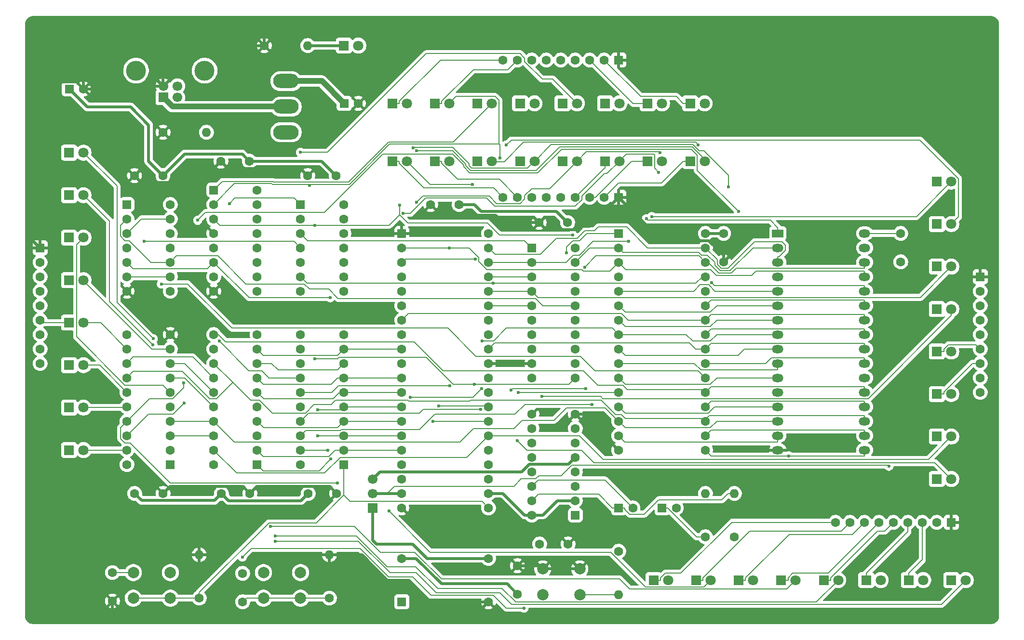
<source format=gbr>
%TF.GenerationSoftware,KiCad,Pcbnew,9.0.1*%
%TF.CreationDate,2025-05-07T19:21:37+02:00*%
%TF.ProjectId,morseboard-8088,6d6f7273-6562-46f6-9172-642d38303838,rev?*%
%TF.SameCoordinates,Original*%
%TF.FileFunction,Copper,L1,Top*%
%TF.FilePolarity,Positive*%
%FSLAX46Y46*%
G04 Gerber Fmt 4.6, Leading zero omitted, Abs format (unit mm)*
G04 Created by KiCad (PCBNEW 9.0.1) date 2025-05-07 19:21:37*
%MOMM*%
%LPD*%
G01*
G04 APERTURE LIST*
G04 Aperture macros list*
%AMRoundRect*
0 Rectangle with rounded corners*
0 $1 Rounding radius*
0 $2 $3 $4 $5 $6 $7 $8 $9 X,Y pos of 4 corners*
0 Add a 4 corners polygon primitive as box body*
4,1,4,$2,$3,$4,$5,$6,$7,$8,$9,$2,$3,0*
0 Add four circle primitives for the rounded corners*
1,1,$1+$1,$2,$3*
1,1,$1+$1,$4,$5*
1,1,$1+$1,$6,$7*
1,1,$1+$1,$8,$9*
0 Add four rect primitives between the rounded corners*
20,1,$1+$1,$2,$3,$4,$5,0*
20,1,$1+$1,$4,$5,$6,$7,0*
20,1,$1+$1,$6,$7,$8,$9,0*
20,1,$1+$1,$8,$9,$2,$3,0*%
G04 Aperture macros list end*
%TA.AperFunction,ComponentPad*%
%ADD10RoundRect,0.250000X0.550000X0.550000X-0.550000X0.550000X-0.550000X-0.550000X0.550000X-0.550000X0*%
%TD*%
%TA.AperFunction,ComponentPad*%
%ADD11C,1.600000*%
%TD*%
%TA.AperFunction,ComponentPad*%
%ADD12RoundRect,0.250000X-0.550000X-0.550000X0.550000X-0.550000X0.550000X0.550000X-0.550000X0.550000X0*%
%TD*%
%TA.AperFunction,ComponentPad*%
%ADD13C,2.000000*%
%TD*%
%TA.AperFunction,ComponentPad*%
%ADD14O,4.500000X2.500000*%
%TD*%
%TA.AperFunction,ComponentPad*%
%ADD15R,1.600000X1.600000*%
%TD*%
%TA.AperFunction,ComponentPad*%
%ADD16O,1.600000X1.600000*%
%TD*%
%TA.AperFunction,ComponentPad*%
%ADD17R,1.700000X1.700000*%
%TD*%
%TA.AperFunction,ComponentPad*%
%ADD18C,1.700000*%
%TD*%
%TA.AperFunction,ComponentPad*%
%ADD19R,1.800000X1.800000*%
%TD*%
%TA.AperFunction,ComponentPad*%
%ADD20C,1.800000*%
%TD*%
%TA.AperFunction,ComponentPad*%
%ADD21C,3.500000*%
%TD*%
%TA.AperFunction,ComponentPad*%
%ADD22O,2.000000X1.440000*%
%TD*%
%TA.AperFunction,ComponentPad*%
%ADD23R,2.000000X1.440000*%
%TD*%
%TA.AperFunction,ViaPad*%
%ADD24C,0.600000*%
%TD*%
%TA.AperFunction,Conductor*%
%ADD25C,0.500000*%
%TD*%
%TA.AperFunction,Conductor*%
%ADD26C,1.000000*%
%TD*%
%TA.AperFunction,Conductor*%
%ADD27C,0.200000*%
%TD*%
G04 APERTURE END LIST*
D10*
%TO.P,U11,1,A*%
%TO.N,Net-(U11A-A)*%
X177800000Y-113030000D03*
D11*
%TO.P,U11,2,B*%
%TO.N,VCC*%
X177800000Y-110490000D03*
%TO.P,U11,3,Clr*%
X177800000Y-107950000D03*
%TO.P,U11,4,~{Q}*%
%TO.N,unconnected-(U11A-~{Q}-Pad4)*%
X177800000Y-105410000D03*
%TO.P,U11,5,Q*%
%TO.N,CLKBTN*%
X177800000Y-102870000D03*
%TO.P,U11,6,Cext*%
%TO.N,Net-(U11B-Cext)*%
X177800000Y-100330000D03*
%TO.P,U11,7,RCext*%
%TO.N,Net-(U11B-RCext)*%
X177800000Y-97790000D03*
%TO.P,U11,8,GND*%
%TO.N,GND*%
X177800000Y-95250000D03*
%TO.P,U11,9,A*%
X170180000Y-95250000D03*
%TO.P,U11,10,B*%
%TO.N,Net-(U11A-Q)*%
X170180000Y-97790000D03*
%TO.P,U11,11,Clr*%
%TO.N,VCC*%
X170180000Y-100330000D03*
%TO.P,U11,12,~{Q}*%
%TO.N,unconnected-(U11B-~{Q}-Pad12)*%
X170180000Y-102870000D03*
%TO.P,U11,13,Q*%
%TO.N,Net-(U11A-Q)*%
X170180000Y-105410000D03*
%TO.P,U11,14,Cext*%
%TO.N,Net-(U11A-Cext)*%
X170180000Y-107950000D03*
%TO.P,U11,15,RCext*%
%TO.N,Net-(U11A-RCext)*%
X170180000Y-110490000D03*
%TO.P,U11,16,VCC*%
%TO.N,VCC*%
X170180000Y-113030000D03*
%TD*%
%TO.P,U10,20,VCC*%
%TO.N,VCC*%
X99060000Y-104140000D03*
%TO.P,U10,19,Q7*%
%TO.N,L7*%
X99060000Y-101600000D03*
%TO.P,U10,18,D7*%
%TO.N,D7*%
X99060000Y-99060000D03*
%TO.P,U10,17,D6*%
%TO.N,D6*%
X99060000Y-96520000D03*
%TO.P,U10,16,Q6*%
%TO.N,L6*%
X99060000Y-93980000D03*
%TO.P,U10,15,Q5*%
%TO.N,L5*%
X99060000Y-91440000D03*
%TO.P,U10,14,D5*%
%TO.N,D5*%
X99060000Y-88900000D03*
%TO.P,U10,13,D4*%
%TO.N,D4*%
X99060000Y-86360000D03*
%TO.P,U10,12,Q4*%
%TO.N,L4*%
X99060000Y-83820000D03*
%TO.P,U10,11,Cp*%
%TO.N,LATCH*%
X99060000Y-81280000D03*
%TO.P,U10,10,GND*%
%TO.N,GND*%
X106680000Y-81280000D03*
%TO.P,U10,9,Q3*%
%TO.N,L3*%
X106680000Y-83820000D03*
%TO.P,U10,8,D3*%
%TO.N,D3*%
X106680000Y-86360000D03*
%TO.P,U10,7,D2*%
%TO.N,D2*%
X106680000Y-88900000D03*
%TO.P,U10,6,Q2*%
%TO.N,L2*%
X106680000Y-91440000D03*
%TO.P,U10,5,Q1*%
%TO.N,L1*%
X106680000Y-93980000D03*
%TO.P,U10,4,D1*%
%TO.N,D1*%
X106680000Y-96520000D03*
%TO.P,U10,3,D0*%
%TO.N,D0*%
X106680000Y-99060000D03*
%TO.P,U10,2,Q0*%
%TO.N,L0*%
X106680000Y-101600000D03*
D10*
%TO.P,U10,1,~{Mr}*%
%TO.N,~{RES}*%
X106680000Y-104140000D03*
%TD*%
D12*
%TO.P,U9,1,A18*%
%TO.N,A18*%
X185420000Y-63500000D03*
D11*
%TO.P,U9,2,A16*%
%TO.N,A16*%
X185420000Y-66040000D03*
%TO.P,U9,3,A14*%
%TO.N,A14*%
X185420000Y-68580000D03*
%TO.P,U9,4,A12*%
%TO.N,A12*%
X185420000Y-71120000D03*
%TO.P,U9,5,A7*%
%TO.N,A7*%
X185420000Y-73660000D03*
%TO.P,U9,6,A6*%
%TO.N,A6*%
X185420000Y-76200000D03*
%TO.P,U9,7,A5*%
%TO.N,A5*%
X185420000Y-78740000D03*
%TO.P,U9,8,A4*%
%TO.N,A4*%
X185420000Y-81280000D03*
%TO.P,U9,9,A3*%
%TO.N,A3*%
X185420000Y-83820000D03*
%TO.P,U9,10,A2*%
%TO.N,A2*%
X185420000Y-86360000D03*
%TO.P,U9,11,A1*%
%TO.N,A1*%
X185420000Y-88900000D03*
%TO.P,U9,12,A0*%
%TO.N,A0*%
X185420000Y-91440000D03*
%TO.P,U9,13,DQ0*%
%TO.N,D0*%
X185420000Y-93980000D03*
%TO.P,U9,14,DQ1*%
%TO.N,D1*%
X185420000Y-96520000D03*
%TO.P,U9,15,DQ2*%
%TO.N,D2*%
X185420000Y-99060000D03*
%TO.P,U9,16,VSS*%
%TO.N,GND*%
X185420000Y-101600000D03*
%TO.P,U9,17,DQ3*%
%TO.N,D3*%
X200660000Y-101600000D03*
%TO.P,U9,18,DQ4*%
%TO.N,D4*%
X200660000Y-99060000D03*
%TO.P,U9,19,DQ5*%
%TO.N,D5*%
X200660000Y-96520000D03*
%TO.P,U9,20,DQ6*%
%TO.N,D6*%
X200660000Y-93980000D03*
%TO.P,U9,21,DQ7*%
%TO.N,D7*%
X200660000Y-91440000D03*
%TO.P,U9,22,CE#*%
%TO.N,~{RAMCS}*%
X200660000Y-88900000D03*
%TO.P,U9,23,A10*%
%TO.N,A10*%
X200660000Y-86360000D03*
%TO.P,U9,24,OE#*%
%TO.N,~{RD}*%
X200660000Y-83820000D03*
%TO.P,U9,25,A11*%
%TO.N,A11*%
X200660000Y-81280000D03*
%TO.P,U9,26,A9*%
%TO.N,A9*%
X200660000Y-78740000D03*
%TO.P,U9,27,A8*%
%TO.N,A8*%
X200660000Y-76200000D03*
%TO.P,U9,28,A13*%
%TO.N,A13*%
X200660000Y-73660000D03*
%TO.P,U9,29,WE#*%
%TO.N,~{WR}*%
X200660000Y-71120000D03*
%TO.P,U9,30,A17*%
%TO.N,A17*%
X200660000Y-68580000D03*
%TO.P,U9,31,A15*%
%TO.N,A15*%
X200660000Y-66040000D03*
%TO.P,U9,32,VCC*%
%TO.N,VCC*%
X200660000Y-63500000D03*
%TD*%
D12*
%TO.P,U6,1,A0*%
%TO.N,A5*%
X114300000Y-55880000D03*
D11*
%TO.P,U6,2,A1*%
%TO.N,A6*%
X114300000Y-58420000D03*
%TO.P,U6,3,A2*%
%TO.N,A7*%
X114300000Y-60960000D03*
%TO.P,U6,4,~{E0}*%
%TO.N,GND*%
X114300000Y-63500000D03*
%TO.P,U6,5,~{E1}*%
X114300000Y-66040000D03*
%TO.P,U6,6,E2*%
%TO.N,~{M}*%
X114300000Y-68580000D03*
%TO.P,U6,7,~{Y7}*%
%TO.N,unconnected-(U6-~{Y7}-Pad7)*%
X114300000Y-71120000D03*
%TO.P,U6,8,GND*%
%TO.N,GND*%
X114300000Y-73660000D03*
%TO.P,U6,9,~{Y6}*%
%TO.N,unconnected-(U6-~{Y6}-Pad9)*%
X121920000Y-73660000D03*
%TO.P,U6,10,~{Y5}*%
%TO.N,unconnected-(U6-~{Y5}-Pad10)*%
X121920000Y-71120000D03*
%TO.P,U6,11,~{Y4}*%
%TO.N,unconnected-(U6-~{Y4}-Pad11)*%
X121920000Y-68580000D03*
%TO.P,U6,12,~{Y3}*%
%TO.N,unconnected-(U6-~{Y3}-Pad12)*%
X121920000Y-66040000D03*
%TO.P,U6,13,~{Y2}*%
%TO.N,unconnected-(U6-~{Y2}-Pad13)*%
X121920000Y-63500000D03*
%TO.P,U6,14,~{Y1}*%
%TO.N,unconnected-(U6-~{Y1}-Pad14)*%
X121920000Y-60960000D03*
%TO.P,U6,15,~{Y0}*%
%TO.N,~{IO00}*%
X121920000Y-58420000D03*
%TO.P,U6,16,VCC*%
%TO.N,VCC*%
X121920000Y-55880000D03*
%TD*%
D13*
%TO.P,SW2,2,2*%
%TO.N,Net-(U11A-A)*%
X178585000Y-127000000D03*
X172085000Y-127000000D03*
%TO.P,SW2,1,1*%
%TO.N,GND*%
X178585000Y-122500000D03*
X172085000Y-122500000D03*
%TD*%
D14*
%TO.P,SW1,1,A*%
%TO.N,VCC*%
X127000000Y-36720000D03*
%TO.P,SW1,2,B*%
%TO.N,VIN*%
X127000000Y-41220000D03*
%TO.P,SW1,3,C*%
%TO.N,unconnected-(SW1-C-Pad3)*%
X127000000Y-45720000D03*
%TD*%
D15*
%TO.P,RN5,1,R1*%
%TO.N,GND*%
X248920000Y-71120000D03*
D11*
%TO.P,RN5,2,R1.2*%
%TO.N,Net-(D34-K)*%
X248920000Y-73660000D03*
%TO.P,RN5,3,R2.2*%
%TO.N,Net-(D35-K)*%
X248920000Y-76200000D03*
%TO.P,RN5,4,R3.2*%
%TO.N,Net-(D36-K)*%
X248920000Y-78740000D03*
%TO.P,RN5,5,R4.2*%
%TO.N,Net-(D37-K)*%
X248920000Y-81280000D03*
%TO.P,RN5,6,R5.2*%
%TO.N,Net-(D38-K)*%
X248920000Y-83820000D03*
%TO.P,RN5,7,R6.2*%
%TO.N,Net-(D39-K)*%
X248920000Y-86360000D03*
%TO.P,RN5,8,R7.2*%
%TO.N,Net-(D40-K)*%
X248920000Y-88900000D03*
%TO.P,RN5,9,R8.2*%
%TO.N,Net-(D41-K)*%
X248920000Y-91440000D03*
%TD*%
D15*
%TO.P,RN4,1,R1*%
%TO.N,GND*%
X243840000Y-114300000D03*
D11*
%TO.P,RN4,2,R1.2*%
%TO.N,Net-(D26-K)*%
X241300000Y-114300000D03*
%TO.P,RN4,3,R2.2*%
%TO.N,Net-(D27-K)*%
X238760000Y-114300000D03*
%TO.P,RN4,4,R3.2*%
%TO.N,Net-(D28-K)*%
X236220000Y-114300000D03*
%TO.P,RN4,5,R4.2*%
%TO.N,Net-(D29-K)*%
X233680000Y-114300000D03*
%TO.P,RN4,6,R5.2*%
%TO.N,Net-(D30-K)*%
X231140000Y-114300000D03*
%TO.P,RN4,7,R6.2*%
%TO.N,Net-(D31-K)*%
X228600000Y-114300000D03*
%TO.P,RN4,8,R7.2*%
%TO.N,Net-(D32-K)*%
X226060000Y-114300000D03*
%TO.P,RN4,9,R8.2*%
%TO.N,Net-(D33-K)*%
X223520000Y-114300000D03*
%TD*%
D15*
%TO.P,RN3,1,R1*%
%TO.N,GND*%
X185420000Y-57150000D03*
D11*
%TO.P,RN3,2,R1.2*%
%TO.N,Net-(D18-K)*%
X182880000Y-57150000D03*
%TO.P,RN3,3,R2.2*%
%TO.N,Net-(D19-K)*%
X180340000Y-57150000D03*
%TO.P,RN3,4,R3.2*%
%TO.N,Net-(D20-K)*%
X177800000Y-57150000D03*
%TO.P,RN3,5,R4.2*%
%TO.N,Net-(D21-K)*%
X175260000Y-57150000D03*
%TO.P,RN3,6,R5.2*%
%TO.N,Net-(D22-K)*%
X172720000Y-57150000D03*
%TO.P,RN3,7,R6.2*%
%TO.N,Net-(D23-K)*%
X170180000Y-57150000D03*
%TO.P,RN3,8,R7.2*%
%TO.N,Net-(D24-K)*%
X167640000Y-57150000D03*
%TO.P,RN3,9,R8.2*%
%TO.N,Net-(D25-K)*%
X165100000Y-57150000D03*
%TD*%
D15*
%TO.P,RN2,1,R1*%
%TO.N,GND*%
X185420000Y-33020000D03*
D11*
%TO.P,RN2,2,R1.2*%
%TO.N,Net-(D10-K)*%
X182880000Y-33020000D03*
%TO.P,RN2,3,R2.2*%
%TO.N,Net-(D11-K)*%
X180340000Y-33020000D03*
%TO.P,RN2,4,R3.2*%
%TO.N,Net-(D12-K)*%
X177800000Y-33020000D03*
%TO.P,RN2,5,R4.2*%
%TO.N,Net-(D13-K)*%
X175260000Y-33020000D03*
%TO.P,RN2,6,R5.2*%
%TO.N,Net-(D14-K)*%
X172720000Y-33020000D03*
%TO.P,RN2,7,R6.2*%
%TO.N,Net-(D15-K)*%
X170180000Y-33020000D03*
%TO.P,RN2,8,R7.2*%
%TO.N,Net-(D16-K)*%
X167640000Y-33020000D03*
%TO.P,RN2,9,R8.2*%
%TO.N,Net-(D17-K)*%
X165100000Y-33020000D03*
%TD*%
%TO.P,RN1,9,R8.2*%
%TO.N,Net-(D8-K)*%
X83820000Y-86360000D03*
%TO.P,RN1,8,R7.2*%
%TO.N,Net-(D7-K)*%
X83820000Y-83820000D03*
%TO.P,RN1,7,R6.2*%
%TO.N,Net-(D6-K)*%
X83820000Y-81280000D03*
%TO.P,RN1,6,R5.2*%
%TO.N,Net-(D5-K)*%
X83820000Y-78740000D03*
%TO.P,RN1,5,R4.2*%
%TO.N,Net-(D4-K)*%
X83820000Y-76200000D03*
%TO.P,RN1,4,R3.2*%
%TO.N,Net-(D3-K)*%
X83820000Y-73660000D03*
%TO.P,RN1,3,R2.2*%
%TO.N,Net-(D2-K)*%
X83820000Y-71120000D03*
%TO.P,RN1,2,R1.2*%
%TO.N,Net-(D1-K)*%
X83820000Y-68580000D03*
D15*
%TO.P,RN1,1,R1*%
%TO.N,GND*%
X83820000Y-66040000D03*
%TD*%
D11*
%TO.P,R5,1*%
%TO.N,Net-(U11B-Cext)*%
X200660000Y-116840000D03*
D16*
%TO.P,R5,2*%
%TO.N,VCC*%
X200660000Y-109220000D03*
%TD*%
D11*
%TO.P,R4,1*%
%TO.N,VCC*%
X205740000Y-116840000D03*
D16*
%TO.P,R4,2*%
%TO.N,Net-(U11A-RCext)*%
X205740000Y-109220000D03*
%TD*%
D11*
%TO.P,R3,1*%
%TO.N,VCC*%
X185420000Y-119380000D03*
D16*
%TO.P,R3,2*%
%TO.N,Net-(U11A-A)*%
X185420000Y-127000000D03*
%TD*%
D17*
%TO.P,J2,1,Pin_1*%
%TO.N,CLKCAN*%
X142240000Y-111760000D03*
D18*
%TO.P,J2,2,Pin_2*%
%TO.N,CLK*%
X142240000Y-109220000D03*
%TO.P,J2,3,Pin_3*%
%TO.N,CLKBTN*%
X142240000Y-106680000D03*
%TD*%
D19*
%TO.P,D41,1,K*%
%TO.N,Net-(D41-K)*%
X241300000Y-106680000D03*
D20*
%TO.P,D41,2,A*%
%TO.N,~{M}*%
X243840000Y-106680000D03*
%TD*%
D19*
%TO.P,D40,1,K*%
%TO.N,Net-(D40-K)*%
X241300000Y-99210000D03*
D20*
%TO.P,D40,2,A*%
%TO.N,DEN*%
X243840000Y-99210000D03*
%TD*%
D19*
%TO.P,D39,1,K*%
%TO.N,Net-(D39-K)*%
X241300000Y-91740000D03*
D20*
%TO.P,D39,2,A*%
%TO.N,RES*%
X243840000Y-91740000D03*
%TD*%
D19*
%TO.P,D38,1,K*%
%TO.N,Net-(D38-K)*%
X241300000Y-84270000D03*
D20*
%TO.P,D38,2,A*%
%TO.N,CLK*%
X243840000Y-84270000D03*
%TD*%
D19*
%TO.P,D37,1,K*%
%TO.N,Net-(D37-K)*%
X241300000Y-76800000D03*
D20*
%TO.P,D37,2,A*%
%TO.N,AD19*%
X243840000Y-76800000D03*
%TD*%
D19*
%TO.P,D36,1,K*%
%TO.N,Net-(D36-K)*%
X241300000Y-69330000D03*
D20*
%TO.P,D36,2,A*%
%TO.N,AD18*%
X243840000Y-69330000D03*
%TD*%
D19*
%TO.P,D35,1,K*%
%TO.N,Net-(D35-K)*%
X241300000Y-61860000D03*
D20*
%TO.P,D35,2,A*%
%TO.N,AD17*%
X243840000Y-61860000D03*
%TD*%
D19*
%TO.P,D34,1,K*%
%TO.N,Net-(D34-K)*%
X241300000Y-54390000D03*
D20*
%TO.P,D34,2,A*%
%TO.N,AD16*%
X243840000Y-54390000D03*
%TD*%
D19*
%TO.P,D33,1,K*%
%TO.N,Net-(D33-K)*%
X191550000Y-124460000D03*
D20*
%TO.P,D33,2,A*%
%TO.N,D7*%
X194090000Y-124460000D03*
%TD*%
D19*
%TO.P,D32,1,K*%
%TO.N,Net-(D32-K)*%
X199020000Y-124460000D03*
D20*
%TO.P,D32,2,A*%
%TO.N,D6*%
X201560000Y-124460000D03*
%TD*%
D19*
%TO.P,D31,1,K*%
%TO.N,Net-(D31-K)*%
X206490000Y-124460000D03*
D20*
%TO.P,D31,2,A*%
%TO.N,D5*%
X209030000Y-124460000D03*
%TD*%
D19*
%TO.P,D30,1,K*%
%TO.N,Net-(D30-K)*%
X213960000Y-124460000D03*
D20*
%TO.P,D30,2,A*%
%TO.N,D4*%
X216500000Y-124460000D03*
%TD*%
D19*
%TO.P,D29,1,K*%
%TO.N,Net-(D29-K)*%
X221430000Y-124460000D03*
D20*
%TO.P,D29,2,A*%
%TO.N,D3*%
X223970000Y-124460000D03*
%TD*%
D19*
%TO.P,D28,1,K*%
%TO.N,Net-(D28-K)*%
X228900000Y-124460000D03*
D20*
%TO.P,D28,2,A*%
%TO.N,D2*%
X231440000Y-124460000D03*
%TD*%
D19*
%TO.P,D27,1,K*%
%TO.N,Net-(D27-K)*%
X236370000Y-124460000D03*
D20*
%TO.P,D27,2,A*%
%TO.N,D1*%
X238910000Y-124460000D03*
%TD*%
D19*
%TO.P,D26,1,K*%
%TO.N,Net-(D26-K)*%
X243840000Y-124460000D03*
D20*
%TO.P,D26,2,A*%
%TO.N,D0*%
X246380000Y-124460000D03*
%TD*%
D19*
%TO.P,D25,1,K*%
%TO.N,Net-(D25-K)*%
X145680000Y-50800000D03*
D20*
%TO.P,D25,2,A*%
%TO.N,A15*%
X148220000Y-50800000D03*
%TD*%
D19*
%TO.P,D24,1,K*%
%TO.N,Net-(D24-K)*%
X153150000Y-50800000D03*
D20*
%TO.P,D24,2,A*%
%TO.N,A14*%
X155690000Y-50800000D03*
%TD*%
D19*
%TO.P,D23,1,K*%
%TO.N,Net-(D23-K)*%
X160620000Y-50800000D03*
D20*
%TO.P,D23,2,A*%
%TO.N,A13*%
X163160000Y-50800000D03*
%TD*%
D19*
%TO.P,D22,1,K*%
%TO.N,Net-(D22-K)*%
X168090000Y-50800000D03*
D20*
%TO.P,D22,2,A*%
%TO.N,A12*%
X170630000Y-50800000D03*
%TD*%
D19*
%TO.P,D21,1,K*%
%TO.N,Net-(D21-K)*%
X175560000Y-50800000D03*
D20*
%TO.P,D21,2,A*%
%TO.N,A11*%
X178100000Y-50800000D03*
%TD*%
D19*
%TO.P,D20,1,K*%
%TO.N,Net-(D20-K)*%
X183030000Y-50800000D03*
D20*
%TO.P,D20,2,A*%
%TO.N,A10*%
X185570000Y-50800000D03*
%TD*%
D19*
%TO.P,D19,1,K*%
%TO.N,Net-(D19-K)*%
X190500000Y-50800000D03*
D20*
%TO.P,D19,2,A*%
%TO.N,A9*%
X193040000Y-50800000D03*
%TD*%
D19*
%TO.P,D18,1,K*%
%TO.N,Net-(D18-K)*%
X197970000Y-50800000D03*
D20*
%TO.P,D18,2,A*%
%TO.N,A8*%
X200510000Y-50800000D03*
%TD*%
D19*
%TO.P,D17,1,K*%
%TO.N,Net-(D17-K)*%
X145680000Y-40640000D03*
D20*
%TO.P,D17,2,A*%
%TO.N,A7*%
X148220000Y-40640000D03*
%TD*%
D19*
%TO.P,D16,1,K*%
%TO.N,Net-(D16-K)*%
X153150000Y-40640000D03*
D20*
%TO.P,D16,2,A*%
%TO.N,A6*%
X155690000Y-40640000D03*
%TD*%
D19*
%TO.P,D15,1,K*%
%TO.N,Net-(D15-K)*%
X160620000Y-40640000D03*
D20*
%TO.P,D15,2,A*%
%TO.N,A5*%
X163160000Y-40640000D03*
%TD*%
D19*
%TO.P,D14,1,K*%
%TO.N,Net-(D14-K)*%
X168090000Y-40640000D03*
D20*
%TO.P,D14,2,A*%
%TO.N,A4*%
X170630000Y-40640000D03*
%TD*%
D19*
%TO.P,D13,1,K*%
%TO.N,Net-(D13-K)*%
X175560000Y-40640000D03*
D20*
%TO.P,D13,2,A*%
%TO.N,A3*%
X178100000Y-40640000D03*
%TD*%
D19*
%TO.P,D12,1,K*%
%TO.N,Net-(D12-K)*%
X183030000Y-40640000D03*
D20*
%TO.P,D12,2,A*%
%TO.N,A2*%
X185570000Y-40640000D03*
%TD*%
D19*
%TO.P,D11,1,K*%
%TO.N,Net-(D11-K)*%
X190500000Y-40640000D03*
D20*
%TO.P,D11,2,A*%
%TO.N,A1*%
X193040000Y-40640000D03*
%TD*%
D19*
%TO.P,D10,1,K*%
%TO.N,Net-(D10-K)*%
X197970000Y-40640000D03*
D20*
%TO.P,D10,2,A*%
%TO.N,A0*%
X200510000Y-40640000D03*
%TD*%
D19*
%TO.P,D8,1,K*%
%TO.N,Net-(D8-K)*%
X88900000Y-101600000D03*
D20*
%TO.P,D8,2,A*%
%TO.N,L7*%
X91440000Y-101600000D03*
%TD*%
D19*
%TO.P,D7,1,K*%
%TO.N,Net-(D7-K)*%
X88900000Y-94130000D03*
D20*
%TO.P,D7,2,A*%
%TO.N,L6*%
X91440000Y-94130000D03*
%TD*%
D19*
%TO.P,D6,1,K*%
%TO.N,Net-(D6-K)*%
X88900000Y-86660000D03*
D20*
%TO.P,D6,2,A*%
%TO.N,L5*%
X91440000Y-86660000D03*
%TD*%
D19*
%TO.P,D5,1,K*%
%TO.N,Net-(D5-K)*%
X88900000Y-79190000D03*
D20*
%TO.P,D5,2,A*%
%TO.N,L4*%
X91440000Y-79190000D03*
%TD*%
D19*
%TO.P,D4,1,K*%
%TO.N,Net-(D4-K)*%
X88900000Y-71720000D03*
D20*
%TO.P,D4,2,A*%
%TO.N,L3*%
X91440000Y-71720000D03*
%TD*%
D19*
%TO.P,D3,1,K*%
%TO.N,Net-(D3-K)*%
X88900000Y-64250000D03*
D20*
%TO.P,D3,2,A*%
%TO.N,L2*%
X91440000Y-64250000D03*
%TD*%
D19*
%TO.P,D2,1,K*%
%TO.N,Net-(D2-K)*%
X88900000Y-56780000D03*
D20*
%TO.P,D2,2,A*%
%TO.N,L1*%
X91440000Y-56780000D03*
%TD*%
D19*
%TO.P,D1,1,K*%
%TO.N,Net-(D1-K)*%
X88900000Y-49310000D03*
D20*
%TO.P,D1,2,A*%
%TO.N,L0*%
X91440000Y-49310000D03*
%TD*%
D15*
%TO.P,C19,1*%
%TO.N,Net-(U11B-Cext)*%
X193040000Y-111760000D03*
D11*
%TO.P,C19,2*%
%TO.N,Net-(U11B-RCext)*%
X195540000Y-111760000D03*
%TD*%
%TO.P,C18,1*%
%TO.N,GND*%
X167640000Y-121920000D03*
%TO.P,C18,2*%
%TO.N,VCC*%
X167640000Y-126920000D03*
%TD*%
D15*
%TO.P,C17,1*%
%TO.N,Net-(U11A-RCext)*%
X185420000Y-111760000D03*
D11*
%TO.P,C17,2*%
%TO.N,Net-(U11A-Cext)*%
X187920000Y-111760000D03*
%TD*%
%TO.P,C1,2*%
%TO.N,GND*%
X91440000Y-38100000D03*
D15*
%TO.P,C1,1*%
%TO.N,VCC*%
X88940000Y-38100000D03*
%TD*%
D11*
%TO.P,C2,2*%
%TO.N,GND*%
X139700000Y-40640000D03*
D15*
%TO.P,C2,1*%
%TO.N,VCC*%
X137200000Y-40640000D03*
%TD*%
D11*
%TO.P,C3,2*%
%TO.N,GND*%
X176530000Y-118110000D03*
%TO.P,C3,1*%
%TO.N,VCC*%
X171530000Y-118110000D03*
%TD*%
%TO.P,C9,2*%
%TO.N,GND*%
X100370000Y-53340000D03*
%TO.P,C9,1*%
%TO.N,VCC*%
X105370000Y-53340000D03*
%TD*%
%TO.P,C6,2*%
%TO.N,GND*%
X105410000Y-109220000D03*
%TO.P,C6,1*%
%TO.N,VCC*%
X100410000Y-109220000D03*
%TD*%
%TO.P,C5,2*%
%TO.N,GND*%
X120650000Y-109220000D03*
%TO.P,C5,1*%
%TO.N,VCC*%
X115650000Y-109220000D03*
%TD*%
%TO.P,C4,2*%
%TO.N,GND*%
X135890000Y-109220000D03*
%TO.P,C4,1*%
%TO.N,VCC*%
X130890000Y-109220000D03*
%TD*%
%TO.P,C7,2*%
%TO.N,GND*%
X130810000Y-53340000D03*
%TO.P,C7,1*%
%TO.N,VCC*%
X135810000Y-53340000D03*
%TD*%
%TO.P,C8,2*%
%TO.N,GND*%
X115570000Y-50800000D03*
%TO.P,C8,1*%
%TO.N,VCC*%
X120570000Y-50800000D03*
%TD*%
%TO.P,C15,1*%
%TO.N,VCC*%
X96520000Y-123135000D03*
%TO.P,C15,2*%
%TO.N,GND*%
X96520000Y-128135000D03*
%TD*%
D20*
%TO.P,D9,2,A*%
%TO.N,VCC*%
X139700000Y-30480000D03*
D19*
%TO.P,D9,1,K*%
%TO.N,Net-(D9-K)*%
X137160000Y-30480000D03*
%TD*%
D11*
%TO.P,R7,1*%
%TO.N,RES*%
X111760000Y-127635000D03*
D16*
%TO.P,R7,2*%
%TO.N,GND*%
X111760000Y-120015000D03*
%TD*%
%TO.P,R2,2*%
%TO.N,Net-(D9-K)*%
X130810000Y-30480000D03*
D11*
%TO.P,R2,1*%
%TO.N,GND*%
X123190000Y-30480000D03*
%TD*%
D13*
%TO.P,SW3,1,1*%
%TO.N,VCC*%
X100180000Y-123135000D03*
X106680000Y-123135000D03*
%TO.P,SW3,2,2*%
%TO.N,RES*%
X100180000Y-127635000D03*
X106680000Y-127635000D03*
%TD*%
D11*
%TO.P,U1,40,VCC*%
%TO.N,VCC*%
X162560000Y-63500000D03*
%TO.P,U1,39,A15*%
%TO.N,A15*%
X162560000Y-66040000D03*
%TO.P,U1,38,A16/S3*%
%TO.N,AD16*%
X162560000Y-68580000D03*
%TO.P,U1,37,A17/S4*%
%TO.N,AD17*%
X162560000Y-71120000D03*
%TO.P,U1,36,A18/S5*%
%TO.N,AD18*%
X162560000Y-73660000D03*
%TO.P,U1,35,A19/S6*%
%TO.N,AD19*%
X162560000Y-76200000D03*
%TO.P,U1,34,~{SSO}*%
%TO.N,unconnected-(U1-~{SSO}-Pad34)*%
X162560000Y-78740000D03*
%TO.P,U1,33,MN/~{MX}*%
%TO.N,VCC*%
X162560000Y-81280000D03*
%TO.P,U1,32,~{RD}*%
%TO.N,~{RD}*%
X162560000Y-83820000D03*
%TO.P,U1,31,HOLD*%
%TO.N,GND*%
X162560000Y-86360000D03*
%TO.P,U1,30,HLDA*%
%TO.N,unconnected-(U1-HLDA-Pad30)*%
X162560000Y-88900000D03*
%TO.P,U1,29,~{WR}*%
%TO.N,~{WR}*%
X162560000Y-91440000D03*
%TO.P,U1,28,IO/~{M}*%
%TO.N,~{M}*%
X162560000Y-93980000D03*
%TO.P,U1,27,DT/~{R}*%
%TO.N,DT*%
X162560000Y-96520000D03*
%TO.P,U1,26,DEN*%
%TO.N,DEN*%
X162560000Y-99060000D03*
%TO.P,U1,25,ALE*%
%TO.N,ALE*%
X162560000Y-101600000D03*
%TO.P,U1,24,~{INTA}*%
%TO.N,unconnected-(U1-~{INTA}-Pad24)*%
X162560000Y-104140000D03*
%TO.P,U1,23,~{TEST}*%
%TO.N,GND*%
X162560000Y-106680000D03*
%TO.P,U1,22,READY*%
%TO.N,VCC*%
X162560000Y-109220000D03*
%TO.P,U1,21,RESET*%
%TO.N,RES*%
X162560000Y-111760000D03*
%TO.P,U1,20,GND*%
%TO.N,GND*%
X147320000Y-111760000D03*
%TO.P,U1,19,CLK*%
%TO.N,CLK*%
X147320000Y-109220000D03*
%TO.P,U1,18,INTR*%
%TO.N,GND*%
X147320000Y-106680000D03*
%TO.P,U1,17,NMI*%
%TO.N,NMI*%
X147320000Y-104140000D03*
%TO.P,U1,16,AD0*%
%TO.N,AD0*%
X147320000Y-101600000D03*
%TO.P,U1,15,AD1*%
%TO.N,AD1*%
X147320000Y-99060000D03*
%TO.P,U1,14,AD2*%
%TO.N,AD2*%
X147320000Y-96520000D03*
%TO.P,U1,13,AD3*%
%TO.N,AD3*%
X147320000Y-93980000D03*
%TO.P,U1,12,AD4*%
%TO.N,AD4*%
X147320000Y-91440000D03*
%TO.P,U1,11,AD5*%
%TO.N,AD5*%
X147320000Y-88900000D03*
%TO.P,U1,10,AD6*%
%TO.N,AD6*%
X147320000Y-86360000D03*
%TO.P,U1,9,AD7*%
%TO.N,AD7*%
X147320000Y-83820000D03*
%TO.P,U1,8,A8*%
%TO.N,A8*%
X147320000Y-81280000D03*
%TO.P,U1,7,A9*%
%TO.N,A9*%
X147320000Y-78740000D03*
%TO.P,U1,6,A10*%
%TO.N,A10*%
X147320000Y-76200000D03*
%TO.P,U1,5,A11*%
%TO.N,A11*%
X147320000Y-73660000D03*
%TO.P,U1,4,A12*%
%TO.N,A12*%
X147320000Y-71120000D03*
%TO.P,U1,3,A13*%
%TO.N,A13*%
X147320000Y-68580000D03*
%TO.P,U1,2,A14*%
%TO.N,A14*%
X147320000Y-66040000D03*
D12*
%TO.P,U1,1,GND*%
%TO.N,GND*%
X147320000Y-63500000D03*
%TD*%
D11*
%TO.P,U3,20,VCC*%
%TO.N,VCC*%
X177800000Y-66040000D03*
%TO.P,U3,19,Q0*%
%TO.N,A16*%
X177800000Y-68580000D03*
%TO.P,U3,18,Q1*%
%TO.N,A17*%
X177800000Y-71120000D03*
%TO.P,U3,17,Q2*%
%TO.N,A18*%
X177800000Y-73660000D03*
%TO.P,U3,16,Q3*%
%TO.N,A19*%
X177800000Y-76200000D03*
%TO.P,U3,15,Q4*%
%TO.N,unconnected-(U3-Q4-Pad15)*%
X177800000Y-78740000D03*
%TO.P,U3,14,Q5*%
%TO.N,unconnected-(U3-Q5-Pad14)*%
X177800000Y-81280000D03*
%TO.P,U3,13,Q6*%
%TO.N,unconnected-(U3-Q6-Pad13)*%
X177800000Y-83820000D03*
%TO.P,U3,12,Q7*%
%TO.N,unconnected-(U3-Q7-Pad12)*%
X177800000Y-86360000D03*
%TO.P,U3,11,Load*%
%TO.N,ALE*%
X177800000Y-88900000D03*
%TO.P,U3,10,GND*%
%TO.N,GND*%
X170180000Y-88900000D03*
%TO.P,U3,9,D7*%
X170180000Y-86360000D03*
%TO.P,U3,8,D6*%
X170180000Y-83820000D03*
%TO.P,U3,7,D5*%
X170180000Y-81280000D03*
%TO.P,U3,6,D4*%
X170180000Y-78740000D03*
%TO.P,U3,5,D3*%
%TO.N,AD19*%
X170180000Y-76200000D03*
%TO.P,U3,4,D2*%
%TO.N,AD18*%
X170180000Y-73660000D03*
%TO.P,U3,3,D1*%
%TO.N,AD17*%
X170180000Y-71120000D03*
%TO.P,U3,2,D0*%
%TO.N,AD16*%
X170180000Y-68580000D03*
D12*
%TO.P,U3,1,OE*%
%TO.N,RES*%
X170180000Y-66040000D03*
%TD*%
D21*
%TO.P,J1,5,Shield*%
%TO.N,Net-(J1-Shield)*%
X112700000Y-34887500D03*
X100660000Y-34887500D03*
D18*
%TO.P,J1,4,GND*%
%TO.N,GND*%
X105430000Y-37597500D03*
%TO.P,J1,3,D+*%
%TO.N,unconnected-(J1-D+-Pad3)*%
X107930000Y-37597500D03*
%TO.P,J1,2,D-*%
%TO.N,unconnected-(J1-D--Pad2)*%
X107930000Y-39597500D03*
D17*
%TO.P,J1,1,VBUS*%
%TO.N,VIN*%
X105430000Y-39597500D03*
%TD*%
D11*
%TO.P,C14,1*%
%TO.N,NMI*%
X119380000Y-128270000D03*
%TO.P,C14,2*%
%TO.N,VCC*%
X119380000Y-123270000D03*
%TD*%
%TO.P,C12,2*%
%TO.N,GND*%
X203835000Y-68500000D03*
%TO.P,C12,1*%
%TO.N,VCC*%
X203835000Y-63500000D03*
%TD*%
%TO.P,C11,2*%
%TO.N,GND*%
X171450000Y-61595000D03*
%TO.P,C11,1*%
%TO.N,VCC*%
X176450000Y-61595000D03*
%TD*%
%TO.P,C10,2*%
%TO.N,GND*%
X152400000Y-58420000D03*
%TO.P,C10,1*%
%TO.N,VCC*%
X157400000Y-58420000D03*
%TD*%
%TO.P,C13,2*%
%TO.N,VCC*%
X234950000Y-63500000D03*
%TO.P,C13,1*%
%TO.N,RES*%
X234950000Y-68500000D03*
%TD*%
D16*
%TO.P,R1,2*%
%TO.N,Net-(J1-Shield)*%
X113030000Y-45720000D03*
D11*
%TO.P,R1,1*%
%TO.N,GND*%
X105410000Y-45720000D03*
%TD*%
%TO.P,R8,1*%
%TO.N,NMI*%
X134620000Y-127635000D03*
D16*
%TO.P,R8,2*%
%TO.N,GND*%
X134620000Y-120015000D03*
%TD*%
D13*
%TO.P,SW4,1,1*%
%TO.N,VCC*%
X123040000Y-123135000D03*
X129540000Y-123135000D03*
%TO.P,SW4,2,2*%
%TO.N,NMI*%
X123040000Y-127635000D03*
X129540000Y-127635000D03*
%TD*%
D10*
%TO.P,U2,1,OE*%
%TO.N,RES*%
X137160000Y-104140000D03*
D11*
%TO.P,U2,2,D0*%
%TO.N,AD0*%
X137160000Y-101600000D03*
%TO.P,U2,3,D1*%
%TO.N,AD1*%
X137160000Y-99060000D03*
%TO.P,U2,4,D2*%
%TO.N,AD2*%
X137160000Y-96520000D03*
%TO.P,U2,5,D3*%
%TO.N,AD3*%
X137160000Y-93980000D03*
%TO.P,U2,6,D4*%
%TO.N,AD4*%
X137160000Y-91440000D03*
%TO.P,U2,7,D5*%
%TO.N,AD5*%
X137160000Y-88900000D03*
%TO.P,U2,8,D6*%
%TO.N,AD6*%
X137160000Y-86360000D03*
%TO.P,U2,9,D7*%
%TO.N,AD7*%
X137160000Y-83820000D03*
%TO.P,U2,10,GND*%
%TO.N,GND*%
X137160000Y-81280000D03*
%TO.P,U2,11,Load*%
%TO.N,ALE*%
X129540000Y-81280000D03*
%TO.P,U2,12,Q7*%
%TO.N,A7*%
X129540000Y-83820000D03*
%TO.P,U2,13,Q6*%
%TO.N,A6*%
X129540000Y-86360000D03*
%TO.P,U2,14,Q5*%
%TO.N,A5*%
X129540000Y-88900000D03*
%TO.P,U2,15,Q4*%
%TO.N,A4*%
X129540000Y-91440000D03*
%TO.P,U2,16,Q3*%
%TO.N,A3*%
X129540000Y-93980000D03*
%TO.P,U2,17,Q2*%
%TO.N,A2*%
X129540000Y-96520000D03*
%TO.P,U2,18,Q1*%
%TO.N,A1*%
X129540000Y-99060000D03*
%TO.P,U2,19,Q0*%
%TO.N,A0*%
X129540000Y-101600000D03*
%TO.P,U2,20,VCC*%
%TO.N,VCC*%
X129540000Y-104140000D03*
%TD*%
D22*
%TO.P,U5,32,VCC*%
%TO.N,VCC*%
X228600000Y-63500000D03*
%TO.P,U5,31,PGM*%
X228600000Y-66040000D03*
%TO.P,U5,30,A17*%
%TO.N,A17*%
X228600000Y-68580000D03*
%TO.P,U5,29,A14*%
%TO.N,A14*%
X228600000Y-71120000D03*
%TO.P,U5,28,A13*%
%TO.N,A13*%
X228600000Y-73660000D03*
%TO.P,U5,27,A8*%
%TO.N,A8*%
X228600000Y-76200000D03*
%TO.P,U5,26,A9*%
%TO.N,A9*%
X228600000Y-78740000D03*
%TO.P,U5,25,A11*%
%TO.N,A11*%
X228600000Y-81280000D03*
%TO.P,U5,24,OE*%
%TO.N,~{RD}*%
X228600000Y-83820000D03*
%TO.P,U5,23,A10*%
%TO.N,A10*%
X228600000Y-86360000D03*
%TO.P,U5,22,CE*%
%TO.N,~{ROMCS}*%
X228600000Y-88900000D03*
%TO.P,U5,21,D7*%
%TO.N,D7*%
X228600000Y-91440000D03*
%TO.P,U5,20,D6*%
%TO.N,D6*%
X228600000Y-93980000D03*
%TO.P,U5,19,D5*%
%TO.N,D5*%
X228600000Y-96520000D03*
%TO.P,U5,18,D4*%
%TO.N,D4*%
X228600000Y-99060000D03*
%TO.P,U5,17,D3*%
%TO.N,D3*%
X228600000Y-101600000D03*
%TO.P,U5,16,GND*%
%TO.N,GND*%
X213360000Y-101600000D03*
%TO.P,U5,15,D2*%
%TO.N,D2*%
X213360000Y-99060000D03*
%TO.P,U5,14,D1*%
%TO.N,D1*%
X213360000Y-96520000D03*
%TO.P,U5,13,D0*%
%TO.N,D0*%
X213360000Y-93980000D03*
%TO.P,U5,12,A0*%
%TO.N,A0*%
X213360000Y-91440000D03*
%TO.P,U5,11,A1*%
%TO.N,A1*%
X213360000Y-88900000D03*
%TO.P,U5,10,A2*%
%TO.N,A2*%
X213360000Y-86360000D03*
%TO.P,U5,9,A3*%
%TO.N,A3*%
X213360000Y-83820000D03*
%TO.P,U5,8,A4*%
%TO.N,A4*%
X213360000Y-81280000D03*
%TO.P,U5,7,A5*%
%TO.N,A5*%
X213360000Y-78740000D03*
%TO.P,U5,6,A6*%
%TO.N,A6*%
X213360000Y-76200000D03*
%TO.P,U5,5,A7*%
%TO.N,A7*%
X213360000Y-73660000D03*
%TO.P,U5,4,A12*%
%TO.N,A12*%
X213360000Y-71120000D03*
%TO.P,U5,3,A15*%
%TO.N,A15*%
X213360000Y-68580000D03*
%TO.P,U5,2,A16*%
%TO.N,A16*%
X213360000Y-66040000D03*
D23*
%TO.P,U5,1,A18*%
%TO.N,A18*%
X213360000Y-63500000D03*
%TD*%
D11*
%TO.P,U4,20,VCC*%
%TO.N,VCC*%
X114300000Y-104140000D03*
%TO.P,U4,19,CE*%
%TO.N,DEN*%
X114300000Y-101600000D03*
%TO.P,U4,18,B0*%
%TO.N,D0*%
X114300000Y-99060000D03*
%TO.P,U4,17,B1*%
%TO.N,D1*%
X114300000Y-96520000D03*
%TO.P,U4,16,B2*%
%TO.N,D2*%
X114300000Y-93980000D03*
%TO.P,U4,15,B3*%
%TO.N,D3*%
X114300000Y-91440000D03*
%TO.P,U4,14,B4*%
%TO.N,D4*%
X114300000Y-88900000D03*
%TO.P,U4,13,B5*%
%TO.N,D5*%
X114300000Y-86360000D03*
%TO.P,U4,12,B6*%
%TO.N,D6*%
X114300000Y-83820000D03*
%TO.P,U4,11,B7*%
%TO.N,D7*%
X114300000Y-81280000D03*
%TO.P,U4,10,GND*%
%TO.N,GND*%
X121920000Y-81280000D03*
%TO.P,U4,9,A7*%
%TO.N,AD7*%
X121920000Y-83820000D03*
%TO.P,U4,8,A6*%
%TO.N,AD6*%
X121920000Y-86360000D03*
%TO.P,U4,7,A5*%
%TO.N,AD5*%
X121920000Y-88900000D03*
%TO.P,U4,6,A4*%
%TO.N,AD4*%
X121920000Y-91440000D03*
%TO.P,U4,5,A3*%
%TO.N,AD3*%
X121920000Y-93980000D03*
%TO.P,U4,4,A2*%
%TO.N,AD2*%
X121920000Y-96520000D03*
%TO.P,U4,3,A1*%
%TO.N,AD1*%
X121920000Y-99060000D03*
%TO.P,U4,2,A0*%
%TO.N,AD0*%
X121920000Y-101600000D03*
D10*
%TO.P,U4,1,A->B*%
%TO.N,DT*%
X121920000Y-104140000D03*
%TD*%
D11*
%TO.P,U8,14,VCC*%
%TO.N,VCC*%
X106680000Y-58420000D03*
%TO.P,U8,13*%
%TO.N,~{A19}*%
X106680000Y-60960000D03*
%TO.P,U8,12*%
%TO.N,M*%
X106680000Y-63500000D03*
%TO.P,U8,11*%
%TO.N,~{RAMCS}*%
X106680000Y-66040000D03*
%TO.P,U8,10*%
%TO.N,A19*%
X106680000Y-68580000D03*
%TO.P,U8,9*%
%TO.N,M*%
X106680000Y-71120000D03*
%TO.P,U8,8*%
%TO.N,~{ROMCS}*%
X106680000Y-73660000D03*
%TO.P,U8,7,GND*%
%TO.N,GND*%
X99060000Y-73660000D03*
%TO.P,U8,6*%
%TO.N,M*%
X99060000Y-71120000D03*
%TO.P,U8,5*%
%TO.N,~{M}*%
X99060000Y-68580000D03*
%TO.P,U8,4*%
X99060000Y-66040000D03*
%TO.P,U8,3*%
%TO.N,~{A19}*%
X99060000Y-63500000D03*
%TO.P,U8,2*%
%TO.N,A19*%
X99060000Y-60960000D03*
D12*
%TO.P,U8,1*%
X99060000Y-58420000D03*
%TD*%
D11*
%TO.P,X1,14,Vcc*%
%TO.N,VCC*%
X147320000Y-120650000D03*
%TO.P,X1,8,OUT*%
%TO.N,CLKCAN*%
X162560000Y-120650000D03*
%TO.P,X1,7,GND*%
%TO.N,GND*%
X162560000Y-128270000D03*
D15*
%TO.P,X1,1,NC*%
%TO.N,unconnected-(X1-NC-Pad1)*%
X147320000Y-128270000D03*
%TD*%
D11*
%TO.P,U7,14,VCC*%
%TO.N,VCC*%
X137160000Y-58420000D03*
%TO.P,U7,13*%
%TO.N,unconnected-(U7-Pad13)*%
X137160000Y-60960000D03*
%TO.P,U7,12*%
%TO.N,VCC*%
X137160000Y-63500000D03*
%TO.P,U7,11*%
X137160000Y-66040000D03*
%TO.P,U7,10*%
%TO.N,unconnected-(U7-Pad10)*%
X137160000Y-68580000D03*
%TO.P,U7,9*%
%TO.N,VCC*%
X137160000Y-71120000D03*
%TO.P,U7,8*%
X137160000Y-73660000D03*
%TO.P,U7,7,GND*%
%TO.N,GND*%
X129540000Y-73660000D03*
%TO.P,U7,6*%
%TO.N,~{WR}*%
X129540000Y-71120000D03*
%TO.P,U7,5*%
%TO.N,~{IO00}*%
X129540000Y-68580000D03*
%TO.P,U7,4*%
%TO.N,LATCH*%
X129540000Y-66040000D03*
%TO.P,U7,3*%
%TO.N,RES*%
X129540000Y-63500000D03*
%TO.P,U7,2*%
X129540000Y-60960000D03*
D12*
%TO.P,U7,1*%
%TO.N,~{RES}*%
X129540000Y-58420000D03*
%TD*%
D24*
%TO.N,~{RAMCS}*%
X105094500Y-72390000D03*
%TO.N,LATCH*%
X102114500Y-64925000D03*
%TO.N,~{RES}*%
X117025500Y-58278500D03*
%TO.N,~{ROMCS}*%
X111474400Y-61201500D03*
X206440700Y-59656600D03*
%TO.N,D0*%
X125114100Y-117616900D03*
%TO.N,D6*%
X145094700Y-112344900D03*
X136006100Y-107394700D03*
X109057500Y-89748700D03*
%TO.N,D2*%
X168775000Y-129384900D03*
X119324800Y-120398700D03*
%TO.N,D7*%
X109065100Y-93378300D03*
%TO.N,D4*%
X124218600Y-114989400D03*
%TO.N,D3*%
X215278900Y-102620100D03*
X125093500Y-116733900D03*
%TO.N,A17*%
X179425900Y-69494100D03*
%TO.N,A18*%
X190275600Y-60941600D03*
X176242300Y-66922300D03*
%TO.N,A6*%
X164564600Y-50224000D03*
X131123300Y-55102100D03*
%TO.N,A4*%
X161436000Y-82380200D03*
X155759000Y-90290800D03*
%TO.N,A7*%
X146983600Y-58544300D03*
X132071800Y-62071200D03*
X177325800Y-63762500D03*
%TO.N,A0*%
X167815000Y-91440000D03*
X161330200Y-90823200D03*
X148803000Y-92322900D03*
X134364400Y-101600000D03*
%TO.N,A2*%
X179592500Y-90757100D03*
X166511000Y-91022700D03*
X161178800Y-94466700D03*
%TO.N,A3*%
X129516100Y-49256900D03*
%TO.N,A5*%
X115274600Y-82413300D03*
%TO.N,A1*%
X180764600Y-93555400D03*
%TO.N,A8*%
X149873300Y-48968500D03*
%TO.N,A13*%
X199364200Y-47930500D03*
X201772800Y-72193300D03*
X160222600Y-67998400D03*
%TO.N,DT*%
X152812600Y-96520000D03*
X134834600Y-103192600D03*
%TO.N,AD16*%
X187154000Y-64912000D03*
X191203900Y-60546900D03*
%TO.N,A15*%
X159733900Y-54892200D03*
%TO.N,~{M}*%
X134746800Y-74806800D03*
X153773700Y-93866500D03*
X167614800Y-99911000D03*
%TO.N,A14*%
X155698100Y-66040000D03*
%TO.N,AD19*%
X171896100Y-92179900D03*
%TO.N,A10*%
X147521600Y-59984100D03*
X192439900Y-52797000D03*
%TO.N,AD17*%
X165655700Y-47993800D03*
%TO.N,A12*%
X204695500Y-55355500D03*
X149285800Y-48424200D03*
%TO.N,CLK*%
X232865600Y-104433300D03*
%TO.N,ALE*%
X160082300Y-90000100D03*
X132071800Y-85539100D03*
%TO.N,A11*%
X149899400Y-58061300D03*
X192681900Y-49283600D03*
%TO.N,~{WR}*%
X163363800Y-72268100D03*
%TO.N,AD1*%
X132574200Y-99060000D03*
%TO.N,AD3*%
X132590800Y-94507200D03*
%TO.N,L1*%
X103625000Y-83072500D03*
%TO.N,L0*%
X103681000Y-82031100D03*
%TO.N,GND*%
X211455000Y-130810000D03*
%TD*%
D25*
%TO.N,GND*%
X101092000Y-38100000D02*
X91440000Y-38100000D01*
X101594500Y-37597500D02*
X101092000Y-38100000D01*
X105430000Y-37597500D02*
X101594500Y-37597500D01*
D26*
%TO.N,VCC*%
X127000000Y-36720000D02*
X133280000Y-36720000D01*
X133280000Y-36720000D02*
X137200000Y-40640000D01*
%TO.N,VIN*%
X105430000Y-39597500D02*
X107052500Y-41220000D01*
X107052500Y-41220000D02*
X127000000Y-41220000D01*
D27*
%TO.N,Net-(U11A-A)*%
X185420000Y-127000000D02*
X178585000Y-127000000D01*
D25*
%TO.N,CLKBTN*%
X176549000Y-104121000D02*
X177800000Y-102870000D01*
X169700000Y-104121000D02*
X176549000Y-104121000D01*
X168392000Y-105429000D02*
X169700000Y-104121000D01*
X143491000Y-105429000D02*
X168392000Y-105429000D01*
X142240000Y-106680000D02*
X143491000Y-105429000D01*
%TO.N,CLKCAN*%
X142240000Y-117475000D02*
X142240000Y-111760000D01*
X142875000Y-118110000D02*
X142240000Y-117475000D01*
X149225000Y-118110000D02*
X142875000Y-118110000D01*
X151765000Y-120650000D02*
X149225000Y-118110000D01*
X162560000Y-120650000D02*
X151765000Y-120650000D01*
D27*
%TO.N,Net-(D39-K)*%
X247505100Y-86360000D02*
X248920000Y-86360000D01*
X242500100Y-91365000D02*
X247505100Y-86360000D01*
X242500100Y-91740000D02*
X242500100Y-91365000D01*
X241300000Y-91740000D02*
X242500100Y-91740000D01*
%TO.N,Net-(D38-K)*%
X248160700Y-83060700D02*
X248920000Y-83820000D01*
X243334400Y-83060700D02*
X248160700Y-83060700D01*
X242500100Y-83895000D02*
X243334400Y-83060700D01*
X242500100Y-84270000D02*
X242500100Y-83895000D01*
X241300000Y-84270000D02*
X242500100Y-84270000D01*
%TO.N,Net-(D33-K)*%
X205295500Y-114300000D02*
X223520000Y-114300000D01*
X196335600Y-123259900D02*
X205295500Y-114300000D01*
X193575100Y-123259900D02*
X196335600Y-123259900D01*
X192750100Y-124084900D02*
X193575100Y-123259900D01*
X192750100Y-124460000D02*
X192750100Y-124084900D01*
X191550000Y-124460000D02*
X192750100Y-124460000D01*
%TO.N,Net-(D32-K)*%
X224501000Y-115859000D02*
X226060000Y-114300000D01*
X208446000Y-115859000D02*
X224501000Y-115859000D01*
X200220100Y-124084900D02*
X208446000Y-115859000D01*
X200220100Y-124460000D02*
X200220100Y-124084900D01*
X199020000Y-124460000D02*
X200220100Y-124460000D01*
%TO.N,Net-(D31-K)*%
X226465000Y-116435000D02*
X228600000Y-114300000D01*
X215340100Y-116435000D02*
X226465000Y-116435000D01*
X207690100Y-124085000D02*
X215340100Y-116435000D01*
X207690100Y-124460000D02*
X207690100Y-124085000D01*
X206490000Y-124460000D02*
X207690100Y-124460000D01*
%TO.N,Net-(D30-K)*%
X222180100Y-123259900D02*
X231140000Y-114300000D01*
X215985100Y-123259900D02*
X222180100Y-123259900D01*
X215160100Y-124084900D02*
X215985100Y-123259900D01*
X215160100Y-124460000D02*
X215160100Y-124084900D01*
X213960000Y-124460000D02*
X215160100Y-124460000D01*
%TO.N,Net-(D29-K)*%
X232101300Y-115878700D02*
X233680000Y-114300000D01*
X230836400Y-115878700D02*
X232101300Y-115878700D01*
X222630100Y-124085000D02*
X230836400Y-115878700D01*
X222630100Y-124460000D02*
X222630100Y-124085000D01*
X221430000Y-124460000D02*
X222630100Y-124460000D01*
%TO.N,Net-(D28-K)*%
X236220000Y-115939900D02*
X236220000Y-114300000D01*
X228900000Y-123259900D02*
X236220000Y-115939900D01*
X228900000Y-124460000D02*
X228900000Y-123259900D01*
%TO.N,Net-(D27-K)*%
X238760000Y-120869900D02*
X238760000Y-114300000D01*
X236370000Y-123259900D02*
X238760000Y-120869900D01*
X236370000Y-124460000D02*
X236370000Y-123259900D01*
%TO.N,Net-(D25-K)*%
X163455100Y-55505100D02*
X165100000Y-57150000D01*
X151210200Y-55505100D02*
X163455100Y-55505100D01*
X146880100Y-51175000D02*
X151210200Y-55505100D01*
X146880100Y-50800000D02*
X146880100Y-51175000D01*
X145680000Y-50800000D02*
X146880100Y-50800000D01*
%TO.N,Net-(D24-K)*%
X164446300Y-53956300D02*
X167640000Y-57150000D01*
X157131400Y-53956300D02*
X164446300Y-53956300D01*
X154350100Y-51175000D02*
X157131400Y-53956300D01*
X154350100Y-50800000D02*
X154350100Y-51175000D01*
X153150000Y-50800000D02*
X154350100Y-50800000D01*
%TO.N,Net-(D20-K)*%
X182949900Y-52000100D02*
X177800000Y-57150000D01*
X183030000Y-52000100D02*
X182949900Y-52000100D01*
X183030000Y-50800000D02*
X183030000Y-52000100D01*
%TO.N,Net-(D19-K)*%
X190500000Y-50800000D02*
X189299900Y-50800000D01*
X187674200Y-50800000D02*
X189299900Y-50800000D01*
X181324200Y-57150000D02*
X187674200Y-50800000D01*
X180340000Y-57150000D02*
X181324200Y-57150000D01*
%TO.N,Net-(D18-K)*%
X197970000Y-50800000D02*
X196769900Y-50800000D01*
X192944400Y-54625500D02*
X196769900Y-50800000D01*
X185404500Y-54625500D02*
X192944400Y-54625500D01*
X182880000Y-57150000D02*
X185404500Y-54625500D01*
%TO.N,Net-(D17-K)*%
X145680000Y-40640000D02*
X146880100Y-40640000D01*
X154125100Y-33020000D02*
X165100000Y-33020000D01*
X146880100Y-40265000D02*
X154125100Y-33020000D01*
X146880100Y-40640000D02*
X146880100Y-40265000D01*
%TO.N,Net-(D16-K)*%
X165948900Y-34711100D02*
X167640000Y-33020000D01*
X159904000Y-34711100D02*
X165948900Y-34711100D01*
X154350100Y-40265000D02*
X159904000Y-34711100D01*
X154350100Y-40640000D02*
X154350100Y-40265000D01*
X153150000Y-40640000D02*
X154350100Y-40640000D01*
%TO.N,Net-(D11-K)*%
X187960000Y-40640000D02*
X180340000Y-33020000D01*
X190500000Y-40640000D02*
X187960000Y-40640000D01*
%TO.N,Net-(D10-K)*%
X189299900Y-39439900D02*
X182880000Y-33020000D01*
X195569800Y-39439900D02*
X189299900Y-39439900D01*
X196769900Y-40640000D02*
X195569800Y-39439900D01*
X197970000Y-40640000D02*
X196769900Y-40640000D01*
%TO.N,Net-(U11B-Cext)*%
X193040000Y-111760000D02*
X194140100Y-111760000D01*
X199064300Y-116840000D02*
X200660000Y-116840000D01*
X194140100Y-111915800D02*
X199064300Y-116840000D01*
X194140100Y-111760000D02*
X194140100Y-111915800D01*
%TO.N,Net-(U11A-RCext)*%
X171349800Y-109320200D02*
X170180000Y-110490000D01*
X181880100Y-109320200D02*
X171349800Y-109320200D01*
X184319900Y-111760000D02*
X181880100Y-109320200D01*
X185420000Y-111760000D02*
X184319900Y-111760000D01*
X186520100Y-112035100D02*
X186520100Y-111760000D01*
X187345100Y-112860100D02*
X186520100Y-112035100D01*
X189915600Y-112860100D02*
X187345100Y-112860100D01*
X192455600Y-110320100D02*
X189915600Y-112860100D01*
X203539800Y-110320100D02*
X192455600Y-110320100D01*
X204639900Y-109220000D02*
X203539800Y-110320100D01*
X205740000Y-109220000D02*
X204639900Y-109220000D01*
X185420000Y-111760000D02*
X186520100Y-111760000D01*
%TO.N,Net-(U11A-Cext)*%
X183005600Y-106845600D02*
X187920000Y-111760000D01*
X171284400Y-106845600D02*
X183005600Y-106845600D01*
X170180000Y-107950000D02*
X171284400Y-106845600D01*
%TO.N,~{A19}*%
X101600000Y-60960000D02*
X106680000Y-60960000D01*
X99060000Y-63500000D02*
X101600000Y-60960000D01*
%TO.N,M*%
X106680000Y-71120000D02*
X99060000Y-71120000D01*
%TO.N,~{RAMCS}*%
X109738400Y-72390000D02*
X105094500Y-72390000D01*
X117520200Y-80171800D02*
X109738400Y-72390000D01*
X155449900Y-80171800D02*
X117520200Y-80171800D01*
X160368100Y-85090000D02*
X155449900Y-80171800D01*
X178666200Y-85090000D02*
X160368100Y-85090000D01*
X181206200Y-87630000D02*
X178666200Y-85090000D01*
X199390000Y-87630000D02*
X181206200Y-87630000D01*
X200660000Y-88900000D02*
X199390000Y-87630000D01*
%TO.N,LATCH*%
X128425000Y-64925000D02*
X102114500Y-64925000D01*
X129540000Y-66040000D02*
X128425000Y-64925000D01*
%TO.N,~{RES}*%
X118012900Y-57291100D02*
X117025500Y-58278500D01*
X128411100Y-57291100D02*
X118012900Y-57291100D01*
X129540000Y-58420000D02*
X128411100Y-57291100D01*
%TO.N,~{ROMCS}*%
X112824200Y-59851700D02*
X111474400Y-61201500D01*
X133716500Y-59851700D02*
X112824200Y-59851700D01*
X143968400Y-49599800D02*
X133716500Y-59851700D01*
X156245900Y-49599800D02*
X143968400Y-49599800D01*
X158178200Y-51532100D02*
X156245900Y-49599800D01*
X158178200Y-51793900D02*
X158178200Y-51532100D01*
X159251700Y-52867400D02*
X158178200Y-51793900D01*
X171185500Y-52867400D02*
X159251700Y-52867400D01*
X175369400Y-48683500D02*
X171185500Y-52867400D01*
X198137000Y-48683500D02*
X175369400Y-48683500D01*
X199220900Y-49767400D02*
X198137000Y-48683500D01*
X199220900Y-52436800D02*
X199220900Y-49767400D01*
X206440700Y-59656600D02*
X199220900Y-52436800D01*
%TO.N,D1*%
X114300000Y-96520000D02*
X106680000Y-96520000D01*
X186589800Y-97689800D02*
X185420000Y-96520000D01*
X201464300Y-97689800D02*
X186589800Y-97689800D01*
X202634100Y-96520000D02*
X201464300Y-97689800D01*
X213360000Y-96520000D02*
X202634100Y-96520000D01*
X183055500Y-94155500D02*
X185420000Y-96520000D01*
X179856300Y-94155500D02*
X183055500Y-94155500D01*
X179849800Y-94149000D02*
X179856300Y-94155500D01*
X176232600Y-94149000D02*
X179849800Y-94149000D01*
X174031500Y-96350100D02*
X176232600Y-94149000D01*
X168435400Y-96350100D02*
X174031500Y-96350100D01*
X166995500Y-97790000D02*
X168435400Y-96350100D01*
X159927900Y-97790000D02*
X166995500Y-97790000D01*
X157549700Y-100168200D02*
X159927900Y-97790000D01*
X117948200Y-100168200D02*
X157549700Y-100168200D01*
X114300000Y-96520000D02*
X117948200Y-100168200D01*
%TO.N,D0*%
X106680000Y-99060000D02*
X114300000Y-99060000D01*
X186545100Y-95105100D02*
X185420000Y-93980000D01*
X201149800Y-95105100D02*
X186545100Y-95105100D01*
X202274900Y-93980000D02*
X201149800Y-95105100D01*
X213360000Y-93980000D02*
X202274900Y-93980000D01*
X139690600Y-117616900D02*
X125114100Y-117616900D01*
X145227300Y-123153600D02*
X139690600Y-117616900D01*
X149845900Y-123153600D02*
X145227300Y-123153600D01*
X153418500Y-126726200D02*
X149845900Y-123153600D01*
X164561000Y-126726200D02*
X153418500Y-126726200D01*
X166575500Y-128740700D02*
X164561000Y-126726200D01*
X242099300Y-128740700D02*
X166575500Y-128740700D01*
X246380000Y-124460000D02*
X242099300Y-128740700D01*
%TO.N,D6*%
X228600000Y-93980000D02*
X228600000Y-92959900D01*
X201680100Y-92959900D02*
X200660000Y-93980000D01*
X228600000Y-92959900D02*
X201680100Y-92959900D01*
X97944700Y-97635300D02*
X99060000Y-96520000D01*
X97944700Y-99561200D02*
X97944700Y-97635300D01*
X98713500Y-100330000D02*
X97944700Y-99561200D01*
X99590000Y-100330000D02*
X98713500Y-100330000D01*
X106654700Y-107394700D02*
X99590000Y-100330000D01*
X136006100Y-107394700D02*
X106654700Y-107394700D01*
X109057500Y-90622000D02*
X109057500Y-89748700D01*
X107111100Y-92568400D02*
X109057500Y-90622000D01*
X103011600Y-92568400D02*
X107111100Y-92568400D01*
X99060000Y-96520000D02*
X103011600Y-92568400D01*
X152299600Y-119549800D02*
X145094700Y-112344900D01*
X184034000Y-119549800D02*
X152299600Y-119549800D01*
X190144400Y-125660200D02*
X184034000Y-119549800D01*
X200359800Y-125660200D02*
X190144400Y-125660200D01*
X201560000Y-124460000D02*
X200359800Y-125660200D01*
%TO.N,D2*%
X186531200Y-100171200D02*
X185420000Y-99060000D01*
X213268900Y-100171200D02*
X186531200Y-100171200D01*
X213360000Y-100080100D02*
X213268900Y-100171200D01*
X213360000Y-99060000D02*
X213360000Y-100080100D01*
X165673000Y-129384900D02*
X168775000Y-129384900D01*
X163414500Y-127126400D02*
X165673000Y-129384900D01*
X152454600Y-127126400D02*
X163414500Y-127126400D01*
X149238000Y-123909800D02*
X152454600Y-127126400D01*
X145008000Y-123909800D02*
X149238000Y-123909800D01*
X139989100Y-118890900D02*
X145008000Y-123909800D01*
X120832600Y-118890900D02*
X139989100Y-118890900D01*
X119324800Y-120398700D02*
X120832600Y-118890900D01*
X109220000Y-88900000D02*
X106680000Y-88900000D01*
X114300000Y-93980000D02*
X109220000Y-88900000D01*
%TO.N,D5*%
X228600000Y-96520000D02*
X228600000Y-95499900D01*
X200660000Y-96520000D02*
X200660000Y-96009900D01*
X117652300Y-89712300D02*
X114300000Y-86360000D01*
X201320800Y-95499900D02*
X228600000Y-95499900D01*
X200810800Y-96009900D02*
X201320800Y-95499900D01*
X200660000Y-96009900D02*
X200810800Y-96009900D01*
X114747700Y-92616900D02*
X117652300Y-89712300D01*
X113582200Y-92616900D02*
X114747700Y-92616900D01*
X108754000Y-87788700D02*
X113582200Y-92616900D01*
X100171300Y-87788700D02*
X108754000Y-87788700D01*
X99060000Y-88900000D02*
X100171300Y-87788700D01*
X186533600Y-96009900D02*
X200660000Y-96009900D01*
X185915200Y-95391500D02*
X186533600Y-96009900D01*
X184866400Y-95391500D02*
X185915200Y-95391500D01*
X182340700Y-92865800D02*
X184866400Y-95391500D01*
X159360900Y-92865800D02*
X182340700Y-92865800D01*
X159264700Y-92962000D02*
X159360900Y-92865800D01*
X148593500Y-92962000D02*
X159264700Y-92962000D01*
X148497400Y-92865900D02*
X148593500Y-92962000D01*
X135696500Y-92865900D02*
X148497400Y-92865900D01*
X134958100Y-93604300D02*
X135696500Y-92865900D01*
X131880900Y-93604300D02*
X134958100Y-93604300D01*
X130403000Y-95082200D02*
X131880900Y-93604300D01*
X124578000Y-95082200D02*
X130403000Y-95082200D01*
X122347300Y-92851500D02*
X124578000Y-95082200D01*
X120791500Y-92851500D02*
X122347300Y-92851500D01*
X117652300Y-89712300D02*
X120791500Y-92851500D01*
%TO.N,D7*%
X228600000Y-91440000D02*
X228600000Y-90419900D01*
X200660000Y-90929900D02*
X200660000Y-91440000D01*
X201170100Y-90929900D02*
X200660000Y-90929900D01*
X201680100Y-90419900D02*
X201170100Y-90929900D01*
X228600000Y-90419900D02*
X201680100Y-90419900D01*
X115101600Y-81280000D02*
X114300000Y-81280000D01*
X116371600Y-82550000D02*
X115101600Y-81280000D01*
X149464800Y-82550000D02*
X116371600Y-82550000D01*
X154544800Y-87630000D02*
X149464800Y-82550000D01*
X179222600Y-87630000D02*
X154544800Y-87630000D01*
X181762600Y-90170000D02*
X179222600Y-87630000D01*
X186124100Y-90170000D02*
X181762600Y-90170000D01*
X186884000Y-90929900D02*
X186124100Y-90170000D01*
X200660000Y-90929900D02*
X186884000Y-90929900D01*
X102870000Y-95250000D02*
X99060000Y-99060000D01*
X107193400Y-95250000D02*
X102870000Y-95250000D01*
X109065100Y-93378300D02*
X107193400Y-95250000D01*
%TO.N,D4*%
X228600000Y-99060000D02*
X228600000Y-98039900D01*
X100171300Y-85248700D02*
X99060000Y-86360000D01*
X110648700Y-85248700D02*
X100171300Y-85248700D01*
X114300000Y-88900000D02*
X110648700Y-85248700D01*
X201680100Y-98039900D02*
X228600000Y-98039900D01*
X200660000Y-99060000D02*
X201680100Y-98039900D01*
X138975100Y-114989400D02*
X124218600Y-114989400D01*
X143532600Y-119546900D02*
X138975100Y-114989400D01*
X149597700Y-119546900D02*
X143532600Y-119546900D01*
X154310400Y-124259600D02*
X149597700Y-119546900D01*
X185572800Y-124259600D02*
X154310400Y-124259600D01*
X187373600Y-126060400D02*
X185572800Y-124259600D01*
X214899600Y-126060400D02*
X187373600Y-126060400D01*
X216500000Y-124460000D02*
X214899600Y-126060400D01*
%TO.N,D3*%
X228600000Y-101600000D02*
X228600000Y-102620100D01*
X109220000Y-86360000D02*
X106680000Y-86360000D01*
X114300000Y-91440000D02*
X109220000Y-86360000D01*
X228600000Y-102620100D02*
X215278900Y-102620100D01*
X201680100Y-102620100D02*
X200660000Y-101600000D01*
X215278900Y-102620100D02*
X201680100Y-102620100D01*
X139373400Y-116733900D02*
X125093500Y-116733900D01*
X144753900Y-122114400D02*
X139373400Y-116733900D01*
X149770300Y-122114400D02*
X144753900Y-122114400D01*
X153617400Y-125961500D02*
X149770300Y-122114400D01*
X164942500Y-125961500D02*
X153617400Y-125961500D01*
X167321500Y-128340500D02*
X164942500Y-125961500D01*
X220089500Y-128340500D02*
X167321500Y-128340500D01*
X223970000Y-124460000D02*
X220089500Y-128340500D01*
%TO.N,A17*%
X228600000Y-68580000D02*
X228600000Y-69600100D01*
X206057900Y-69600100D02*
X228600000Y-69600100D01*
X205193900Y-70464100D02*
X206057900Y-69600100D01*
X203025800Y-70464100D02*
X205193900Y-70464100D01*
X201141700Y-68580000D02*
X203025800Y-70464100D01*
X200660000Y-68580000D02*
X201141700Y-68580000D01*
X181451300Y-67468700D02*
X179425900Y-69494100D01*
X199548700Y-67468700D02*
X181451300Y-67468700D01*
X200660000Y-68580000D02*
X199548700Y-67468700D01*
%TO.N,A19*%
X103239300Y-68580000D02*
X106680000Y-68580000D01*
X99429300Y-64770000D02*
X103239300Y-68580000D01*
X98698500Y-64770000D02*
X99429300Y-64770000D01*
X97925200Y-63996700D02*
X98698500Y-64770000D01*
X97925200Y-62094800D02*
X97925200Y-63996700D01*
X99060000Y-60960000D02*
X97925200Y-62094800D01*
X172101300Y-76200000D02*
X177800000Y-76200000D01*
X170831300Y-74930000D02*
X172101300Y-76200000D01*
X136126700Y-74930000D02*
X170831300Y-74930000D01*
X134492600Y-73295900D02*
X136126700Y-74930000D01*
X131079200Y-73295900D02*
X134492600Y-73295900D01*
X130173300Y-72390000D02*
X131079200Y-73295900D01*
X119954900Y-72390000D02*
X130173300Y-72390000D01*
X115036700Y-67471800D02*
X119954900Y-72390000D01*
X107788200Y-67471800D02*
X115036700Y-67471800D01*
X106680000Y-68580000D02*
X107788200Y-67471800D01*
%TO.N,A16*%
X212059900Y-66040100D02*
X212059900Y-66040000D01*
X208985200Y-66040100D02*
X212059900Y-66040100D01*
X204961300Y-70064000D02*
X208985200Y-66040100D01*
X203262200Y-70064000D02*
X204961300Y-70064000D01*
X202327000Y-69128800D02*
X203262200Y-70064000D01*
X202327000Y-68633700D02*
X202327000Y-69128800D01*
X201003300Y-67310000D02*
X202327000Y-68633700D01*
X199984200Y-67310000D02*
X201003300Y-67310000D01*
X199472200Y-66798000D02*
X199984200Y-67310000D01*
X186178000Y-66798000D02*
X199472200Y-66798000D01*
X185420000Y-66040000D02*
X186178000Y-66798000D01*
X213360000Y-66040000D02*
X212059900Y-66040000D01*
X180340000Y-66040000D02*
X185420000Y-66040000D01*
X177800000Y-68580000D02*
X180340000Y-66040000D01*
%TO.N,A18*%
X213360000Y-63500000D02*
X213360000Y-62479900D01*
X212027100Y-61147000D02*
X213360000Y-62479900D01*
X190481000Y-61147000D02*
X212027100Y-61147000D01*
X190275600Y-60941600D02*
X190481000Y-61147000D01*
X176242300Y-65931300D02*
X176242300Y-66922300D01*
X177374800Y-64798800D02*
X176242300Y-65931300D01*
X178499800Y-64798800D02*
X177374800Y-64798800D01*
X179798600Y-63500000D02*
X178499800Y-64798800D01*
X185420000Y-63500000D02*
X179798600Y-63500000D01*
%TO.N,A6*%
X186551600Y-77331600D02*
X185420000Y-76200000D01*
X201502500Y-77331600D02*
X186551600Y-77331600D01*
X202634100Y-76200000D02*
X201502500Y-77331600D01*
X213360000Y-76200000D02*
X202634100Y-76200000D01*
X131123300Y-54885400D02*
X131123300Y-55102100D01*
X117951700Y-54768300D02*
X114300000Y-58420000D01*
X124521900Y-54768300D02*
X117951700Y-54768300D01*
X124639000Y-54885400D02*
X124521900Y-54768300D01*
X131123300Y-54885400D02*
X124639000Y-54885400D01*
X138116900Y-54885400D02*
X131123300Y-54885400D01*
X145178200Y-47824100D02*
X138116900Y-54885400D01*
X164407700Y-47824100D02*
X145178200Y-47824100D01*
X164564600Y-47981000D02*
X164407700Y-47824100D01*
X164564600Y-50224000D02*
X164564600Y-47981000D01*
X156890100Y-39439900D02*
X155690000Y-40640000D01*
X163727700Y-39439900D02*
X156890100Y-39439900D01*
X164407700Y-40119900D02*
X163727700Y-39439900D01*
X164407700Y-47824100D02*
X164407700Y-40119900D01*
%TO.N,A4*%
X163425000Y-82380200D02*
X161436000Y-82380200D01*
X165636500Y-80168700D02*
X163425000Y-82380200D01*
X184308700Y-80168700D02*
X165636500Y-80168700D01*
X185420000Y-81280000D02*
X184308700Y-80168700D01*
X136180400Y-90290800D02*
X155759000Y-90290800D01*
X135031200Y-91440000D02*
X136180400Y-90290800D01*
X129540000Y-91440000D02*
X135031200Y-91440000D01*
X197271200Y-81280000D02*
X185420000Y-81280000D01*
X198411000Y-82419800D02*
X197271200Y-81280000D01*
X201494300Y-82419800D02*
X198411000Y-82419800D01*
X202634100Y-81280000D02*
X201494300Y-82419800D01*
X213360000Y-81280000D02*
X202634100Y-81280000D01*
%TO.N,A7*%
X115411200Y-62071200D02*
X114300000Y-60960000D01*
X132071800Y-62071200D02*
X115411200Y-62071200D01*
X145082900Y-62071200D02*
X132071800Y-62071200D01*
X146921500Y-60232600D02*
X145082900Y-62071200D01*
X146921500Y-58606400D02*
X146921500Y-60232600D01*
X146983600Y-58544300D02*
X146921500Y-58606400D01*
X164464500Y-63762500D02*
X177325800Y-63762500D01*
X162361800Y-61659800D02*
X164464500Y-63762500D01*
X148348700Y-61659800D02*
X162361800Y-61659800D01*
X146921500Y-60232600D02*
X148348700Y-61659800D01*
X198568100Y-73660000D02*
X185420000Y-73660000D01*
X199699000Y-72529100D02*
X198568100Y-73660000D01*
X201223000Y-72529100D02*
X199699000Y-72529100D01*
X202353900Y-73660000D02*
X201223000Y-72529100D01*
X213360000Y-73660000D02*
X202353900Y-73660000D01*
%TO.N,A0*%
X134364400Y-101600000D02*
X129540000Y-101600000D01*
X159830500Y-92322900D02*
X161330200Y-90823200D01*
X148803000Y-92322900D02*
X159830500Y-92322900D01*
X167815000Y-91440000D02*
X185420000Y-91440000D01*
%TO.N,A2*%
X198690000Y-86360000D02*
X185420000Y-86360000D01*
X199830600Y-87500600D02*
X198690000Y-86360000D01*
X213239500Y-87500600D02*
X199830600Y-87500600D01*
X213360000Y-87380100D02*
X213239500Y-87500600D01*
X213360000Y-86360000D02*
X213360000Y-87380100D01*
X130952600Y-95107400D02*
X129540000Y-96520000D01*
X150446600Y-95107400D02*
X130952600Y-95107400D01*
X151087300Y-94466700D02*
X150446600Y-95107400D01*
X161178800Y-94466700D02*
X151087300Y-94466700D01*
X166776600Y-90757100D02*
X166511000Y-91022700D01*
X179592500Y-90757100D02*
X166776600Y-90757100D01*
%TO.N,A3*%
X134258600Y-49256900D02*
X129516100Y-49256900D01*
X151609100Y-31906400D02*
X134258600Y-49256900D01*
X168116300Y-31906400D02*
X151609100Y-31906400D01*
X168910000Y-32700100D02*
X168116300Y-31906400D01*
X168910000Y-33307200D02*
X168910000Y-32700100D01*
X171973100Y-36370300D02*
X168910000Y-33307200D01*
X173830300Y-36370300D02*
X171973100Y-36370300D01*
X178100000Y-40640000D02*
X173830300Y-36370300D01*
X186572000Y-84972000D02*
X185420000Y-83820000D01*
X206376700Y-84972000D02*
X186572000Y-84972000D01*
X207528700Y-83820000D02*
X206376700Y-84972000D01*
X213360000Y-83820000D02*
X207528700Y-83820000D01*
%TO.N,A5*%
X186556200Y-79876200D02*
X185420000Y-78740000D01*
X201497900Y-79876200D02*
X186556200Y-79876200D01*
X202634100Y-78740000D02*
X201497900Y-79876200D01*
X213360000Y-78740000D02*
X202634100Y-78740000D01*
X124040200Y-88900000D02*
X129540000Y-88900000D01*
X122770200Y-87630000D02*
X124040200Y-88900000D01*
X120491300Y-87630000D02*
X122770200Y-87630000D01*
X115274600Y-82413300D02*
X120491300Y-87630000D01*
X115811900Y-54368100D02*
X114300000Y-55880000D01*
X124687600Y-54368100D02*
X115811900Y-54368100D01*
X124804800Y-54485300D02*
X124687600Y-54368100D01*
X137951200Y-54485300D02*
X124804800Y-54485300D01*
X145012500Y-47424000D02*
X137951200Y-54485300D01*
X156376000Y-47424000D02*
X145012500Y-47424000D01*
X163160000Y-40640000D02*
X156376000Y-47424000D01*
%TO.N,A1*%
X186539900Y-90019900D02*
X185420000Y-88900000D01*
X201514200Y-90019900D02*
X186539900Y-90019900D01*
X202634100Y-88900000D02*
X201514200Y-90019900D01*
X213360000Y-88900000D02*
X202634100Y-88900000D01*
X168926700Y-93555400D02*
X180764600Y-93555400D01*
X167174700Y-95307400D02*
X168926700Y-93555400D01*
X153110200Y-95307400D02*
X167174700Y-95307400D01*
X150460300Y-97957300D02*
X153110200Y-95307400D01*
X136698000Y-97957300D02*
X150460300Y-97957300D01*
X136522000Y-98133300D02*
X136698000Y-97957300D01*
X130466700Y-98133300D02*
X136522000Y-98133300D01*
X129540000Y-99060000D02*
X130466700Y-98133300D01*
%TO.N,A8*%
X228600000Y-76200000D02*
X228600000Y-75179900D01*
X201680100Y-75179900D02*
X228600000Y-75179900D01*
X200660000Y-76200000D02*
X201680100Y-75179900D01*
X156222500Y-48968500D02*
X149873300Y-48968500D01*
X158578300Y-51324300D02*
X156222500Y-48968500D01*
X158578300Y-51607200D02*
X158578300Y-51324300D01*
X159396100Y-52425000D02*
X158578300Y-51607200D01*
X170890900Y-52425000D02*
X159396100Y-52425000D01*
X175032500Y-48283400D02*
X170890900Y-52425000D01*
X198302700Y-48283400D02*
X175032500Y-48283400D01*
X200510000Y-50490700D02*
X198302700Y-48283400D01*
X200510000Y-50800000D02*
X200510000Y-50490700D01*
%TO.N,A13*%
X163253100Y-50893100D02*
X163160000Y-50800000D01*
X165342400Y-50893100D02*
X163253100Y-50893100D01*
X168752300Y-47483200D02*
X165342400Y-50893100D01*
X198916900Y-47483200D02*
X168752300Y-47483200D01*
X199364200Y-47930500D02*
X198916900Y-47483200D01*
X228600000Y-73660000D02*
X228600000Y-72639900D01*
X147901600Y-67998400D02*
X147320000Y-68580000D01*
X160222600Y-67998400D02*
X147901600Y-67998400D01*
X202219400Y-72639900D02*
X201772800Y-72193300D01*
X228600000Y-72639900D02*
X202219400Y-72639900D01*
%TO.N,DT*%
X123022600Y-105242600D02*
X121920000Y-104140000D01*
X132784600Y-105242600D02*
X123022600Y-105242600D01*
X134834600Y-103192600D02*
X132784600Y-105242600D01*
X162560000Y-96520000D02*
X152812600Y-96520000D01*
%TO.N,AD18*%
X171280100Y-74760100D02*
X170180000Y-73660000D01*
X238409900Y-74760100D02*
X171280100Y-74760100D01*
X243840000Y-69330000D02*
X238409900Y-74760100D01*
X170180000Y-73660000D02*
X162560000Y-73660000D01*
%TO.N,~{RD}*%
X201680100Y-82799900D02*
X200660000Y-83820000D01*
X228600000Y-82799900D02*
X201680100Y-82799900D01*
X228600000Y-83820000D02*
X228600000Y-82799900D01*
X198962600Y-83820000D02*
X200660000Y-83820000D01*
X197862500Y-82719900D02*
X198962600Y-83820000D01*
X163660100Y-82719900D02*
X197862500Y-82719900D01*
X162560000Y-83820000D02*
X163660100Y-82719900D01*
%TO.N,AD16*%
X162560000Y-68580000D02*
X170180000Y-68580000D01*
X237683100Y-60546900D02*
X243840000Y-54390000D01*
X191203900Y-60546900D02*
X237683100Y-60546900D01*
X180893200Y-64912000D02*
X187154000Y-64912000D01*
X178495200Y-67310000D02*
X180893200Y-64912000D01*
X177436100Y-67310000D02*
X178495200Y-67310000D01*
X176166100Y-68580000D02*
X177436100Y-67310000D01*
X170180000Y-68580000D02*
X176166100Y-68580000D01*
%TO.N,A9*%
X201680100Y-77719900D02*
X200660000Y-78740000D01*
X228600000Y-77719900D02*
X201680100Y-77719900D01*
X228600000Y-78740000D02*
X228600000Y-77719900D01*
X187044100Y-78740000D02*
X200660000Y-78740000D01*
X185897500Y-77593400D02*
X187044100Y-78740000D01*
X148466600Y-77593400D02*
X185897500Y-77593400D01*
X147320000Y-78740000D02*
X148466600Y-77593400D01*
%TO.N,AD7*%
X147320000Y-83820000D02*
X137160000Y-83820000D01*
X123031200Y-84931200D02*
X121920000Y-83820000D01*
X136048800Y-84931200D02*
X123031200Y-84931200D01*
X137160000Y-83820000D02*
X136048800Y-84931200D01*
%TO.N,AD2*%
X147320000Y-96520000D02*
X137160000Y-96520000D01*
X123089800Y-97689800D02*
X121920000Y-96520000D01*
X135990200Y-97689800D02*
X123089800Y-97689800D01*
X137160000Y-96520000D02*
X135990200Y-97689800D01*
%TO.N,A15*%
X202727100Y-68107100D02*
X200660000Y-66040000D01*
X202727100Y-68956400D02*
X202727100Y-68107100D01*
X203434600Y-69663900D02*
X202727100Y-68956400D01*
X204595800Y-69663900D02*
X203434600Y-69663900D01*
X209282300Y-64977400D02*
X204595800Y-69663900D01*
X214091100Y-64977400D02*
X209282300Y-64977400D01*
X214672700Y-65559000D02*
X214091100Y-64977400D01*
X214672700Y-66502200D02*
X214672700Y-65559000D01*
X213615000Y-67559900D02*
X214672700Y-66502200D01*
X213360000Y-67559900D02*
X213615000Y-67559900D01*
X213360000Y-68580000D02*
X213360000Y-67559900D01*
X163723300Y-67203300D02*
X162560000Y-66040000D01*
X171672600Y-67203300D02*
X163723300Y-67203300D01*
X174477300Y-64398600D02*
X171672600Y-67203300D01*
X178134000Y-64398600D02*
X174477300Y-64398600D01*
X179493500Y-63039100D02*
X178134000Y-64398600D01*
X181183800Y-63039100D02*
X179493500Y-63039100D01*
X181860300Y-62362600D02*
X181183800Y-63039100D01*
X186833900Y-62362600D02*
X181860300Y-62362600D01*
X190511300Y-66040000D02*
X186833900Y-62362600D01*
X200660000Y-66040000D02*
X190511300Y-66040000D01*
X152312200Y-54892200D02*
X148220000Y-50800000D01*
X159733900Y-54892200D02*
X152312200Y-54892200D01*
%TO.N,~{M}*%
X120526800Y-74806800D02*
X134746800Y-74806800D01*
X114300000Y-68580000D02*
X120526800Y-74806800D01*
X113188800Y-69691200D02*
X114300000Y-68580000D01*
X100171200Y-69691200D02*
X113188800Y-69691200D01*
X99060000Y-68580000D02*
X100171200Y-69691200D01*
X162446500Y-93866500D02*
X153773700Y-93866500D01*
X162560000Y-93980000D02*
X162446500Y-93866500D01*
X240968300Y-103808300D02*
X243840000Y-106680000D01*
X181108500Y-103808300D02*
X240968300Y-103808300D01*
X178900200Y-101600000D02*
X181108500Y-103808300D01*
X169303800Y-101600000D02*
X178900200Y-101600000D01*
X167614800Y-99911000D02*
X169303800Y-101600000D01*
%TO.N,A14*%
X147320000Y-66040000D02*
X155698100Y-66040000D01*
X186690000Y-69850000D02*
X185420000Y-68580000D01*
X201596100Y-69850000D02*
X186690000Y-69850000D01*
X202610800Y-70864700D02*
X201596100Y-69850000D01*
X208768000Y-70864700D02*
X202610800Y-70864700D01*
X209532800Y-70099900D02*
X208768000Y-70864700D01*
X228600000Y-70099900D02*
X209532800Y-70099900D01*
X228600000Y-71120000D02*
X228600000Y-70099900D01*
X159112900Y-66040000D02*
X155698100Y-66040000D01*
X160822700Y-67749800D02*
X159112900Y-66040000D01*
X160822700Y-68414800D02*
X160822700Y-67749800D01*
X162257900Y-69850000D02*
X160822700Y-68414800D01*
X178933100Y-69850000D02*
X162257900Y-69850000D01*
X179218400Y-70135300D02*
X178933100Y-69850000D01*
X183864700Y-70135300D02*
X179218400Y-70135300D01*
X185420000Y-68580000D02*
X183864700Y-70135300D01*
%TO.N,AD19*%
X162560000Y-76200000D02*
X170180000Y-76200000D01*
X182220700Y-92179900D02*
X171896100Y-92179900D01*
X182600400Y-92559600D02*
X182220700Y-92179900D01*
X229250800Y-92559600D02*
X182600400Y-92559600D01*
X243840000Y-77970400D02*
X229250800Y-92559600D01*
X243840000Y-76800000D02*
X243840000Y-77970400D01*
%TO.N,A10*%
X211199900Y-86360000D02*
X200660000Y-86360000D01*
X212220000Y-85339900D02*
X211199900Y-86360000D01*
X228600000Y-85339900D02*
X212220000Y-85339900D01*
X228600000Y-86360000D02*
X228600000Y-85339900D01*
X183389300Y-52980700D02*
X185570000Y-50800000D01*
X182919100Y-52980700D02*
X183389300Y-52980700D01*
X178928500Y-56971300D02*
X182919100Y-52980700D01*
X178928500Y-57596200D02*
X178928500Y-56971300D01*
X177806000Y-58718700D02*
X178928500Y-57596200D01*
X163619200Y-58718700D02*
X177806000Y-58718700D01*
X162211300Y-57310800D02*
X163619200Y-58718700D01*
X151526400Y-57310800D02*
X162211300Y-57310800D01*
X148853100Y-59984100D02*
X151526400Y-57310800D01*
X147521600Y-59984100D02*
X148853100Y-59984100D01*
X186770200Y-49599800D02*
X185570000Y-50800000D01*
X191562700Y-49599800D02*
X186770200Y-49599800D01*
X191700200Y-49737300D02*
X191562700Y-49599800D01*
X191700200Y-52057300D02*
X191700200Y-49737300D01*
X192439900Y-52797000D02*
X191700200Y-52057300D01*
%TO.N,AD17*%
X162560000Y-71120000D02*
X170180000Y-71120000D01*
X166566400Y-47083100D02*
X165655700Y-47993800D01*
X238306300Y-47083100D02*
X166566400Y-47083100D01*
X245092700Y-53869500D02*
X238306300Y-47083100D01*
X245092700Y-60607300D02*
X245092700Y-53869500D01*
X243840000Y-61860000D02*
X245092700Y-60607300D01*
%TO.N,AD4*%
X147320000Y-91440000D02*
X137160000Y-91440000D01*
X123034900Y-92554900D02*
X121920000Y-91440000D01*
X135245000Y-92554900D02*
X123034900Y-92554900D01*
X136359900Y-91440000D02*
X135245000Y-92554900D01*
X137160000Y-91440000D02*
X136359900Y-91440000D01*
%TO.N,AD0*%
X147320000Y-101600000D02*
X137160000Y-101600000D01*
X123020200Y-102700200D02*
X121920000Y-101600000D01*
X134478400Y-102700200D02*
X123020200Y-102700200D01*
X135578600Y-101600000D02*
X134478400Y-102700200D01*
X137160000Y-101600000D02*
X135578600Y-101600000D01*
%TO.N,A12*%
X149341700Y-48368300D02*
X149285800Y-48424200D01*
X156229300Y-48368300D02*
X149341700Y-48368300D01*
X159120000Y-51259000D02*
X156229300Y-48368300D01*
X159120000Y-51583200D02*
X159120000Y-51259000D01*
X159561600Y-52024800D02*
X159120000Y-51583200D01*
X169405200Y-52024800D02*
X159561600Y-52024800D01*
X170630000Y-50800000D02*
X169405200Y-52024800D01*
X173546700Y-47883300D02*
X170630000Y-50800000D01*
X198468400Y-47883300D02*
X173546700Y-47883300D01*
X199534400Y-48949300D02*
X198468400Y-47883300D01*
X200358200Y-48949300D02*
X199534400Y-48949300D01*
X204695500Y-53286600D02*
X200358200Y-48949300D01*
X204695500Y-55355500D02*
X204695500Y-53286600D01*
%TO.N,DEN*%
X158750000Y-102870000D02*
X162560000Y-99060000D01*
X136511500Y-102870000D02*
X158750000Y-102870000D01*
X133738800Y-105642700D02*
X136511500Y-102870000D01*
X118342700Y-105642700D02*
X133738800Y-105642700D01*
X114300000Y-101600000D02*
X118342700Y-105642700D01*
X239829300Y-103220700D02*
X243840000Y-99210000D01*
X182694000Y-103220700D02*
X239829300Y-103220700D01*
X178533300Y-99060000D02*
X182694000Y-103220700D01*
X162560000Y-99060000D02*
X178533300Y-99060000D01*
%TO.N,AD5*%
X136028600Y-88900000D02*
X137160000Y-88900000D01*
X134917400Y-90011200D02*
X136028600Y-88900000D01*
X123031200Y-90011200D02*
X134917400Y-90011200D01*
X121920000Y-88900000D02*
X123031200Y-90011200D01*
X137160000Y-88900000D02*
X147320000Y-88900000D01*
D25*
%TO.N,CLK*%
X142240000Y-109220000D02*
X144780000Y-109220000D01*
X144780000Y-109220000D02*
X147320000Y-109220000D01*
D27*
X232721900Y-104289600D02*
X232865600Y-104433300D01*
X177158500Y-104289600D02*
X232721900Y-104289600D01*
X175338300Y-106109800D02*
X177158500Y-104289600D01*
X171401800Y-106109800D02*
X175338300Y-106109800D01*
X170866000Y-106645600D02*
X171401800Y-106109800D01*
X168324600Y-106645600D02*
X170866000Y-106645600D01*
X167020200Y-107950000D02*
X168324600Y-106645600D01*
X146050000Y-107950000D02*
X167020200Y-107950000D01*
X144780000Y-109220000D02*
X146050000Y-107950000D01*
%TO.N,AD6*%
X136040200Y-87479800D02*
X137160000Y-86360000D01*
X125579800Y-87479800D02*
X136040200Y-87479800D01*
X124460000Y-86360000D02*
X125579800Y-87479800D01*
X121920000Y-86360000D02*
X124460000Y-86360000D01*
%TO.N,ALE*%
X176699900Y-90000100D02*
X160082300Y-90000100D01*
X177800000Y-88900000D02*
X176699900Y-90000100D01*
X156317100Y-90000100D02*
X160082300Y-90000100D01*
X151575400Y-85258400D02*
X156317100Y-90000100D01*
X136296400Y-85258400D02*
X151575400Y-85258400D01*
X136015700Y-85539100D02*
X136296400Y-85258400D01*
X132071800Y-85539100D02*
X136015700Y-85539100D01*
%TO.N,A11*%
X201680100Y-80259900D02*
X200660000Y-81280000D01*
X228600000Y-80259900D02*
X201680100Y-80259900D01*
X228600000Y-81280000D02*
X228600000Y-80259900D01*
X151050100Y-56910600D02*
X149899400Y-58061300D01*
X162659700Y-56910600D02*
X151050100Y-56910600D01*
X164000600Y-58251500D02*
X162659700Y-56910600D01*
X168115300Y-58251500D02*
X164000600Y-58251500D01*
X168910000Y-57456800D02*
X168115300Y-58251500D01*
X168910000Y-56839500D02*
X168910000Y-57456800D01*
X170119200Y-55630300D02*
X168910000Y-56839500D01*
X173269700Y-55630300D02*
X170119200Y-55630300D01*
X178100000Y-50800000D02*
X173269700Y-55630300D01*
X179728400Y-49171600D02*
X178100000Y-50800000D01*
X192569900Y-49171600D02*
X179728400Y-49171600D01*
X192681900Y-49283600D02*
X192569900Y-49171600D01*
%TO.N,~{WR}*%
X130688100Y-72268100D02*
X163363800Y-72268100D01*
X129540000Y-71120000D02*
X130688100Y-72268100D01*
X198946200Y-72268100D02*
X163363800Y-72268100D01*
X200094300Y-71120000D02*
X198946200Y-72268100D01*
X200660000Y-71120000D02*
X200094300Y-71120000D01*
%TO.N,AD1*%
X137160000Y-99060000D02*
X147320000Y-99060000D01*
X137160000Y-99060000D02*
X132574200Y-99060000D01*
%TO.N,AD3*%
X137160000Y-93980000D02*
X147320000Y-93980000D01*
X136632800Y-94507200D02*
X132590800Y-94507200D01*
X137160000Y-93980000D02*
X136632800Y-94507200D01*
D25*
%TO.N,Net-(D9-K)*%
X137160000Y-30480000D02*
X130810000Y-30480000D01*
D27*
%TO.N,L7*%
X91440000Y-101600000D02*
X99060000Y-101600000D01*
%TO.N,L6*%
X98910000Y-94130000D02*
X99060000Y-93980000D01*
X91440000Y-94130000D02*
X98910000Y-94130000D01*
%TO.N,L5*%
X94280000Y-86660000D02*
X99060000Y-91440000D01*
X91440000Y-86660000D02*
X94280000Y-86660000D01*
%TO.N,L4*%
X94430000Y-79190000D02*
X99060000Y-83820000D01*
X91440000Y-79190000D02*
X94430000Y-79190000D01*
%TO.N,Net-(D5-K)*%
X84270000Y-79190000D02*
X83820000Y-78740000D01*
X88900000Y-79190000D02*
X84270000Y-79190000D01*
%TO.N,L3*%
X103425000Y-83820000D02*
X106680000Y-83820000D01*
X91440000Y-71835000D02*
X103425000Y-83820000D01*
X91440000Y-71720000D02*
X91440000Y-71835000D01*
%TO.N,L2*%
X105410000Y-90170000D02*
X106680000Y-91440000D01*
X98710000Y-90170000D02*
X105410000Y-90170000D01*
X90215000Y-81675000D02*
X98710000Y-90170000D01*
X90215000Y-65475000D02*
X90215000Y-81675000D01*
X91440000Y-64250000D02*
X90215000Y-65475000D01*
%TO.N,L1*%
X96003200Y-75450700D02*
X103625000Y-83072500D01*
X96003100Y-75450700D02*
X96003200Y-75450700D01*
X96003100Y-61343100D02*
X96003100Y-75450700D01*
X91440000Y-56780000D02*
X96003100Y-61343100D01*
%TO.N,L0*%
X97303600Y-75653700D02*
X103681000Y-82031100D01*
X97303600Y-55173600D02*
X97303600Y-75653700D01*
X91440000Y-49310000D02*
X97303600Y-55173600D01*
%TO.N,NMI*%
X129540000Y-127635000D02*
X134620000Y-127635000D01*
X129540000Y-127635000D02*
X123040000Y-127635000D01*
X120015000Y-127635000D02*
X119380000Y-128270000D01*
X123040000Y-127635000D02*
X120015000Y-127635000D01*
%TO.N,RES*%
X138248600Y-110609800D02*
X137160000Y-109521200D01*
X161409800Y-110609800D02*
X138248600Y-110609800D01*
X162560000Y-111760000D02*
X161409800Y-110609800D01*
X137160000Y-109521200D02*
X137160000Y-104140000D01*
X111760000Y-126599400D02*
X111760000Y-127635000D01*
X123970100Y-114389300D02*
X111760000Y-126599400D01*
X132291900Y-114389300D02*
X123970100Y-114389300D01*
X137160000Y-109521200D02*
X132291900Y-114389300D01*
X168910000Y-64770000D02*
X170180000Y-66040000D01*
X130810000Y-64770000D02*
X168910000Y-64770000D01*
X129540000Y-63500000D02*
X130810000Y-64770000D01*
X111760000Y-127635000D02*
X106680000Y-127635000D01*
X106680000Y-127635000D02*
X100180000Y-127635000D01*
D25*
%TO.N,GND*%
X134639000Y-107969000D02*
X135890000Y-109220000D01*
X121901000Y-107969000D02*
X134639000Y-107969000D01*
X120650000Y-109220000D02*
X121901000Y-107969000D01*
X119399000Y-107969000D02*
X120650000Y-109220000D01*
X106661000Y-107969000D02*
X119399000Y-107969000D01*
X105410000Y-109220000D02*
X106661000Y-107969000D01*
X162560000Y-86360000D02*
X170180000Y-86360000D01*
X180340000Y-62230000D02*
X185420000Y-57150000D01*
X178435000Y-62230000D02*
X180340000Y-62230000D01*
X177819000Y-62846000D02*
X178435000Y-62230000D01*
X172701000Y-62846000D02*
X177819000Y-62846000D01*
X171450000Y-61595000D02*
X172701000Y-62846000D01*
X165100000Y-61595000D02*
X171450000Y-61595000D01*
X163830000Y-60325000D02*
X165100000Y-61595000D01*
X154305000Y-60325000D02*
X163830000Y-60325000D01*
X152400000Y-58420000D02*
X154305000Y-60325000D01*
X152400000Y-128270000D02*
X162560000Y-128270000D01*
X148590000Y-124460000D02*
X152400000Y-128270000D01*
X144780000Y-124460000D02*
X148590000Y-124460000D01*
X140335000Y-120015000D02*
X144780000Y-124460000D01*
X134620000Y-120015000D02*
X140335000Y-120015000D01*
X111760000Y-123825000D02*
X111760000Y-120015000D01*
X109855000Y-125730000D02*
X111760000Y-123825000D01*
X98925000Y-125730000D02*
X109855000Y-125730000D01*
X96520000Y-128135000D02*
X98925000Y-125730000D01*
X158866000Y-131964000D02*
X210820000Y-131964000D01*
X211455000Y-131329000D02*
X210820000Y-131964000D01*
X211455000Y-130810000D02*
X211455000Y-131329000D01*
X180975000Y-95250000D02*
X177800000Y-95250000D01*
X182245000Y-96520000D02*
X180975000Y-95250000D01*
X182245000Y-98425000D02*
X182245000Y-96520000D01*
X185420000Y-101600000D02*
X182245000Y-98425000D01*
X203835000Y-67368600D02*
X203835000Y-68500000D01*
X201255000Y-64789000D02*
X203835000Y-67368600D01*
X193059000Y-64789000D02*
X201255000Y-64789000D01*
X185420000Y-57150000D02*
X193059000Y-64789000D01*
X91440000Y-27305000D02*
X91440000Y-38100000D01*
X92710000Y-26035000D02*
X91440000Y-27305000D01*
X125095000Y-26035000D02*
X92710000Y-26035000D01*
X123190000Y-27940000D02*
X123190000Y-30480000D01*
X125095000Y-26035000D02*
X123190000Y-27940000D01*
X187960000Y-26035000D02*
X125095000Y-26035000D01*
X185420000Y-28575000D02*
X185420000Y-33020000D01*
X187960000Y-26035000D02*
X185420000Y-28575000D01*
X248920000Y-26035000D02*
X187960000Y-26035000D01*
X251979000Y-29094000D02*
X248920000Y-26035000D01*
X251979000Y-71639000D02*
X251979000Y-29094000D01*
X251460000Y-71120000D02*
X248920000Y-71120000D01*
X251979000Y-71639000D02*
X251460000Y-71120000D01*
X251979000Y-119380000D02*
X251979000Y-71639000D01*
X246899000Y-114300000D02*
X243840000Y-114300000D01*
X251979000Y-119380000D02*
X246899000Y-114300000D01*
X251979000Y-128386000D02*
X251979000Y-119380000D01*
X251460000Y-128905000D02*
X251979000Y-128386000D01*
X251460000Y-129540000D02*
X251460000Y-128905000D01*
X249036000Y-131964000D02*
X251460000Y-129540000D01*
X210820000Y-131964000D02*
X249036000Y-131964000D01*
X96520000Y-129540000D02*
X96520000Y-128135000D01*
X94615000Y-131445000D02*
X96520000Y-129540000D01*
X82550000Y-131445000D02*
X94615000Y-131445000D01*
X81396000Y-130291000D02*
X82550000Y-131445000D01*
X81396000Y-64770000D02*
X81396000Y-130291000D01*
X82550000Y-64770000D02*
X83820000Y-66040000D01*
X81396000Y-64770000D02*
X82550000Y-64770000D01*
X81396000Y-39370000D02*
X81396000Y-64770000D01*
X83917000Y-36849000D02*
X81396000Y-39370000D01*
X90189000Y-36849000D02*
X83917000Y-36849000D01*
X91440000Y-38100000D02*
X90189000Y-36849000D01*
X172085000Y-122500000D02*
X178585000Y-122500000D01*
X171505000Y-121920000D02*
X172085000Y-122500000D01*
X167640000Y-121920000D02*
X171505000Y-121920000D01*
X101621000Y-54591000D02*
X100370000Y-53340000D01*
X111779000Y-54591000D02*
X101621000Y-54591000D01*
X115570000Y-50800000D02*
X111779000Y-54591000D01*
X129540000Y-52070000D02*
X130810000Y-53340000D01*
X116840000Y-52070000D02*
X129540000Y-52070000D01*
X115570000Y-50800000D02*
X116840000Y-52070000D01*
X105410000Y-37577500D02*
X105430000Y-37597500D01*
X105410000Y-35560000D02*
X105410000Y-37577500D01*
X110490000Y-30480000D02*
X105410000Y-35560000D01*
X123190000Y-30480000D02*
X110490000Y-30480000D01*
X91942500Y-37597500D02*
X91440000Y-38100000D01*
X96404000Y-131964000D02*
X158866000Y-131964000D01*
X95885000Y-131445000D02*
X96404000Y-131964000D01*
X94615000Y-131445000D02*
X95885000Y-131445000D01*
X158866000Y-131964000D02*
X162560000Y-128270000D01*
%TO.N,VCC*%
X129620000Y-110490000D02*
X130890000Y-109220000D01*
X116920000Y-110490000D02*
X129620000Y-110490000D01*
X115650000Y-109220000D02*
X116920000Y-110490000D01*
X114399000Y-110471000D02*
X115650000Y-109220000D01*
X101661000Y-110471000D02*
X114399000Y-110471000D01*
X100410000Y-109220000D02*
X101661000Y-110471000D01*
X174625000Y-110490000D02*
X177800000Y-110490000D01*
X172085000Y-113030000D02*
X174625000Y-110490000D01*
X170180000Y-113030000D02*
X172085000Y-113030000D01*
X168910000Y-113030000D02*
X170180000Y-113030000D01*
X165100000Y-109220000D02*
X168910000Y-113030000D01*
X162560000Y-109220000D02*
X165100000Y-109220000D01*
X174479000Y-59624000D02*
X176450000Y-61595000D01*
X161290000Y-59624000D02*
X174479000Y-59624000D01*
X160086000Y-58420000D02*
X161290000Y-59624000D01*
X157400000Y-58420000D02*
X160086000Y-58420000D01*
X203835000Y-63500000D02*
X200660000Y-63500000D01*
X165815000Y-125095000D02*
X167640000Y-126920000D01*
X154305000Y-125095000D02*
X165815000Y-125095000D01*
X149860000Y-120650000D02*
X154305000Y-125095000D01*
X147320000Y-120650000D02*
X149860000Y-120650000D01*
X102870000Y-50840000D02*
X105370000Y-53340000D01*
X102870000Y-44450000D02*
X102870000Y-50840000D01*
X99695000Y-41275000D02*
X102870000Y-44450000D01*
X92115000Y-41275000D02*
X99695000Y-41275000D01*
X88940000Y-38100000D02*
X92115000Y-41275000D01*
X119319000Y-49549000D02*
X120570000Y-50800000D01*
X109161000Y-49549000D02*
X119319000Y-49549000D01*
X105370000Y-53340000D02*
X109161000Y-49549000D01*
X133270000Y-50800000D02*
X135810000Y-53340000D01*
X120570000Y-50800000D02*
X133270000Y-50800000D01*
D27*
X100180000Y-123135000D02*
X96520000Y-123135000D01*
X234950000Y-63500000D02*
X228600000Y-63500000D01*
%TD*%
%TA.AperFunction,Conductor*%
%TO.N,GND*%
G36*
X183800942Y-120169985D02*
G01*
X183821584Y-120186619D01*
X188883183Y-125248219D01*
X188916668Y-125309542D01*
X188911684Y-125379234D01*
X188869812Y-125435167D01*
X188804348Y-125459584D01*
X188795502Y-125459900D01*
X187673698Y-125459900D01*
X187606659Y-125440215D01*
X187586017Y-125423581D01*
X186060390Y-123897955D01*
X186060388Y-123897952D01*
X185941517Y-123779081D01*
X185941512Y-123779077D01*
X185842127Y-123721698D01*
X185842126Y-123721697D01*
X185804590Y-123700025D01*
X185804589Y-123700024D01*
X185792063Y-123696667D01*
X185651857Y-123659099D01*
X185493743Y-123659099D01*
X185486147Y-123659099D01*
X185486131Y-123659100D01*
X179840330Y-123659100D01*
X179773291Y-123639415D01*
X179727536Y-123586611D01*
X179717592Y-123517453D01*
X179740012Y-123462215D01*
X179867912Y-123286174D01*
X179975102Y-123075802D01*
X180048065Y-122851247D01*
X180085000Y-122618052D01*
X180085000Y-122381947D01*
X180048065Y-122148752D01*
X179975102Y-121924197D01*
X179867914Y-121713828D01*
X179807658Y-121630894D01*
X179807658Y-121630893D01*
X179108787Y-122329764D01*
X179097518Y-122287708D01*
X179025110Y-122162292D01*
X178922708Y-122059890D01*
X178797292Y-121987482D01*
X178755234Y-121976212D01*
X179454105Y-121277340D01*
X179454104Y-121277338D01*
X179371174Y-121217087D01*
X179160802Y-121109897D01*
X178936247Y-121036934D01*
X178936248Y-121036934D01*
X178703052Y-121000000D01*
X178466948Y-121000000D01*
X178233752Y-121036934D01*
X178009197Y-121109897D01*
X177798830Y-121217084D01*
X177715894Y-121277340D01*
X178414766Y-121976212D01*
X178372708Y-121987482D01*
X178247292Y-122059890D01*
X178144890Y-122162292D01*
X178072482Y-122287708D01*
X178061212Y-122329766D01*
X177362340Y-121630894D01*
X177302084Y-121713830D01*
X177194897Y-121924197D01*
X177121934Y-122148752D01*
X177085000Y-122381947D01*
X177085000Y-122618052D01*
X177121934Y-122851247D01*
X177194897Y-123075802D01*
X177302087Y-123286174D01*
X177429988Y-123462215D01*
X177453468Y-123528021D01*
X177437643Y-123596075D01*
X177387537Y-123644770D01*
X177329670Y-123659100D01*
X173340330Y-123659100D01*
X173273291Y-123639415D01*
X173227536Y-123586611D01*
X173217592Y-123517453D01*
X173240012Y-123462215D01*
X173367912Y-123286174D01*
X173475102Y-123075802D01*
X173548065Y-122851247D01*
X173585000Y-122618052D01*
X173585000Y-122381947D01*
X173548065Y-122148752D01*
X173475102Y-121924197D01*
X173367914Y-121713828D01*
X173307658Y-121630894D01*
X173307658Y-121630893D01*
X172608787Y-122329764D01*
X172597518Y-122287708D01*
X172525110Y-122162292D01*
X172422708Y-122059890D01*
X172297292Y-121987482D01*
X172255234Y-121976212D01*
X172954105Y-121277340D01*
X172954104Y-121277339D01*
X172871174Y-121217087D01*
X172660802Y-121109897D01*
X172436247Y-121036934D01*
X172436248Y-121036934D01*
X172203052Y-121000000D01*
X171966948Y-121000000D01*
X171733752Y-121036934D01*
X171509197Y-121109897D01*
X171298830Y-121217084D01*
X171215894Y-121277340D01*
X171914766Y-121976212D01*
X171872708Y-121987482D01*
X171747292Y-122059890D01*
X171644890Y-122162292D01*
X171572482Y-122287708D01*
X171561212Y-122329766D01*
X170862340Y-121630894D01*
X170802084Y-121713830D01*
X170694897Y-121924197D01*
X170621934Y-122148752D01*
X170585000Y-122381947D01*
X170585000Y-122618052D01*
X170621934Y-122851247D01*
X170694897Y-123075802D01*
X170802087Y-123286174D01*
X170929988Y-123462215D01*
X170953468Y-123528021D01*
X170937643Y-123596075D01*
X170887537Y-123644770D01*
X170829670Y-123659100D01*
X154610497Y-123659100D01*
X154543458Y-123639415D01*
X154522816Y-123622781D01*
X152512216Y-121612181D01*
X152478731Y-121550858D01*
X152483715Y-121481166D01*
X152525587Y-121425233D01*
X152591051Y-121400816D01*
X152599897Y-121400500D01*
X161434582Y-121400500D01*
X161501621Y-121420185D01*
X161534900Y-121451615D01*
X161568028Y-121497212D01*
X161568032Y-121497217D01*
X161712786Y-121641971D01*
X161853816Y-121744433D01*
X161878390Y-121762287D01*
X161987109Y-121817682D01*
X162060776Y-121855218D01*
X162060778Y-121855218D01*
X162060781Y-121855220D01*
X162165137Y-121889127D01*
X162255465Y-121918477D01*
X162326829Y-121929780D01*
X162457648Y-121950500D01*
X162457649Y-121950500D01*
X162662351Y-121950500D01*
X162662352Y-121950500D01*
X162864534Y-121918477D01*
X163059219Y-121855220D01*
X163132891Y-121817682D01*
X166340000Y-121817682D01*
X166340000Y-122022317D01*
X166372009Y-122224417D01*
X166435244Y-122419031D01*
X166528141Y-122601350D01*
X166528147Y-122601359D01*
X166560523Y-122645921D01*
X166560524Y-122645922D01*
X167240000Y-121966446D01*
X167240000Y-121972661D01*
X167267259Y-122074394D01*
X167319920Y-122165606D01*
X167394394Y-122240080D01*
X167485606Y-122292741D01*
X167587339Y-122320000D01*
X167593553Y-122320000D01*
X166914076Y-122999474D01*
X166958650Y-123031859D01*
X167140968Y-123124755D01*
X167335582Y-123187990D01*
X167537683Y-123220000D01*
X167742317Y-123220000D01*
X167944417Y-123187990D01*
X168139031Y-123124755D01*
X168321349Y-123031859D01*
X168365921Y-122999474D01*
X167686447Y-122320000D01*
X167692661Y-122320000D01*
X167794394Y-122292741D01*
X167885606Y-122240080D01*
X167960080Y-122165606D01*
X168012741Y-122074394D01*
X168040000Y-121972661D01*
X168040000Y-121966448D01*
X168719474Y-122645922D01*
X168719474Y-122645921D01*
X168751859Y-122601349D01*
X168844755Y-122419031D01*
X168907990Y-122224417D01*
X168940000Y-122022317D01*
X168940000Y-121817682D01*
X168907990Y-121615582D01*
X168844755Y-121420968D01*
X168824336Y-121380894D01*
X168751859Y-121238650D01*
X168719474Y-121194077D01*
X168719474Y-121194076D01*
X168040000Y-121873551D01*
X168040000Y-121867339D01*
X168012741Y-121765606D01*
X167960080Y-121674394D01*
X167885606Y-121599920D01*
X167794394Y-121547259D01*
X167692661Y-121520000D01*
X167686446Y-121520000D01*
X168365922Y-120840524D01*
X168365921Y-120840523D01*
X168321359Y-120808147D01*
X168321350Y-120808141D01*
X168139031Y-120715244D01*
X167944417Y-120652009D01*
X167742317Y-120620000D01*
X167537683Y-120620000D01*
X167335582Y-120652009D01*
X167140968Y-120715244D01*
X166958644Y-120808143D01*
X166914077Y-120840523D01*
X166914077Y-120840524D01*
X167593554Y-121520000D01*
X167587339Y-121520000D01*
X167485606Y-121547259D01*
X167394394Y-121599920D01*
X167319920Y-121674394D01*
X167267259Y-121765606D01*
X167240000Y-121867339D01*
X167240000Y-121873553D01*
X166560524Y-121194077D01*
X166560523Y-121194077D01*
X166528143Y-121238644D01*
X166435244Y-121420968D01*
X166372009Y-121615582D01*
X166340000Y-121817682D01*
X163132891Y-121817682D01*
X163241610Y-121762287D01*
X163407219Y-121641966D01*
X163551966Y-121497219D01*
X163551968Y-121497215D01*
X163551971Y-121497213D01*
X163651207Y-121360624D01*
X163672287Y-121331610D01*
X163765220Y-121149219D01*
X163828477Y-120954534D01*
X163860500Y-120752352D01*
X163860500Y-120547648D01*
X163828477Y-120345466D01*
X163828475Y-120345462D01*
X163828475Y-120345457D01*
X163817805Y-120312617D01*
X163815810Y-120242776D01*
X163851891Y-120182943D01*
X163914592Y-120152116D01*
X163935736Y-120150300D01*
X183733903Y-120150300D01*
X183800942Y-120169985D01*
G37*
%TD.AperFunction*%
%TA.AperFunction,Conductor*%
G36*
X181647042Y-109940385D02*
G01*
X181667684Y-109957019D01*
X183835039Y-112124374D01*
X183835049Y-112124385D01*
X183839379Y-112128715D01*
X183839380Y-112128716D01*
X183951184Y-112240520D01*
X184027388Y-112284516D01*
X184057500Y-112301901D01*
X184105715Y-112352467D01*
X184119500Y-112409287D01*
X184119500Y-112607869D01*
X184119501Y-112607876D01*
X184125908Y-112667483D01*
X184176202Y-112802328D01*
X184176206Y-112802335D01*
X184262452Y-112917544D01*
X184262455Y-112917547D01*
X184377664Y-113003793D01*
X184377671Y-113003797D01*
X184512517Y-113054091D01*
X184512516Y-113054091D01*
X184519444Y-113054835D01*
X184572127Y-113060500D01*
X186267872Y-113060499D01*
X186327483Y-113054091D01*
X186462331Y-113003796D01*
X186477670Y-112992312D01*
X186543130Y-112967894D01*
X186611404Y-112982743D01*
X186639662Y-113003897D01*
X186860239Y-113224474D01*
X186860249Y-113224485D01*
X186864579Y-113228815D01*
X186864580Y-113228816D01*
X186976384Y-113340620D01*
X187063195Y-113390739D01*
X187063197Y-113390741D01*
X187113313Y-113419676D01*
X187113315Y-113419677D01*
X187266042Y-113460600D01*
X187266043Y-113460600D01*
X189828931Y-113460600D01*
X189828947Y-113460601D01*
X189836543Y-113460601D01*
X189994654Y-113460601D01*
X189994657Y-113460601D01*
X190147385Y-113419677D01*
X190197504Y-113390739D01*
X190284316Y-113340620D01*
X190396120Y-113228816D01*
X190396120Y-113228814D01*
X190406328Y-113218607D01*
X190406330Y-113218604D01*
X191527821Y-112097112D01*
X191589142Y-112063629D01*
X191658834Y-112068613D01*
X191714767Y-112110485D01*
X191739184Y-112175949D01*
X191739500Y-112184795D01*
X191739500Y-112607870D01*
X191739501Y-112607876D01*
X191745908Y-112667483D01*
X191796202Y-112802328D01*
X191796206Y-112802335D01*
X191882452Y-112917544D01*
X191882455Y-112917547D01*
X191997664Y-113003793D01*
X191997671Y-113003797D01*
X192132517Y-113054091D01*
X192132516Y-113054091D01*
X192139444Y-113054835D01*
X192192127Y-113060500D01*
X193887872Y-113060499D01*
X193947483Y-113054091D01*
X194082331Y-113003796D01*
X194130290Y-112967894D01*
X194165897Y-112941239D01*
X194231361Y-112916821D01*
X194299634Y-112931672D01*
X194327889Y-112952824D01*
X198579439Y-117204374D01*
X198579449Y-117204385D01*
X198583779Y-117208715D01*
X198583780Y-117208716D01*
X198695584Y-117320520D01*
X198695586Y-117320521D01*
X198695590Y-117320524D01*
X198805667Y-117384076D01*
X198832516Y-117399577D01*
X198940048Y-117428390D01*
X198985242Y-117440500D01*
X198985243Y-117440500D01*
X199430398Y-117440500D01*
X199497437Y-117460185D01*
X199540883Y-117508205D01*
X199547715Y-117521614D01*
X199668028Y-117687213D01*
X199812786Y-117831971D01*
X199967749Y-117944556D01*
X199978390Y-117952287D01*
X200087042Y-118007648D01*
X200160776Y-118045218D01*
X200160778Y-118045218D01*
X200160781Y-118045220D01*
X200355466Y-118108477D01*
X200358817Y-118109007D01*
X200359987Y-118109562D01*
X200360194Y-118109612D01*
X200360183Y-118109655D01*
X200421951Y-118138935D01*
X200458884Y-118198246D01*
X200457888Y-118268108D01*
X200427102Y-118319162D01*
X196123184Y-122623081D01*
X196061861Y-122656566D01*
X196035503Y-122659400D01*
X193654157Y-122659400D01*
X193496042Y-122659400D01*
X193343315Y-122700323D01*
X193343314Y-122700323D01*
X193343312Y-122700324D01*
X193343309Y-122700325D01*
X193293196Y-122729259D01*
X193293195Y-122729260D01*
X193249789Y-122754320D01*
X193206385Y-122779379D01*
X193206382Y-122779381D01*
X193094578Y-122891186D01*
X192869662Y-123116101D01*
X192808339Y-123149586D01*
X192738647Y-123144602D01*
X192707670Y-123127686D01*
X192692335Y-123116206D01*
X192692328Y-123116202D01*
X192557482Y-123065908D01*
X192557483Y-123065908D01*
X192497883Y-123059501D01*
X192497881Y-123059500D01*
X192497873Y-123059500D01*
X192497864Y-123059500D01*
X190602129Y-123059500D01*
X190602123Y-123059501D01*
X190542516Y-123065908D01*
X190407671Y-123116202D01*
X190407664Y-123116206D01*
X190292455Y-123202452D01*
X190292452Y-123202455D01*
X190206206Y-123317664D01*
X190206202Y-123317671D01*
X190155908Y-123452517D01*
X190149501Y-123512116D01*
X190149500Y-123512135D01*
X190149500Y-124516702D01*
X190129815Y-124583741D01*
X190077011Y-124629496D01*
X190007853Y-124639440D01*
X189944297Y-124610415D01*
X189937819Y-124604383D01*
X186039528Y-120706093D01*
X186006043Y-120644770D01*
X186011027Y-120575078D01*
X186052899Y-120519145D01*
X186070915Y-120507927D01*
X186075769Y-120505453D01*
X186101610Y-120492287D01*
X186163344Y-120447435D01*
X186267213Y-120371971D01*
X186267215Y-120371968D01*
X186267219Y-120371966D01*
X186411966Y-120227219D01*
X186411968Y-120227215D01*
X186411971Y-120227213D01*
X186475148Y-120140256D01*
X186532287Y-120061610D01*
X186625220Y-119879219D01*
X186688477Y-119684534D01*
X186720500Y-119482352D01*
X186720500Y-119277648D01*
X186688477Y-119075466D01*
X186625220Y-118880781D01*
X186625218Y-118880778D01*
X186625218Y-118880776D01*
X186579785Y-118791610D01*
X186532287Y-118698390D01*
X186524556Y-118687749D01*
X186411971Y-118532786D01*
X186267213Y-118388028D01*
X186101613Y-118267715D01*
X186101612Y-118267714D01*
X186101610Y-118267713D01*
X186022876Y-118227596D01*
X185919223Y-118174781D01*
X185724534Y-118111522D01*
X185549995Y-118083878D01*
X185522352Y-118079500D01*
X185317648Y-118079500D01*
X185293329Y-118083351D01*
X185115465Y-118111522D01*
X184920776Y-118174781D01*
X184738386Y-118267715D01*
X184572786Y-118388028D01*
X184428028Y-118532786D01*
X184307715Y-118698385D01*
X184214366Y-118881594D01*
X184203915Y-118892659D01*
X184197594Y-118906501D01*
X184180414Y-118917542D01*
X184166391Y-118932390D01*
X184150712Y-118936631D01*
X184138817Y-118944276D01*
X184103883Y-118949298D01*
X184103882Y-118949299D01*
X183954943Y-118949299D01*
X183954939Y-118949299D01*
X183947332Y-118949300D01*
X183947331Y-118949299D01*
X183947331Y-118949300D01*
X177763730Y-118949300D01*
X177696691Y-118929615D01*
X177650936Y-118876811D01*
X177640992Y-118807653D01*
X177653245Y-118769006D01*
X177734754Y-118609034D01*
X177797990Y-118414417D01*
X177830000Y-118212317D01*
X177830000Y-118007682D01*
X177797990Y-117805582D01*
X177734755Y-117610968D01*
X177641859Y-117428650D01*
X177609474Y-117384077D01*
X177609474Y-117384076D01*
X176930000Y-118063551D01*
X176930000Y-118057339D01*
X176902741Y-117955606D01*
X176850080Y-117864394D01*
X176775606Y-117789920D01*
X176684394Y-117737259D01*
X176582661Y-117710000D01*
X176576446Y-117710000D01*
X177255922Y-117030524D01*
X177255921Y-117030523D01*
X177211359Y-116998147D01*
X177211350Y-116998141D01*
X177029031Y-116905244D01*
X176834417Y-116842009D01*
X176632317Y-116810000D01*
X176427683Y-116810000D01*
X176225582Y-116842009D01*
X176030968Y-116905244D01*
X175848644Y-116998143D01*
X175804077Y-117030523D01*
X175804077Y-117030524D01*
X176483554Y-117710000D01*
X176477339Y-117710000D01*
X176375606Y-117737259D01*
X176284394Y-117789920D01*
X176209920Y-117864394D01*
X176157259Y-117955606D01*
X176130000Y-118057339D01*
X176130000Y-118063553D01*
X175450524Y-117384077D01*
X175450523Y-117384077D01*
X175418143Y-117428644D01*
X175325244Y-117610968D01*
X175262009Y-117805582D01*
X175230000Y-118007682D01*
X175230000Y-118212317D01*
X175262009Y-118414417D01*
X175325245Y-118609034D01*
X175406755Y-118769006D01*
X175419651Y-118837675D01*
X175393374Y-118902415D01*
X175336268Y-118942672D01*
X175296270Y-118949300D01*
X172764290Y-118949300D01*
X172697251Y-118929615D01*
X172651496Y-118876811D01*
X172641552Y-118807653D01*
X172653805Y-118769005D01*
X172735218Y-118609223D01*
X172735218Y-118609222D01*
X172735220Y-118609219D01*
X172798477Y-118414534D01*
X172830500Y-118212352D01*
X172830500Y-118007648D01*
X172821731Y-117952284D01*
X172798477Y-117805465D01*
X172762827Y-117695746D01*
X172735220Y-117610781D01*
X172735218Y-117610778D01*
X172735218Y-117610776D01*
X172689787Y-117521614D01*
X172642287Y-117428390D01*
X172621353Y-117399576D01*
X172521971Y-117262786D01*
X172377213Y-117118028D01*
X172211613Y-116997715D01*
X172211612Y-116997714D01*
X172211610Y-116997713D01*
X172148661Y-116965639D01*
X172029223Y-116904781D01*
X171834534Y-116841522D01*
X171652821Y-116812742D01*
X171632352Y-116809500D01*
X171427648Y-116809500D01*
X171407179Y-116812742D01*
X171225465Y-116841522D01*
X171030776Y-116904781D01*
X170848386Y-116997715D01*
X170682786Y-117118028D01*
X170538028Y-117262786D01*
X170417715Y-117428386D01*
X170324781Y-117610776D01*
X170261522Y-117805465D01*
X170231333Y-117996072D01*
X170229500Y-118007648D01*
X170229500Y-118212352D01*
X170232543Y-118231567D01*
X170261522Y-118414534D01*
X170324781Y-118609223D01*
X170406195Y-118769005D01*
X170419091Y-118837674D01*
X170392815Y-118902415D01*
X170335708Y-118942672D01*
X170295710Y-118949300D01*
X152599697Y-118949300D01*
X152532658Y-118929615D01*
X152512016Y-118912981D01*
X146805228Y-113206193D01*
X146771743Y-113144870D01*
X146776727Y-113075178D01*
X146818599Y-113019245D01*
X146884063Y-112994828D01*
X146931228Y-113000581D01*
X147015582Y-113027990D01*
X147217683Y-113060000D01*
X147422317Y-113060000D01*
X147624417Y-113027990D01*
X147819031Y-112964755D01*
X148001349Y-112871859D01*
X148045921Y-112839474D01*
X147366447Y-112160000D01*
X147372661Y-112160000D01*
X147474394Y-112132741D01*
X147565606Y-112080080D01*
X147640080Y-112005606D01*
X147692741Y-111914394D01*
X147720000Y-111812661D01*
X147720000Y-111806447D01*
X148399474Y-112485921D01*
X148431859Y-112441349D01*
X148524755Y-112259031D01*
X148587990Y-112064417D01*
X148620000Y-111862317D01*
X148620000Y-111657682D01*
X148587990Y-111455582D01*
X148561033Y-111372619D01*
X148559038Y-111302778D01*
X148595118Y-111242945D01*
X148657818Y-111212116D01*
X148678964Y-111210300D01*
X161109703Y-111210300D01*
X161139143Y-111218944D01*
X161169130Y-111225468D01*
X161174145Y-111229222D01*
X161176742Y-111229985D01*
X161197384Y-111246619D01*
X161265922Y-111315157D01*
X161299407Y-111376480D01*
X161296173Y-111441155D01*
X161291522Y-111455468D01*
X161262704Y-111637419D01*
X161259500Y-111657648D01*
X161259500Y-111862352D01*
X161260264Y-111867176D01*
X161291522Y-112064534D01*
X161354781Y-112259223D01*
X161402292Y-112352467D01*
X161441796Y-112429998D01*
X161447715Y-112441613D01*
X161568028Y-112607213D01*
X161712786Y-112751971D01*
X161865854Y-112863179D01*
X161878390Y-112872287D01*
X161965793Y-112916821D01*
X162060776Y-112965218D01*
X162060778Y-112965218D01*
X162060781Y-112965220D01*
X162144168Y-112992314D01*
X162255465Y-113028477D01*
X162274697Y-113031523D01*
X162457648Y-113060500D01*
X162457649Y-113060500D01*
X162662351Y-113060500D01*
X162662352Y-113060500D01*
X162864534Y-113028477D01*
X163059219Y-112965220D01*
X163241610Y-112872287D01*
X163337901Y-112802328D01*
X163407213Y-112751971D01*
X163407215Y-112751968D01*
X163407219Y-112751966D01*
X163551966Y-112607219D01*
X163551968Y-112607215D01*
X163551971Y-112607213D01*
X163640093Y-112485921D01*
X163672287Y-112441610D01*
X163765220Y-112259219D01*
X163828477Y-112064534D01*
X163860500Y-111862352D01*
X163860500Y-111657648D01*
X163847436Y-111575164D01*
X163828477Y-111455465D01*
X163790056Y-111337219D01*
X163765220Y-111260781D01*
X163765218Y-111260778D01*
X163765218Y-111260776D01*
X163730181Y-111192013D01*
X163672287Y-111078390D01*
X163654531Y-111053951D01*
X163551971Y-110912786D01*
X163407213Y-110768028D01*
X163241614Y-110647715D01*
X163209521Y-110631363D01*
X163148917Y-110600483D01*
X163098123Y-110552511D01*
X163081328Y-110484690D01*
X163103865Y-110418555D01*
X163148917Y-110379516D01*
X163241610Y-110332287D01*
X163286774Y-110299474D01*
X163407213Y-110211971D01*
X163407215Y-110211968D01*
X163407219Y-110211966D01*
X163551966Y-110067219D01*
X163567996Y-110045156D01*
X163585100Y-110021615D01*
X163640429Y-109978949D01*
X163685418Y-109970500D01*
X164737770Y-109970500D01*
X164804809Y-109990185D01*
X164825451Y-110006819D01*
X168431579Y-113612947D01*
X168431582Y-113612949D01*
X168431585Y-113612952D01*
X168457113Y-113630009D01*
X168457114Y-113630010D01*
X168554508Y-113695086D01*
X168604665Y-113715861D01*
X168611080Y-113718518D01*
X168691088Y-113751659D01*
X168807241Y-113774763D01*
X168830380Y-113779365D01*
X168836081Y-113780500D01*
X168836082Y-113780500D01*
X168836083Y-113780500D01*
X168983918Y-113780500D01*
X169054582Y-113780500D01*
X169121621Y-113800185D01*
X169154900Y-113831615D01*
X169188028Y-113877212D01*
X169188032Y-113877217D01*
X169332786Y-114021971D01*
X169487749Y-114134556D01*
X169498390Y-114142287D01*
X169579662Y-114183697D01*
X169680776Y-114235218D01*
X169680778Y-114235218D01*
X169680781Y-114235220D01*
X169771856Y-114264812D01*
X169875465Y-114298477D01*
X169976557Y-114314488D01*
X170077648Y-114330500D01*
X170077649Y-114330500D01*
X170282351Y-114330500D01*
X170282352Y-114330500D01*
X170484534Y-114298477D01*
X170679219Y-114235220D01*
X170861610Y-114142287D01*
X170954590Y-114074732D01*
X171027213Y-114021971D01*
X171027215Y-114021968D01*
X171027219Y-114021966D01*
X171171966Y-113877219D01*
X171185451Y-113858659D01*
X171205100Y-113831615D01*
X171260429Y-113788949D01*
X171305418Y-113780500D01*
X172158920Y-113780500D01*
X172281411Y-113756134D01*
X172303913Y-113751658D01*
X172440495Y-113695084D01*
X172489729Y-113662186D01*
X172563416Y-113612952D01*
X174899548Y-111276818D01*
X174960871Y-111243334D01*
X174987229Y-111240500D01*
X176674582Y-111240500D01*
X176741621Y-111260185D01*
X176774900Y-111291615D01*
X176808028Y-111337212D01*
X176808032Y-111337217D01*
X176808034Y-111337219D01*
X176952781Y-111481966D01*
X177046452Y-111550021D01*
X177089117Y-111605350D01*
X177095096Y-111674963D01*
X177062491Y-111736759D01*
X177012571Y-111768045D01*
X176930666Y-111795186D01*
X176930663Y-111795187D01*
X176781342Y-111887289D01*
X176657289Y-112011342D01*
X176565187Y-112160663D01*
X176565185Y-112160668D01*
X176544437Y-112223281D01*
X176510001Y-112327203D01*
X176510001Y-112327204D01*
X176510000Y-112327204D01*
X176499500Y-112429983D01*
X176499500Y-113630001D01*
X176499501Y-113630009D01*
X176510000Y-113732796D01*
X176510001Y-113732799D01*
X176565185Y-113899331D01*
X176565187Y-113899336D01*
X176571012Y-113908780D01*
X176657288Y-114048656D01*
X176781344Y-114172712D01*
X176930666Y-114264814D01*
X177097203Y-114319999D01*
X177199991Y-114330500D01*
X178400008Y-114330499D01*
X178502797Y-114319999D01*
X178669334Y-114264814D01*
X178818656Y-114172712D01*
X178942712Y-114048656D01*
X179034814Y-113899334D01*
X179089999Y-113732797D01*
X179100500Y-113630009D01*
X179100499Y-112429992D01*
X179089999Y-112327203D01*
X179034814Y-112160666D01*
X178942712Y-112011344D01*
X178818656Y-111887288D01*
X178669334Y-111795186D01*
X178587427Y-111768044D01*
X178529984Y-111728272D01*
X178503161Y-111663756D01*
X178515476Y-111594980D01*
X178553547Y-111550021D01*
X178647219Y-111481966D01*
X178791966Y-111337219D01*
X178791968Y-111337215D01*
X178791971Y-111337213D01*
X178860177Y-111243334D01*
X178912287Y-111171610D01*
X179005220Y-110989219D01*
X179068477Y-110794534D01*
X179100500Y-110592352D01*
X179100500Y-110387648D01*
X179068477Y-110185466D01*
X179068476Y-110185462D01*
X179068476Y-110185461D01*
X179035190Y-110083018D01*
X179033195Y-110013177D01*
X179069275Y-109953344D01*
X179131976Y-109922516D01*
X179153121Y-109920700D01*
X181580003Y-109920700D01*
X181647042Y-109940385D01*
G37*
%TD.AperFunction*%
%TA.AperFunction,Conductor*%
G36*
X119868411Y-108014885D02*
G01*
X119914166Y-108067689D01*
X119924990Y-108128930D01*
X119924077Y-108140524D01*
X120603554Y-108820000D01*
X120597339Y-108820000D01*
X120495606Y-108847259D01*
X120404394Y-108899920D01*
X120329920Y-108974394D01*
X120277259Y-109065606D01*
X120250000Y-109167339D01*
X120250000Y-109173553D01*
X119570524Y-108494077D01*
X119570523Y-108494077D01*
X119538143Y-108538644D01*
X119445244Y-108720968D01*
X119382009Y-108915582D01*
X119350000Y-109117682D01*
X119350000Y-109322317D01*
X119382009Y-109524417D01*
X119399154Y-109577181D01*
X119401149Y-109647023D01*
X119365069Y-109706856D01*
X119302368Y-109737684D01*
X119281223Y-109739500D01*
X117282229Y-109739500D01*
X117215190Y-109719815D01*
X117194548Y-109703181D01*
X116976473Y-109485106D01*
X116942988Y-109423783D01*
X116941681Y-109378028D01*
X116950500Y-109322352D01*
X116950500Y-109117648D01*
X116934537Y-109016865D01*
X116918477Y-108915465D01*
X116877567Y-108789558D01*
X116855220Y-108720781D01*
X116855218Y-108720778D01*
X116855218Y-108720776D01*
X116812556Y-108637048D01*
X116762287Y-108538390D01*
X116754556Y-108527749D01*
X116641971Y-108372786D01*
X116497213Y-108228028D01*
X116485499Y-108219518D01*
X116442833Y-108164189D01*
X116436854Y-108094575D01*
X116469459Y-108032780D01*
X116530298Y-107998423D01*
X116558384Y-107995200D01*
X119801372Y-107995200D01*
X119868411Y-108014885D01*
G37*
%TD.AperFunction*%
%TA.AperFunction,Conductor*%
G36*
X130048655Y-108014885D02*
G01*
X130094410Y-108067689D01*
X130104354Y-108136847D01*
X130075329Y-108200403D01*
X130054501Y-108219518D01*
X130042786Y-108228028D01*
X129898028Y-108372786D01*
X129777715Y-108538386D01*
X129684781Y-108720776D01*
X129621522Y-108915465D01*
X129594424Y-109086557D01*
X129589500Y-109117648D01*
X129589500Y-109322352D01*
X129592704Y-109342580D01*
X129598318Y-109378026D01*
X129589363Y-109447320D01*
X129563526Y-109485105D01*
X129345451Y-109703181D01*
X129284128Y-109736666D01*
X129257770Y-109739500D01*
X122018777Y-109739500D01*
X121951738Y-109719815D01*
X121905983Y-109667011D01*
X121896039Y-109597853D01*
X121900846Y-109577181D01*
X121917990Y-109524417D01*
X121950000Y-109322317D01*
X121950000Y-109117682D01*
X121917990Y-108915582D01*
X121854755Y-108720968D01*
X121761859Y-108538650D01*
X121729474Y-108494077D01*
X121729474Y-108494076D01*
X121050000Y-109173551D01*
X121050000Y-109167339D01*
X121022741Y-109065606D01*
X120970080Y-108974394D01*
X120895606Y-108899920D01*
X120804394Y-108847259D01*
X120702661Y-108820000D01*
X120696446Y-108820000D01*
X121375921Y-108140525D01*
X121375009Y-108128930D01*
X121389373Y-108060552D01*
X121438424Y-108010795D01*
X121498627Y-107995200D01*
X129981616Y-107995200D01*
X130048655Y-108014885D01*
G37*
%TD.AperFunction*%
%TA.AperFunction,Conductor*%
G36*
X179768751Y-94753725D02*
G01*
X179771194Y-94754379D01*
X179777242Y-94756000D01*
X179777243Y-94756000D01*
X182755403Y-94756000D01*
X182822442Y-94775685D01*
X182843084Y-94792319D01*
X184125922Y-96075157D01*
X184159407Y-96136480D01*
X184156173Y-96201154D01*
X184154365Y-96206717D01*
X184151522Y-96215468D01*
X184129520Y-96354385D01*
X184119500Y-96417648D01*
X184119500Y-96622352D01*
X184123878Y-96649995D01*
X184151522Y-96824534D01*
X184214781Y-97019223D01*
X184267829Y-97123334D01*
X184303320Y-97192989D01*
X184307715Y-97201613D01*
X184428028Y-97367213D01*
X184572786Y-97511971D01*
X184727749Y-97624556D01*
X184738390Y-97632287D01*
X184829840Y-97678883D01*
X184831080Y-97679515D01*
X184881876Y-97727490D01*
X184898671Y-97795311D01*
X184876134Y-97861446D01*
X184831080Y-97900485D01*
X184738386Y-97947715D01*
X184572786Y-98068028D01*
X184428028Y-98212786D01*
X184307715Y-98378386D01*
X184214781Y-98560776D01*
X184151522Y-98755465D01*
X184119500Y-98957648D01*
X184119500Y-99162351D01*
X184151522Y-99364534D01*
X184214781Y-99559223D01*
X184256069Y-99640254D01*
X184303320Y-99732989D01*
X184307715Y-99741613D01*
X184428028Y-99907213D01*
X184572786Y-100051971D01*
X184738385Y-100172284D01*
X184738387Y-100172285D01*
X184738390Y-100172287D01*
X184816981Y-100212331D01*
X184831630Y-100219795D01*
X184882426Y-100267770D01*
X184899221Y-100335591D01*
X184876684Y-100401725D01*
X184831630Y-100440765D01*
X184738644Y-100488143D01*
X184694077Y-100520523D01*
X184694077Y-100520524D01*
X185373553Y-101200000D01*
X185367339Y-101200000D01*
X185265606Y-101227259D01*
X185174394Y-101279920D01*
X185099920Y-101354394D01*
X185047259Y-101445606D01*
X185020000Y-101547339D01*
X185020000Y-101553553D01*
X184340524Y-100874077D01*
X184340523Y-100874077D01*
X184308143Y-100918644D01*
X184215244Y-101100968D01*
X184152009Y-101295582D01*
X184120000Y-101497682D01*
X184120000Y-101702317D01*
X184152009Y-101904417D01*
X184215244Y-102099031D01*
X184308140Y-102281349D01*
X184411284Y-102423314D01*
X184434764Y-102489121D01*
X184418939Y-102557175D01*
X184368833Y-102605870D01*
X184310966Y-102620200D01*
X182994097Y-102620200D01*
X182927058Y-102600515D01*
X182906416Y-102583881D01*
X179020890Y-98698355D01*
X179013821Y-98691286D01*
X179013820Y-98691284D01*
X178936110Y-98613574D01*
X178909743Y-98565284D01*
X178902628Y-98552254D01*
X178903423Y-98541144D01*
X178907612Y-98482562D01*
X178913302Y-98469616D01*
X179005220Y-98289219D01*
X179068477Y-98094534D01*
X179100500Y-97892352D01*
X179100500Y-97687648D01*
X179099212Y-97679515D01*
X179068477Y-97485465D01*
X179020275Y-97337115D01*
X179005220Y-97290781D01*
X179005218Y-97290778D01*
X179005218Y-97290776D01*
X178971503Y-97224607D01*
X178912287Y-97108390D01*
X178896677Y-97086904D01*
X178791971Y-96942786D01*
X178647213Y-96798028D01*
X178481611Y-96677713D01*
X178388369Y-96630203D01*
X178337574Y-96582229D01*
X178320779Y-96514407D01*
X178343317Y-96448273D01*
X178388371Y-96409234D01*
X178481346Y-96361861D01*
X178481347Y-96361861D01*
X178525921Y-96329474D01*
X177846447Y-95650000D01*
X177852661Y-95650000D01*
X177954394Y-95622741D01*
X178045606Y-95570080D01*
X178120080Y-95495606D01*
X178172741Y-95404394D01*
X178200000Y-95302661D01*
X178200000Y-95296447D01*
X178879474Y-95975921D01*
X178911859Y-95931349D01*
X179004755Y-95749031D01*
X179067990Y-95554417D01*
X179100000Y-95352317D01*
X179100000Y-95147682D01*
X179067989Y-94945581D01*
X179067988Y-94945574D01*
X179057020Y-94911817D01*
X179055025Y-94841976D01*
X179091106Y-94782144D01*
X179153807Y-94751316D01*
X179174951Y-94749500D01*
X179736659Y-94749500D01*
X179768751Y-94753725D01*
G37*
%TD.AperFunction*%
%TA.AperFunction,Conductor*%
G36*
X211997930Y-100791385D02*
G01*
X212043685Y-100844189D01*
X212053629Y-100913347D01*
X212038249Y-100955972D01*
X212038775Y-100956240D01*
X212036644Y-100960420D01*
X212036622Y-100960484D01*
X212036565Y-100960575D01*
X211949383Y-101131680D01*
X211890040Y-101314318D01*
X211884389Y-101350000D01*
X212926988Y-101350000D01*
X212894075Y-101407007D01*
X212860000Y-101534174D01*
X212860000Y-101665826D01*
X212894075Y-101792993D01*
X212926988Y-101850000D01*
X211884389Y-101850000D01*
X211888539Y-101876201D01*
X211879585Y-101945495D01*
X211834589Y-101998947D01*
X211767837Y-102019587D01*
X211766066Y-102019600D01*
X202055438Y-102019600D01*
X201988399Y-101999915D01*
X201942644Y-101947111D01*
X201932700Y-101877953D01*
X201932965Y-101876202D01*
X201957296Y-101722580D01*
X201960500Y-101702352D01*
X201960500Y-101497648D01*
X201952257Y-101445606D01*
X201928477Y-101295465D01*
X201885537Y-101163311D01*
X201865220Y-101100781D01*
X201865218Y-101100778D01*
X201865218Y-101100776D01*
X201789410Y-100951995D01*
X201776514Y-100883326D01*
X201802790Y-100818585D01*
X201859897Y-100778328D01*
X201899895Y-100771700D01*
X211930891Y-100771700D01*
X211997930Y-100791385D01*
G37*
%TD.AperFunction*%
%TA.AperFunction,Conductor*%
G36*
X227023497Y-98645666D02*
G01*
X227042190Y-98645934D01*
X227056326Y-98655306D01*
X227072599Y-98660085D01*
X227084840Y-98674212D01*
X227100423Y-98684544D01*
X227107248Y-98700072D01*
X227118354Y-98712889D01*
X227121014Y-98731393D01*
X227128537Y-98748508D01*
X227128079Y-98780528D01*
X227128298Y-98782047D01*
X227128040Y-98783749D01*
X227099500Y-98963945D01*
X227099500Y-99156055D01*
X227114526Y-99250928D01*
X227129553Y-99345802D01*
X227188916Y-99528506D01*
X227245855Y-99640254D01*
X227276135Y-99699681D01*
X227389055Y-99855102D01*
X227524898Y-99990945D01*
X227680319Y-100103865D01*
X227851489Y-100191081D01*
X227851493Y-100191083D01*
X227916081Y-100212069D01*
X227973756Y-100251506D01*
X228000955Y-100315865D01*
X227989041Y-100384711D01*
X227941797Y-100436187D01*
X227916081Y-100447931D01*
X227851493Y-100468916D01*
X227680318Y-100556135D01*
X227630243Y-100592517D01*
X227524898Y-100669055D01*
X227524896Y-100669057D01*
X227524895Y-100669057D01*
X227389057Y-100804895D01*
X227389057Y-100804896D01*
X227389055Y-100804898D01*
X227357215Y-100848722D01*
X227276135Y-100960318D01*
X227188916Y-101131493D01*
X227129553Y-101314197D01*
X227111732Y-101426714D01*
X227099500Y-101503945D01*
X227099500Y-101696055D01*
X227128032Y-101876201D01*
X227128033Y-101876202D01*
X227119079Y-101945495D01*
X227074082Y-101998947D01*
X227007331Y-102019587D01*
X227005560Y-102019600D01*
X215858666Y-102019600D01*
X215791627Y-101999915D01*
X215789775Y-101998702D01*
X215658085Y-101910709D01*
X215658072Y-101910702D01*
X215512401Y-101850364D01*
X215512389Y-101850361D01*
X215357745Y-101819600D01*
X215357742Y-101819600D01*
X215200058Y-101819600D01*
X215200055Y-101819600D01*
X215045410Y-101850361D01*
X215045407Y-101850362D01*
X215045406Y-101850362D01*
X215045403Y-101850363D01*
X214973896Y-101879982D01*
X214904426Y-101887450D01*
X214841947Y-101856174D01*
X214836032Y-101850000D01*
X213793012Y-101850000D01*
X213825925Y-101792993D01*
X213860000Y-101665826D01*
X213860000Y-101534174D01*
X213825925Y-101407007D01*
X213793012Y-101350000D01*
X214835611Y-101350000D01*
X214829959Y-101314318D01*
X214770616Y-101131680D01*
X214683434Y-100960577D01*
X214570569Y-100805230D01*
X214570565Y-100805225D01*
X214434774Y-100669434D01*
X214434769Y-100669430D01*
X214279422Y-100556565D01*
X214108319Y-100469383D01*
X214043106Y-100448194D01*
X213985430Y-100408757D01*
X213958232Y-100344398D01*
X213970147Y-100275552D01*
X214017391Y-100224076D01*
X214043102Y-100212333D01*
X214108509Y-100191082D01*
X214279681Y-100103865D01*
X214435102Y-99990945D01*
X214570945Y-99855102D01*
X214683865Y-99699681D01*
X214771082Y-99528509D01*
X214830447Y-99345801D01*
X214860500Y-99156055D01*
X214860500Y-98963945D01*
X214831967Y-98783796D01*
X214840921Y-98714505D01*
X214885918Y-98661053D01*
X214952669Y-98640413D01*
X214954440Y-98640400D01*
X227005560Y-98640400D01*
X227023497Y-98645666D01*
G37*
%TD.AperFunction*%
%TA.AperFunction,Conductor*%
G36*
X176439607Y-94893741D02*
G01*
X176495540Y-94935613D01*
X176519957Y-95001077D01*
X176518746Y-95029320D01*
X176500000Y-95147681D01*
X176500000Y-95352317D01*
X176532009Y-95554417D01*
X176595244Y-95749031D01*
X176688141Y-95931350D01*
X176688147Y-95931359D01*
X176720523Y-95975921D01*
X176720524Y-95975922D01*
X177400000Y-95296446D01*
X177400000Y-95302661D01*
X177427259Y-95404394D01*
X177479920Y-95495606D01*
X177554394Y-95570080D01*
X177645606Y-95622741D01*
X177747339Y-95650000D01*
X177753553Y-95650000D01*
X177074076Y-96329474D01*
X177118652Y-96361861D01*
X177211628Y-96409234D01*
X177262425Y-96457208D01*
X177279220Y-96525029D01*
X177256683Y-96591164D01*
X177211630Y-96630203D01*
X177118388Y-96677713D01*
X176952786Y-96798028D01*
X176808028Y-96942786D01*
X176687715Y-97108386D01*
X176594781Y-97290776D01*
X176531522Y-97485465D01*
X176500788Y-97679515D01*
X176499500Y-97687648D01*
X176499500Y-97892352D01*
X176502629Y-97912105D01*
X176531522Y-98094534D01*
X176566609Y-98202517D01*
X176594780Y-98289219D01*
X176594781Y-98289222D01*
X176596286Y-98293852D01*
X176594964Y-98294281D01*
X176601764Y-98357514D01*
X176570491Y-98419994D01*
X176510403Y-98455648D01*
X176479734Y-98459500D01*
X171500266Y-98459500D01*
X171433227Y-98439815D01*
X171387472Y-98387011D01*
X171377528Y-98317853D01*
X171384080Y-98293970D01*
X171383714Y-98293852D01*
X171385218Y-98289222D01*
X171385220Y-98289219D01*
X171448477Y-98094534D01*
X171480500Y-97892352D01*
X171480500Y-97687648D01*
X171479212Y-97679515D01*
X171448477Y-97485465D01*
X171400275Y-97337115D01*
X171385220Y-97290781D01*
X171385218Y-97290778D01*
X171385218Y-97290776D01*
X171303754Y-97130895D01*
X171290858Y-97062226D01*
X171317134Y-96997485D01*
X171374241Y-96957228D01*
X171414239Y-96950600D01*
X173944831Y-96950600D01*
X173944847Y-96950601D01*
X173952443Y-96950601D01*
X174110554Y-96950601D01*
X174110557Y-96950601D01*
X174263285Y-96909677D01*
X174313404Y-96880739D01*
X174400216Y-96830620D01*
X174512020Y-96718816D01*
X174512020Y-96718814D01*
X174522228Y-96708607D01*
X174522229Y-96708604D01*
X176308594Y-94922240D01*
X176369915Y-94888757D01*
X176439607Y-94893741D01*
G37*
%TD.AperFunction*%
%TA.AperFunction,Conductor*%
G36*
X175144142Y-94175585D02*
G01*
X175189897Y-94228389D01*
X175199841Y-94297547D01*
X175170816Y-94361103D01*
X175164784Y-94367581D01*
X173819084Y-95713281D01*
X173757761Y-95746766D01*
X173731403Y-95749600D01*
X171555243Y-95749600D01*
X171488204Y-95729915D01*
X171442449Y-95677111D01*
X171432505Y-95607953D01*
X171437312Y-95587281D01*
X171447990Y-95554417D01*
X171480000Y-95352317D01*
X171480000Y-95147682D01*
X171447990Y-94945582D01*
X171384755Y-94750968D01*
X171291859Y-94568650D01*
X171259474Y-94524077D01*
X171259474Y-94524076D01*
X170580000Y-95203551D01*
X170580000Y-95197339D01*
X170552741Y-95095606D01*
X170500080Y-95004394D01*
X170425606Y-94929920D01*
X170334394Y-94877259D01*
X170232661Y-94850000D01*
X170226446Y-94850000D01*
X170884227Y-94192219D01*
X170945550Y-94158734D01*
X170971908Y-94155900D01*
X175077103Y-94155900D01*
X175144142Y-94175585D01*
G37*
%TD.AperFunction*%
%TA.AperFunction,Conductor*%
G36*
X168927315Y-85710185D02*
G01*
X168973070Y-85762989D01*
X168983014Y-85832147D01*
X168976408Y-85856229D01*
X168976749Y-85856340D01*
X168912009Y-86055582D01*
X168880000Y-86257682D01*
X168880000Y-86462317D01*
X168912009Y-86664417D01*
X168976749Y-86863660D01*
X168975487Y-86864069D01*
X168982303Y-86927530D01*
X168951022Y-86990006D01*
X168890929Y-87025652D01*
X168860276Y-87029500D01*
X163879724Y-87029500D01*
X163812685Y-87009815D01*
X163766930Y-86957011D01*
X163756986Y-86887853D01*
X163763591Y-86863770D01*
X163763251Y-86863660D01*
X163827990Y-86664417D01*
X163860000Y-86462317D01*
X163860000Y-86257682D01*
X163827990Y-86055582D01*
X163763251Y-85856340D01*
X163764512Y-85855930D01*
X163757697Y-85792470D01*
X163788978Y-85729994D01*
X163849071Y-85694348D01*
X163879724Y-85690500D01*
X168860276Y-85690500D01*
X168927315Y-85710185D01*
G37*
%TD.AperFunction*%
%TA.AperFunction,Conductor*%
G36*
X104414143Y-71740185D02*
G01*
X104459898Y-71792989D01*
X104469842Y-71862147D01*
X104450206Y-71913391D01*
X104385109Y-72010814D01*
X104385102Y-72010827D01*
X104324764Y-72156498D01*
X104324761Y-72156510D01*
X104294000Y-72311153D01*
X104294000Y-72468846D01*
X104324761Y-72623489D01*
X104324764Y-72623501D01*
X104385102Y-72769172D01*
X104385109Y-72769185D01*
X104472710Y-72900288D01*
X104472713Y-72900292D01*
X104584207Y-73011786D01*
X104584211Y-73011789D01*
X104715314Y-73099390D01*
X104715327Y-73099397D01*
X104851300Y-73155718D01*
X104861003Y-73159737D01*
X105015653Y-73190499D01*
X105015656Y-73190500D01*
X105015658Y-73190500D01*
X105173344Y-73190500D01*
X105277784Y-73169725D01*
X105347376Y-73175952D01*
X105402553Y-73218815D01*
X105425798Y-73284704D01*
X105419907Y-73329659D01*
X105411524Y-73355457D01*
X105411523Y-73355464D01*
X105379500Y-73557648D01*
X105379500Y-73762351D01*
X105411522Y-73964534D01*
X105474781Y-74159223D01*
X105526385Y-74260500D01*
X105567585Y-74341359D01*
X105567715Y-74341613D01*
X105688028Y-74507213D01*
X105832786Y-74651971D01*
X105953226Y-74739474D01*
X105998390Y-74772287D01*
X106091080Y-74819515D01*
X106180776Y-74865218D01*
X106180778Y-74865218D01*
X106180781Y-74865220D01*
X106285137Y-74899127D01*
X106375465Y-74928477D01*
X106394697Y-74931523D01*
X106577648Y-74960500D01*
X106577649Y-74960500D01*
X106782351Y-74960500D01*
X106782352Y-74960500D01*
X106984534Y-74928477D01*
X107179219Y-74865220D01*
X107361610Y-74772287D01*
X107454590Y-74704732D01*
X107527213Y-74651971D01*
X107527215Y-74651968D01*
X107527219Y-74651966D01*
X107671966Y-74507219D01*
X107671968Y-74507215D01*
X107671971Y-74507213D01*
X107730954Y-74426028D01*
X107792287Y-74341610D01*
X107885220Y-74159219D01*
X107948477Y-73964534D01*
X107980500Y-73762352D01*
X107980500Y-73557648D01*
X107972257Y-73505606D01*
X107948477Y-73355465D01*
X107912801Y-73245666D01*
X107885220Y-73160781D01*
X107885218Y-73160777D01*
X107883714Y-73156148D01*
X107885035Y-73155718D01*
X107878236Y-73092486D01*
X107909509Y-73030006D01*
X107969597Y-72994352D01*
X108000266Y-72990500D01*
X109438303Y-72990500D01*
X109505342Y-73010185D01*
X109525984Y-73026819D01*
X117039678Y-80540513D01*
X117039680Y-80540516D01*
X117151484Y-80652320D01*
X117198562Y-80679500D01*
X117208712Y-80685360D01*
X117208713Y-80685361D01*
X117288409Y-80731374D01*
X117288410Y-80731374D01*
X117288415Y-80731377D01*
X117441143Y-80772300D01*
X120547389Y-80772300D01*
X120614428Y-80791985D01*
X120660183Y-80844789D01*
X120670127Y-80913947D01*
X120665320Y-80934619D01*
X120652009Y-80975582D01*
X120620000Y-81177682D01*
X120620000Y-81382317D01*
X120652009Y-81584417D01*
X120716749Y-81783660D01*
X120715487Y-81784069D01*
X120722303Y-81847530D01*
X120691022Y-81910006D01*
X120630929Y-81945652D01*
X120600276Y-81949500D01*
X116671697Y-81949500D01*
X116604658Y-81929815D01*
X116584016Y-81913181D01*
X115589189Y-80918354D01*
X115582120Y-80911285D01*
X115582120Y-80911284D01*
X115552069Y-80881233D01*
X115552065Y-80881227D01*
X115521820Y-80831870D01*
X115505222Y-80780786D01*
X115505220Y-80780780D01*
X115455963Y-80684109D01*
X115412287Y-80598390D01*
X115381500Y-80556015D01*
X115291971Y-80432786D01*
X115147213Y-80288028D01*
X114981613Y-80167715D01*
X114981612Y-80167714D01*
X114981610Y-80167713D01*
X114903534Y-80127931D01*
X114799223Y-80074781D01*
X114604534Y-80011522D01*
X114407693Y-79980346D01*
X114402352Y-79979500D01*
X114197648Y-79979500D01*
X114192307Y-79980346D01*
X113995465Y-80011522D01*
X113800776Y-80074781D01*
X113618386Y-80167715D01*
X113452786Y-80288028D01*
X113308028Y-80432786D01*
X113187715Y-80598386D01*
X113094781Y-80780776D01*
X113031522Y-80975465D01*
X112999500Y-81177648D01*
X112999500Y-81382351D01*
X113031522Y-81584534D01*
X113094781Y-81779223D01*
X113146385Y-81880500D01*
X113187585Y-81961359D01*
X113187715Y-81961613D01*
X113308028Y-82127213D01*
X113452786Y-82271971D01*
X113573226Y-82359474D01*
X113618390Y-82392287D01*
X113709840Y-82438883D01*
X113711080Y-82439515D01*
X113761876Y-82487490D01*
X113778671Y-82555311D01*
X113756134Y-82621446D01*
X113711080Y-82660485D01*
X113618386Y-82707715D01*
X113452786Y-82828028D01*
X113308028Y-82972786D01*
X113187715Y-83138386D01*
X113094781Y-83320776D01*
X113031522Y-83515465D01*
X112999500Y-83717648D01*
X112999500Y-83922351D01*
X113031522Y-84124534D01*
X113094781Y-84319223D01*
X113156017Y-84439403D01*
X113170539Y-84467905D01*
X113187715Y-84501613D01*
X113308028Y-84667213D01*
X113452786Y-84811971D01*
X113607749Y-84924556D01*
X113618390Y-84932287D01*
X113709840Y-84978883D01*
X113711080Y-84979515D01*
X113761876Y-85027490D01*
X113778671Y-85095311D01*
X113756134Y-85161446D01*
X113711080Y-85200485D01*
X113618386Y-85247715D01*
X113452786Y-85368028D01*
X113308028Y-85512786D01*
X113187715Y-85678386D01*
X113094781Y-85860776D01*
X113031522Y-86055465D01*
X112999500Y-86257648D01*
X112999500Y-86450903D01*
X112979815Y-86517942D01*
X112927011Y-86563697D01*
X112857853Y-86573641D01*
X112794297Y-86544616D01*
X112787819Y-86538584D01*
X111136290Y-84887055D01*
X111136288Y-84887052D01*
X111017417Y-84768181D01*
X111017409Y-84768175D01*
X110910812Y-84706632D01*
X110910811Y-84706631D01*
X110910811Y-84706632D01*
X110880485Y-84689123D01*
X110727757Y-84648199D01*
X110569643Y-84648199D01*
X110562047Y-84648199D01*
X110562031Y-84648200D01*
X107919945Y-84648200D01*
X107852906Y-84628515D01*
X107807151Y-84575711D01*
X107797207Y-84506553D01*
X107809459Y-84467908D01*
X107885220Y-84319219D01*
X107948477Y-84124534D01*
X107980500Y-83922352D01*
X107980500Y-83717648D01*
X107962754Y-83605603D01*
X107948477Y-83515465D01*
X107902887Y-83375155D01*
X107885220Y-83320781D01*
X107885218Y-83320778D01*
X107885218Y-83320776D01*
X107835392Y-83222989D01*
X107792287Y-83138390D01*
X107756832Y-83089590D01*
X107671971Y-82972786D01*
X107527213Y-82828028D01*
X107361611Y-82707713D01*
X107268369Y-82660203D01*
X107217574Y-82612229D01*
X107200779Y-82544407D01*
X107223317Y-82478273D01*
X107268371Y-82439234D01*
X107361346Y-82391861D01*
X107361347Y-82391861D01*
X107405921Y-82359474D01*
X106726447Y-81680000D01*
X106732661Y-81680000D01*
X106834394Y-81652741D01*
X106925606Y-81600080D01*
X107000080Y-81525606D01*
X107052741Y-81434394D01*
X107080000Y-81332661D01*
X107080000Y-81326448D01*
X107759474Y-82005922D01*
X107759474Y-82005921D01*
X107791859Y-81961349D01*
X107884755Y-81779031D01*
X107947990Y-81584417D01*
X107980000Y-81382317D01*
X107980000Y-81177682D01*
X107947990Y-80975582D01*
X107884755Y-80780968D01*
X107791859Y-80598650D01*
X107759474Y-80554077D01*
X107759474Y-80554076D01*
X107080000Y-81233551D01*
X107080000Y-81227339D01*
X107052741Y-81125606D01*
X107000080Y-81034394D01*
X106925606Y-80959920D01*
X106834394Y-80907259D01*
X106732661Y-80880000D01*
X106726446Y-80880000D01*
X107405922Y-80200524D01*
X107405921Y-80200523D01*
X107361359Y-80168147D01*
X107361350Y-80168141D01*
X107179031Y-80075244D01*
X106984417Y-80012009D01*
X106782317Y-79980000D01*
X106577683Y-79980000D01*
X106375582Y-80012009D01*
X106180968Y-80075244D01*
X105998644Y-80168143D01*
X105954077Y-80200523D01*
X105954077Y-80200524D01*
X106633554Y-80880000D01*
X106627339Y-80880000D01*
X106525606Y-80907259D01*
X106434394Y-80959920D01*
X106359920Y-81034394D01*
X106307259Y-81125606D01*
X106280000Y-81227339D01*
X106280000Y-81233553D01*
X105600524Y-80554077D01*
X105600523Y-80554077D01*
X105568143Y-80598644D01*
X105475244Y-80780968D01*
X105412009Y-80975582D01*
X105380000Y-81177682D01*
X105380000Y-81382317D01*
X105412009Y-81584417D01*
X105475244Y-81779031D01*
X105568141Y-81961350D01*
X105568147Y-81961359D01*
X105600523Y-82005921D01*
X105600524Y-82005922D01*
X106280000Y-81326446D01*
X106280000Y-81332661D01*
X106307259Y-81434394D01*
X106359920Y-81525606D01*
X106434394Y-81600080D01*
X106525606Y-81652741D01*
X106627339Y-81680000D01*
X106633553Y-81680000D01*
X105954076Y-82359474D01*
X105998652Y-82391861D01*
X106091628Y-82439234D01*
X106142425Y-82487208D01*
X106159220Y-82555029D01*
X106136683Y-82621164D01*
X106091630Y-82660203D01*
X105998388Y-82707713D01*
X105832786Y-82828028D01*
X105688028Y-82972786D01*
X105567715Y-83138385D01*
X105563320Y-83147011D01*
X105561830Y-83149937D01*
X105560883Y-83151795D01*
X105512909Y-83202591D01*
X105450398Y-83219500D01*
X104549500Y-83219500D01*
X104482461Y-83199815D01*
X104436706Y-83147011D01*
X104425500Y-83095500D01*
X104425500Y-82993655D01*
X104425499Y-82993653D01*
X104412082Y-82926202D01*
X104394737Y-82839003D01*
X104390191Y-82828028D01*
X104334397Y-82693327D01*
X104334390Y-82693314D01*
X104313864Y-82662595D01*
X104292986Y-82595918D01*
X104311470Y-82528538D01*
X104313828Y-82524866D01*
X104390394Y-82410279D01*
X104397847Y-82392287D01*
X104411438Y-82359474D01*
X104450737Y-82264597D01*
X104481500Y-82109942D01*
X104481500Y-81952258D01*
X104481500Y-81952255D01*
X104481499Y-81952253D01*
X104473093Y-81909994D01*
X104450737Y-81797603D01*
X104444962Y-81783660D01*
X104390397Y-81651927D01*
X104390390Y-81651914D01*
X104302789Y-81520811D01*
X104302786Y-81520807D01*
X104191292Y-81409313D01*
X104191288Y-81409310D01*
X104060185Y-81321709D01*
X104060172Y-81321702D01*
X103984970Y-81290553D01*
X103984965Y-81290551D01*
X103914497Y-81261363D01*
X103759842Y-81230600D01*
X103758721Y-81230600D01*
X103751581Y-81228708D01*
X103724891Y-81212540D01*
X103697241Y-81198077D01*
X103695662Y-81196526D01*
X97940419Y-75441283D01*
X97906934Y-75379960D01*
X97904100Y-75353602D01*
X97904100Y-74513709D01*
X97923785Y-74446670D01*
X97940419Y-74426028D01*
X98660000Y-73706447D01*
X98660000Y-73712661D01*
X98687259Y-73814394D01*
X98739920Y-73905606D01*
X98814394Y-73980080D01*
X98905606Y-74032741D01*
X99007339Y-74060000D01*
X99013553Y-74060000D01*
X98334076Y-74739474D01*
X98378650Y-74771859D01*
X98560968Y-74864755D01*
X98755582Y-74927990D01*
X98957683Y-74960000D01*
X99162317Y-74960000D01*
X99364417Y-74927990D01*
X99559031Y-74864755D01*
X99741349Y-74771859D01*
X99785921Y-74739474D01*
X99106447Y-74060000D01*
X99112661Y-74060000D01*
X99214394Y-74032741D01*
X99305606Y-73980080D01*
X99380080Y-73905606D01*
X99432741Y-73814394D01*
X99460000Y-73712661D01*
X99460000Y-73706447D01*
X100139474Y-74385921D01*
X100171859Y-74341349D01*
X100264755Y-74159031D01*
X100327990Y-73964417D01*
X100360000Y-73762317D01*
X100360000Y-73557682D01*
X100327990Y-73355582D01*
X100264755Y-73160968D01*
X100171859Y-72978650D01*
X100139474Y-72934077D01*
X100139474Y-72934076D01*
X99460000Y-73613551D01*
X99460000Y-73607339D01*
X99432741Y-73505606D01*
X99380080Y-73414394D01*
X99305606Y-73339920D01*
X99214394Y-73287259D01*
X99112661Y-73260000D01*
X99106446Y-73260000D01*
X99785922Y-72580524D01*
X99785921Y-72580523D01*
X99741359Y-72548147D01*
X99741350Y-72548141D01*
X99648369Y-72500765D01*
X99597573Y-72452790D01*
X99580778Y-72384969D01*
X99603315Y-72318835D01*
X99648370Y-72279795D01*
X99653483Y-72277190D01*
X99741610Y-72232287D01*
X99838225Y-72162093D01*
X99907213Y-72111971D01*
X99907215Y-72111968D01*
X99907219Y-72111966D01*
X100051966Y-71967219D01*
X100051968Y-71967215D01*
X100051971Y-71967213D01*
X100172284Y-71801614D01*
X100172285Y-71801613D01*
X100172287Y-71801610D01*
X100179117Y-71788204D01*
X100227091Y-71737409D01*
X100289602Y-71720500D01*
X104347104Y-71720500D01*
X104414143Y-71740185D01*
G37*
%TD.AperFunction*%
%TA.AperFunction,Conductor*%
G36*
X113127144Y-70311385D02*
G01*
X113172899Y-70364189D01*
X113182843Y-70433347D01*
X113170590Y-70471995D01*
X113094781Y-70620776D01*
X113031522Y-70815465D01*
X112999500Y-71017648D01*
X112999500Y-71222351D01*
X113031522Y-71424534D01*
X113094781Y-71619223D01*
X113146385Y-71720500D01*
X113183320Y-71792989D01*
X113187715Y-71801613D01*
X113308028Y-71967213D01*
X113452786Y-72111971D01*
X113618385Y-72232284D01*
X113618387Y-72232285D01*
X113618390Y-72232287D01*
X113706517Y-72277190D01*
X113711630Y-72279795D01*
X113762426Y-72327770D01*
X113779221Y-72395591D01*
X113756684Y-72461725D01*
X113711630Y-72500765D01*
X113618644Y-72548143D01*
X113574077Y-72580523D01*
X113574077Y-72580524D01*
X114253554Y-73260000D01*
X114247339Y-73260000D01*
X114145606Y-73287259D01*
X114054394Y-73339920D01*
X113979920Y-73414394D01*
X113927259Y-73505606D01*
X113900000Y-73607339D01*
X113900000Y-73613553D01*
X113220524Y-72934077D01*
X113220523Y-72934077D01*
X113188143Y-72978644D01*
X113095244Y-73160968D01*
X113032009Y-73355582D01*
X113000000Y-73557682D01*
X113000000Y-73762317D01*
X113032009Y-73964417D01*
X113095244Y-74159031D01*
X113188141Y-74341350D01*
X113188147Y-74341359D01*
X113220523Y-74385921D01*
X113220524Y-74385922D01*
X113900000Y-73706446D01*
X113900000Y-73712661D01*
X113927259Y-73814394D01*
X113979920Y-73905606D01*
X114054394Y-73980080D01*
X114145606Y-74032741D01*
X114247339Y-74060000D01*
X114253553Y-74060000D01*
X113574076Y-74739474D01*
X113618650Y-74771859D01*
X113800968Y-74864755D01*
X113995582Y-74927990D01*
X114197683Y-74960000D01*
X114402317Y-74960000D01*
X114604417Y-74927990D01*
X114799031Y-74864755D01*
X114981349Y-74771859D01*
X115025921Y-74739474D01*
X114346447Y-74060000D01*
X114352661Y-74060000D01*
X114454394Y-74032741D01*
X114545606Y-73980080D01*
X114620080Y-73905606D01*
X114672741Y-73814394D01*
X114700000Y-73712661D01*
X114700000Y-73706448D01*
X115379474Y-74385922D01*
X115379474Y-74385921D01*
X115411859Y-74341349D01*
X115504755Y-74159031D01*
X115567990Y-73964417D01*
X115600000Y-73762317D01*
X115600000Y-73557682D01*
X115567990Y-73355582D01*
X115504755Y-73160968D01*
X115411859Y-72978650D01*
X115379474Y-72934077D01*
X115379474Y-72934076D01*
X114700000Y-73613551D01*
X114700000Y-73607339D01*
X114672741Y-73505606D01*
X114620080Y-73414394D01*
X114545606Y-73339920D01*
X114454394Y-73287259D01*
X114352661Y-73260000D01*
X114346446Y-73260000D01*
X115025922Y-72580524D01*
X115025921Y-72580523D01*
X114981359Y-72548147D01*
X114981350Y-72548141D01*
X114888369Y-72500765D01*
X114837573Y-72452790D01*
X114820778Y-72384969D01*
X114843315Y-72318835D01*
X114888370Y-72279795D01*
X114893483Y-72277190D01*
X114981610Y-72232287D01*
X115078225Y-72162093D01*
X115147213Y-72111971D01*
X115147215Y-72111968D01*
X115147219Y-72111966D01*
X115291966Y-71967219D01*
X115291968Y-71967215D01*
X115291971Y-71967213D01*
X115355544Y-71879711D01*
X115412287Y-71801610D01*
X115505220Y-71619219D01*
X115568477Y-71424534D01*
X115600500Y-71222352D01*
X115600500Y-71029097D01*
X115620185Y-70962058D01*
X115672989Y-70916303D01*
X115742147Y-70906359D01*
X115805703Y-70935384D01*
X115812181Y-70941416D01*
X120041939Y-75171174D01*
X120041949Y-75171185D01*
X120046279Y-75175515D01*
X120046280Y-75175516D01*
X120158084Y-75287320D01*
X120244895Y-75337439D01*
X120244897Y-75337441D01*
X120272889Y-75353602D01*
X120295015Y-75366377D01*
X120447743Y-75407301D01*
X120447746Y-75407301D01*
X120613453Y-75407301D01*
X120613469Y-75407300D01*
X134167034Y-75407300D01*
X134234073Y-75426985D01*
X134235925Y-75428198D01*
X134367614Y-75516190D01*
X134367627Y-75516197D01*
X134513298Y-75576535D01*
X134513303Y-75576537D01*
X134667953Y-75607299D01*
X134667956Y-75607300D01*
X134667958Y-75607300D01*
X134825644Y-75607300D01*
X134825645Y-75607299D01*
X134980297Y-75576537D01*
X135092966Y-75529867D01*
X135125972Y-75516197D01*
X135125972Y-75516196D01*
X135125979Y-75516194D01*
X135257089Y-75428589D01*
X135368589Y-75317089D01*
X135403194Y-75265298D01*
X135419358Y-75251789D01*
X135431984Y-75234924D01*
X135445627Y-75229835D01*
X135456802Y-75220496D01*
X135477708Y-75217869D01*
X135497448Y-75210507D01*
X135511676Y-75213602D01*
X135526127Y-75211787D01*
X135545134Y-75220880D01*
X135565721Y-75225359D01*
X135585599Y-75240239D01*
X135589155Y-75241941D01*
X135593975Y-75246510D01*
X135641839Y-75294374D01*
X135641849Y-75294385D01*
X135646179Y-75298715D01*
X135646180Y-75298716D01*
X135757984Y-75410520D01*
X135757986Y-75410521D01*
X135757990Y-75410524D01*
X135837115Y-75456206D01*
X135894916Y-75489577D01*
X135994252Y-75516194D01*
X135994251Y-75516194D01*
X136002447Y-75518390D01*
X136047642Y-75530500D01*
X136047643Y-75530500D01*
X145999734Y-75530500D01*
X146066773Y-75550185D01*
X146112528Y-75602989D01*
X146122472Y-75672147D01*
X146115919Y-75696029D01*
X146116286Y-75696148D01*
X146114781Y-75700777D01*
X146114780Y-75700781D01*
X146095040Y-75761534D01*
X146051522Y-75895465D01*
X146019500Y-76097648D01*
X146019500Y-76302351D01*
X146051522Y-76504534D01*
X146114781Y-76699223D01*
X146166385Y-76800500D01*
X146192245Y-76851253D01*
X146207715Y-76881613D01*
X146328028Y-77047213D01*
X146472786Y-77191971D01*
X146627749Y-77304556D01*
X146638390Y-77312287D01*
X146729840Y-77358883D01*
X146731080Y-77359515D01*
X146781876Y-77407490D01*
X146798671Y-77475311D01*
X146776134Y-77541446D01*
X146731080Y-77580485D01*
X146638386Y-77627715D01*
X146472786Y-77748028D01*
X146328028Y-77892786D01*
X146207715Y-78058386D01*
X146114781Y-78240776D01*
X146051522Y-78435465D01*
X146019500Y-78637648D01*
X146019500Y-78842351D01*
X146051522Y-79044534D01*
X146114781Y-79239223D01*
X146192119Y-79391005D01*
X146205015Y-79459674D01*
X146178739Y-79524415D01*
X146121632Y-79564672D01*
X146081634Y-79571300D01*
X117820297Y-79571300D01*
X117753258Y-79551615D01*
X117732616Y-79534981D01*
X110225990Y-72028355D01*
X110225988Y-72028352D01*
X110107117Y-71909481D01*
X110107116Y-71909480D01*
X110020304Y-71859360D01*
X110020304Y-71859359D01*
X110020300Y-71859358D01*
X109970185Y-71830423D01*
X109817457Y-71789499D01*
X109659343Y-71789499D01*
X109651747Y-71789499D01*
X109651731Y-71789500D01*
X108000266Y-71789500D01*
X107933227Y-71769815D01*
X107887472Y-71717011D01*
X107877528Y-71647853D01*
X107884080Y-71623970D01*
X107883714Y-71623852D01*
X107885218Y-71619222D01*
X107885220Y-71619219D01*
X107948477Y-71424534D01*
X107980500Y-71222352D01*
X107980500Y-71017648D01*
X107967521Y-70935702D01*
X107948477Y-70815465D01*
X107902446Y-70673797D01*
X107885220Y-70620781D01*
X107885218Y-70620778D01*
X107885218Y-70620776D01*
X107809410Y-70471995D01*
X107796514Y-70403326D01*
X107822790Y-70338585D01*
X107879897Y-70298328D01*
X107919895Y-70291700D01*
X113060105Y-70291700D01*
X113127144Y-70311385D01*
G37*
%TD.AperFunction*%
%TA.AperFunction,Conductor*%
G36*
X98109303Y-72008934D02*
G01*
X98115781Y-72014966D01*
X98212786Y-72111971D01*
X98378385Y-72232284D01*
X98378387Y-72232285D01*
X98378390Y-72232287D01*
X98466517Y-72277190D01*
X98471630Y-72279795D01*
X98522426Y-72327770D01*
X98539221Y-72395591D01*
X98516684Y-72461725D01*
X98471630Y-72500765D01*
X98378644Y-72548143D01*
X98334077Y-72580523D01*
X98334077Y-72580524D01*
X99013554Y-73260000D01*
X99007339Y-73260000D01*
X98905606Y-73287259D01*
X98814394Y-73339920D01*
X98739920Y-73414394D01*
X98687259Y-73505606D01*
X98660000Y-73607339D01*
X98660000Y-73613553D01*
X97940419Y-72893972D01*
X97906934Y-72832649D01*
X97904100Y-72806291D01*
X97904100Y-72102647D01*
X97923785Y-72035608D01*
X97976589Y-71989853D01*
X98045747Y-71979909D01*
X98109303Y-72008934D01*
G37*
%TD.AperFunction*%
%TA.AperFunction,Conductor*%
G36*
X196592069Y-51929578D02*
G01*
X196648001Y-51971449D01*
X196712452Y-52057544D01*
X196712455Y-52057547D01*
X196827664Y-52143793D01*
X196827671Y-52143797D01*
X196962517Y-52194091D01*
X196962516Y-52194091D01*
X196969444Y-52194835D01*
X197022127Y-52200500D01*
X198496400Y-52200499D01*
X198505085Y-52203049D01*
X198514047Y-52201761D01*
X198538087Y-52212739D01*
X198563439Y-52220184D01*
X198569366Y-52227024D01*
X198577603Y-52230786D01*
X198591890Y-52253018D01*
X198609194Y-52272987D01*
X198611481Y-52283502D01*
X198615377Y-52289564D01*
X198620400Y-52324499D01*
X198620400Y-52350130D01*
X198620399Y-52350148D01*
X198620399Y-52515854D01*
X198620398Y-52515854D01*
X198620399Y-52515857D01*
X198661323Y-52668585D01*
X198689820Y-52717943D01*
X198689820Y-52717944D01*
X198740375Y-52805509D01*
X198740381Y-52805517D01*
X198859249Y-52924385D01*
X198859255Y-52924390D01*
X205606125Y-59671260D01*
X205615186Y-59687854D01*
X205628319Y-59701464D01*
X205638726Y-59730964D01*
X205639610Y-59732583D01*
X205640061Y-59734748D01*
X205652685Y-59798207D01*
X205646459Y-59867798D01*
X205603597Y-59922976D01*
X205537707Y-59946222D01*
X205531068Y-59946400D01*
X191783666Y-59946400D01*
X191716627Y-59926715D01*
X191714775Y-59925502D01*
X191583085Y-59837509D01*
X191583072Y-59837502D01*
X191437401Y-59777164D01*
X191437389Y-59777161D01*
X191282745Y-59746400D01*
X191282742Y-59746400D01*
X191125058Y-59746400D01*
X191125055Y-59746400D01*
X190970410Y-59777161D01*
X190970398Y-59777164D01*
X190824727Y-59837502D01*
X190824714Y-59837509D01*
X190693611Y-59925110D01*
X190693607Y-59925113D01*
X190582113Y-60036607D01*
X190582108Y-60036613D01*
X190539804Y-60099925D01*
X190486192Y-60144729D01*
X190416866Y-60153436D01*
X190412512Y-60152650D01*
X190354446Y-60141100D01*
X190354442Y-60141100D01*
X190196758Y-60141100D01*
X190196755Y-60141100D01*
X190042110Y-60171861D01*
X190042098Y-60171864D01*
X189896427Y-60232202D01*
X189896414Y-60232209D01*
X189765311Y-60319810D01*
X189765307Y-60319813D01*
X189653813Y-60431307D01*
X189653810Y-60431311D01*
X189566209Y-60562414D01*
X189566202Y-60562427D01*
X189505864Y-60708098D01*
X189505861Y-60708110D01*
X189475100Y-60862753D01*
X189475100Y-61020446D01*
X189505861Y-61175089D01*
X189505864Y-61175101D01*
X189566202Y-61320772D01*
X189566209Y-61320785D01*
X189653810Y-61451888D01*
X189653813Y-61451892D01*
X189765307Y-61563386D01*
X189765311Y-61563389D01*
X189896414Y-61650990D01*
X189896427Y-61650997D01*
X190008340Y-61697352D01*
X190042103Y-61711337D01*
X190181058Y-61738977D01*
X190196753Y-61742099D01*
X190196756Y-61742100D01*
X190360536Y-61742100D01*
X190360536Y-61743048D01*
X190396239Y-61745971D01*
X190401942Y-61747500D01*
X190401943Y-61747500D01*
X211727003Y-61747500D01*
X211794042Y-61767185D01*
X211814684Y-61783819D01*
X212162882Y-62132017D01*
X212196367Y-62193340D01*
X212191383Y-62263032D01*
X212149511Y-62318965D01*
X212118545Y-62335876D01*
X212117676Y-62336200D01*
X212117664Y-62336206D01*
X212002455Y-62422452D01*
X212002452Y-62422455D01*
X211916206Y-62537664D01*
X211916202Y-62537671D01*
X211865908Y-62672517D01*
X211859501Y-62732116D01*
X211859501Y-62732123D01*
X211859500Y-62732135D01*
X211859501Y-64252900D01*
X211839816Y-64319939D01*
X211787013Y-64365694D01*
X211735501Y-64376900D01*
X209368969Y-64376900D01*
X209368953Y-64376899D01*
X209361357Y-64376899D01*
X209203243Y-64376899D01*
X209112231Y-64401286D01*
X209050510Y-64417824D01*
X209050509Y-64417825D01*
X209000396Y-64446759D01*
X209000395Y-64446760D01*
X208973427Y-64462330D01*
X208913585Y-64496879D01*
X208913582Y-64496881D01*
X208801778Y-64608686D01*
X205273512Y-68136951D01*
X205212189Y-68170436D01*
X205142497Y-68165452D01*
X205086564Y-68123580D01*
X205067900Y-68087589D01*
X205039754Y-68000968D01*
X204946859Y-67818650D01*
X204914474Y-67774077D01*
X204914474Y-67774076D01*
X204235000Y-68453551D01*
X204235000Y-68447339D01*
X204207741Y-68345606D01*
X204155080Y-68254394D01*
X204080606Y-68179920D01*
X203989394Y-68127259D01*
X203887661Y-68100000D01*
X203881446Y-68100000D01*
X204560922Y-67420524D01*
X204560921Y-67420523D01*
X204516359Y-67388147D01*
X204516350Y-67388141D01*
X204334031Y-67295244D01*
X204139417Y-67232009D01*
X203937317Y-67200000D01*
X203732683Y-67200000D01*
X203530582Y-67232009D01*
X203335968Y-67295244D01*
X203153647Y-67388142D01*
X203067729Y-67450565D01*
X203001923Y-67474045D01*
X202933869Y-67458219D01*
X202907163Y-67437928D01*
X201954077Y-66484842D01*
X201920592Y-66423519D01*
X201923828Y-66358841D01*
X201923829Y-66358838D01*
X201928477Y-66344534D01*
X201960500Y-66142352D01*
X201960500Y-65937648D01*
X201946973Y-65852243D01*
X201928477Y-65735465D01*
X201891411Y-65621390D01*
X201865220Y-65540781D01*
X201865218Y-65540778D01*
X201865218Y-65540776D01*
X201813865Y-65439992D01*
X201772287Y-65358390D01*
X201749638Y-65327216D01*
X201651971Y-65192786D01*
X201507213Y-65048028D01*
X201341614Y-64927715D01*
X201335006Y-64924348D01*
X201248917Y-64880483D01*
X201198123Y-64832511D01*
X201181328Y-64764690D01*
X201203865Y-64698555D01*
X201248917Y-64659516D01*
X201341610Y-64612287D01*
X201362770Y-64596913D01*
X201507213Y-64491971D01*
X201507215Y-64491968D01*
X201507219Y-64491966D01*
X201651966Y-64347219D01*
X201657354Y-64339803D01*
X201685100Y-64301615D01*
X201740429Y-64258949D01*
X201785418Y-64250500D01*
X202709582Y-64250500D01*
X202776621Y-64270185D01*
X202809900Y-64301615D01*
X202843028Y-64347212D01*
X202843032Y-64347217D01*
X202987786Y-64491971D01*
X203142749Y-64604556D01*
X203153390Y-64612287D01*
X203269607Y-64671503D01*
X203335776Y-64705218D01*
X203335778Y-64705218D01*
X203335781Y-64705220D01*
X203440137Y-64739127D01*
X203530465Y-64768477D01*
X203549697Y-64771523D01*
X203732648Y-64800500D01*
X203732649Y-64800500D01*
X203937351Y-64800500D01*
X203937352Y-64800500D01*
X204139534Y-64768477D01*
X204334219Y-64705220D01*
X204516610Y-64612287D01*
X204625733Y-64533005D01*
X204682213Y-64491971D01*
X204682215Y-64491968D01*
X204682219Y-64491966D01*
X204826966Y-64347219D01*
X204826968Y-64347215D01*
X204826971Y-64347213D01*
X204882934Y-64270185D01*
X204947287Y-64181610D01*
X205040220Y-63999219D01*
X205103477Y-63804534D01*
X205135500Y-63602352D01*
X205135500Y-63397648D01*
X205113766Y-63260428D01*
X205103477Y-63195465D01*
X205058750Y-63057812D01*
X205040220Y-63000781D01*
X205040218Y-63000778D01*
X205040218Y-63000776D01*
X205000293Y-62922420D01*
X204947287Y-62818390D01*
X204913843Y-62772358D01*
X204826971Y-62652786D01*
X204682213Y-62508028D01*
X204516613Y-62387715D01*
X204516612Y-62387714D01*
X204516610Y-62387713D01*
X204457675Y-62357684D01*
X204334223Y-62294781D01*
X204139534Y-62231522D01*
X203942693Y-62200346D01*
X203937352Y-62199500D01*
X203732648Y-62199500D01*
X203727307Y-62200346D01*
X203530465Y-62231522D01*
X203335776Y-62294781D01*
X203153386Y-62387715D01*
X202987786Y-62508028D01*
X202843032Y-62652782D01*
X202843028Y-62652787D01*
X202809900Y-62698385D01*
X202754571Y-62741051D01*
X202709582Y-62749500D01*
X201785418Y-62749500D01*
X201718379Y-62729815D01*
X201685100Y-62698385D01*
X201651971Y-62652787D01*
X201651967Y-62652782D01*
X201507213Y-62508028D01*
X201341613Y-62387715D01*
X201341612Y-62387714D01*
X201341610Y-62387713D01*
X201282675Y-62357684D01*
X201159223Y-62294781D01*
X200964534Y-62231522D01*
X200767693Y-62200346D01*
X200762352Y-62199500D01*
X200557648Y-62199500D01*
X200552307Y-62200346D01*
X200355465Y-62231522D01*
X200160776Y-62294781D01*
X199978386Y-62387715D01*
X199812786Y-62508028D01*
X199668028Y-62652786D01*
X199547715Y-62818386D01*
X199454781Y-63000776D01*
X199391522Y-63195465D01*
X199364424Y-63366557D01*
X199359500Y-63397648D01*
X199359500Y-63602352D01*
X199362704Y-63622580D01*
X199391522Y-63804534D01*
X199454781Y-63999223D01*
X199513066Y-64113612D01*
X199543320Y-64172989D01*
X199547715Y-64181613D01*
X199668028Y-64347213D01*
X199812786Y-64491971D01*
X199967749Y-64604556D01*
X199978390Y-64612287D01*
X200058979Y-64653349D01*
X200071080Y-64659515D01*
X200121876Y-64707490D01*
X200138671Y-64775311D01*
X200116134Y-64841446D01*
X200071080Y-64880485D01*
X199978386Y-64927715D01*
X199812786Y-65048028D01*
X199668028Y-65192786D01*
X199547715Y-65358385D01*
X199540883Y-65371795D01*
X199492909Y-65422591D01*
X199430398Y-65439500D01*
X190811397Y-65439500D01*
X190744358Y-65419815D01*
X190723716Y-65403181D01*
X187321490Y-62000955D01*
X187321488Y-62000952D01*
X187202617Y-61882081D01*
X187202616Y-61882080D01*
X187115804Y-61831960D01*
X187115804Y-61831959D01*
X187115800Y-61831958D01*
X187065685Y-61803023D01*
X186912957Y-61762099D01*
X186754843Y-61762099D01*
X186747247Y-61762099D01*
X186747231Y-61762100D01*
X181781240Y-61762100D01*
X181740319Y-61773064D01*
X181740319Y-61773065D01*
X181703051Y-61783051D01*
X181628514Y-61803023D01*
X181628509Y-61803026D01*
X181491590Y-61882075D01*
X181491582Y-61882081D01*
X181425111Y-61948553D01*
X181379780Y-61993884D01*
X181379778Y-61993886D01*
X181163171Y-62210494D01*
X180971384Y-62402281D01*
X180910061Y-62435766D01*
X180883703Y-62438600D01*
X179414440Y-62438600D01*
X179373519Y-62449564D01*
X179373519Y-62449565D01*
X179349000Y-62456135D01*
X179261714Y-62479523D01*
X179261709Y-62479526D01*
X179124790Y-62558575D01*
X179124782Y-62558581D01*
X179012978Y-62670386D01*
X178243990Y-63439373D01*
X178182667Y-63472858D01*
X178112975Y-63467874D01*
X178057042Y-63426002D01*
X178041747Y-63399142D01*
X178035194Y-63383321D01*
X178035192Y-63383318D01*
X178035190Y-63383314D01*
X177947589Y-63252211D01*
X177947586Y-63252207D01*
X177836092Y-63140713D01*
X177836088Y-63140710D01*
X177704985Y-63053109D01*
X177704972Y-63053102D01*
X177559301Y-62992764D01*
X177559289Y-62992761D01*
X177404645Y-62962000D01*
X177404642Y-62962000D01*
X177246958Y-62962000D01*
X177246953Y-62962000D01*
X177128378Y-62985586D01*
X177128372Y-62985588D01*
X177092303Y-62992763D01*
X176946621Y-63053106D01*
X176924839Y-63067660D01*
X176924832Y-63067663D01*
X176835643Y-63127259D01*
X176815513Y-63140710D01*
X176814926Y-63141102D01*
X176748248Y-63161980D01*
X176746034Y-63162000D01*
X164764597Y-63162000D01*
X164697558Y-63142315D01*
X164676916Y-63125681D01*
X162849390Y-61298155D01*
X162849388Y-61298152D01*
X162730517Y-61179281D01*
X162730509Y-61179275D01*
X162638193Y-61125977D01*
X162638192Y-61125977D01*
X162612796Y-61111315D01*
X162593585Y-61100223D01*
X162440857Y-61059299D01*
X162282743Y-61059299D01*
X162275147Y-61059299D01*
X162275131Y-61059300D01*
X148648798Y-61059300D01*
X148581759Y-61039615D01*
X148561117Y-61022981D01*
X148334417Y-60796281D01*
X148300932Y-60734958D01*
X148305916Y-60665266D01*
X148347788Y-60609333D01*
X148413252Y-60584916D01*
X148422098Y-60584600D01*
X148766431Y-60584600D01*
X148766447Y-60584601D01*
X148774043Y-60584601D01*
X148932154Y-60584601D01*
X148932157Y-60584601D01*
X149084885Y-60543677D01*
X149135004Y-60514739D01*
X149221816Y-60464620D01*
X149333620Y-60352816D01*
X149333620Y-60352814D01*
X149343828Y-60342607D01*
X149343829Y-60342604D01*
X150947242Y-58739192D01*
X151008562Y-58705709D01*
X151078254Y-58710693D01*
X151134187Y-58752565D01*
X151152851Y-58788557D01*
X151195244Y-58919029D01*
X151288141Y-59101350D01*
X151288147Y-59101359D01*
X151320523Y-59145921D01*
X151320524Y-59145922D01*
X152000000Y-58466446D01*
X152000000Y-58472661D01*
X152027259Y-58574394D01*
X152079920Y-58665606D01*
X152154394Y-58740080D01*
X152245606Y-58792741D01*
X152347339Y-58820000D01*
X152353553Y-58820000D01*
X151674076Y-59499474D01*
X151718650Y-59531859D01*
X151900968Y-59624755D01*
X152095582Y-59687990D01*
X152297683Y-59720000D01*
X152502317Y-59720000D01*
X152704417Y-59687990D01*
X152899031Y-59624755D01*
X153081349Y-59531859D01*
X153125921Y-59499474D01*
X152446447Y-58820000D01*
X152452661Y-58820000D01*
X152554394Y-58792741D01*
X152645606Y-58740080D01*
X152720080Y-58665606D01*
X152772741Y-58574394D01*
X152800000Y-58472661D01*
X152800000Y-58466447D01*
X153479474Y-59145921D01*
X153511859Y-59101349D01*
X153604755Y-58919031D01*
X153667990Y-58724417D01*
X153700000Y-58522317D01*
X153700000Y-58317682D01*
X153667990Y-58115582D01*
X153654355Y-58073619D01*
X153652360Y-58003778D01*
X153688440Y-57943945D01*
X153751140Y-57913116D01*
X153772286Y-57911300D01*
X156027189Y-57911300D01*
X156054179Y-57919225D01*
X156081901Y-57924023D01*
X156087255Y-57928937D01*
X156094228Y-57930985D01*
X156112648Y-57952242D01*
X156133377Y-57971268D01*
X156135224Y-57978297D01*
X156139983Y-57983789D01*
X156143986Y-58011634D01*
X156151138Y-58038842D01*
X156149368Y-58049065D01*
X156149927Y-58052947D01*
X156145120Y-58073619D01*
X156131522Y-58115465D01*
X156099500Y-58317648D01*
X156099500Y-58522351D01*
X156131522Y-58724534D01*
X156194781Y-58919223D01*
X156253677Y-59034810D01*
X156287585Y-59101359D01*
X156287715Y-59101613D01*
X156408028Y-59267213D01*
X156552786Y-59411971D01*
X156650532Y-59482986D01*
X156718390Y-59532287D01*
X156826632Y-59587439D01*
X156900776Y-59625218D01*
X156900778Y-59625218D01*
X156900781Y-59625220D01*
X156991856Y-59654812D01*
X157095465Y-59688477D01*
X157114697Y-59691523D01*
X157297648Y-59720500D01*
X157297649Y-59720500D01*
X157502351Y-59720500D01*
X157502352Y-59720500D01*
X157704534Y-59688477D01*
X157899219Y-59625220D01*
X158081610Y-59532287D01*
X158210482Y-59438657D01*
X158247213Y-59411971D01*
X158247215Y-59411968D01*
X158247219Y-59411966D01*
X158391966Y-59267219D01*
X158395639Y-59262164D01*
X158425100Y-59221615D01*
X158480429Y-59178949D01*
X158525418Y-59170500D01*
X159723770Y-59170500D01*
X159790809Y-59190185D01*
X159811451Y-59206819D01*
X160707049Y-60102416D01*
X160772354Y-60167721D01*
X160811585Y-60206952D01*
X160934498Y-60289080D01*
X160934511Y-60289087D01*
X161063707Y-60342601D01*
X161071087Y-60345658D01*
X161071091Y-60345658D01*
X161071092Y-60345659D01*
X161216079Y-60374500D01*
X161216082Y-60374500D01*
X161216083Y-60374500D01*
X161363917Y-60374500D01*
X170601034Y-60374500D01*
X170668073Y-60394185D01*
X170713828Y-60446989D01*
X170724652Y-60508230D01*
X170724077Y-60515524D01*
X171403554Y-61195000D01*
X171397339Y-61195000D01*
X171295606Y-61222259D01*
X171204394Y-61274920D01*
X171129920Y-61349394D01*
X171077259Y-61440606D01*
X171050000Y-61542339D01*
X171050000Y-61548553D01*
X170370524Y-60869077D01*
X170370523Y-60869077D01*
X170338143Y-60913644D01*
X170245244Y-61095968D01*
X170182009Y-61290582D01*
X170150000Y-61492682D01*
X170150000Y-61697317D01*
X170182009Y-61899417D01*
X170245244Y-62094031D01*
X170338141Y-62276350D01*
X170338147Y-62276359D01*
X170370523Y-62320921D01*
X170370524Y-62320922D01*
X171050000Y-61641446D01*
X171050000Y-61647661D01*
X171077259Y-61749394D01*
X171129920Y-61840606D01*
X171204394Y-61915080D01*
X171295606Y-61967741D01*
X171397339Y-61995000D01*
X171403553Y-61995000D01*
X170724076Y-62674474D01*
X170768650Y-62706859D01*
X170950968Y-62799755D01*
X171145582Y-62862990D01*
X171347683Y-62895000D01*
X171552317Y-62895000D01*
X171754417Y-62862990D01*
X171949031Y-62799755D01*
X172131349Y-62706859D01*
X172175921Y-62674474D01*
X171496447Y-61995000D01*
X171502661Y-61995000D01*
X171604394Y-61967741D01*
X171695606Y-61915080D01*
X171770080Y-61840606D01*
X171822741Y-61749394D01*
X171850000Y-61647661D01*
X171850000Y-61641447D01*
X172529474Y-62320921D01*
X172561859Y-62276349D01*
X172654755Y-62094031D01*
X172717990Y-61899417D01*
X172750000Y-61697317D01*
X172750000Y-61492682D01*
X172717990Y-61290582D01*
X172654755Y-61095968D01*
X172561859Y-60913650D01*
X172529474Y-60869077D01*
X172529474Y-60869076D01*
X171850000Y-61548551D01*
X171850000Y-61542339D01*
X171822741Y-61440606D01*
X171770080Y-61349394D01*
X171695606Y-61274920D01*
X171604394Y-61222259D01*
X171502661Y-61195000D01*
X171496446Y-61195000D01*
X172175922Y-60515524D01*
X172175348Y-60508228D01*
X172189713Y-60439851D01*
X172238764Y-60390095D01*
X172298966Y-60374500D01*
X174116770Y-60374500D01*
X174183809Y-60394185D01*
X174204451Y-60410819D01*
X175123526Y-61329894D01*
X175157011Y-61391217D01*
X175158318Y-61436972D01*
X175153425Y-61467866D01*
X175149500Y-61492648D01*
X175149500Y-61697352D01*
X175151787Y-61711789D01*
X175181522Y-61899534D01*
X175244781Y-62094223D01*
X175282113Y-62167490D01*
X175337585Y-62276359D01*
X175337715Y-62276613D01*
X175458028Y-62442213D01*
X175602786Y-62586971D01*
X175748172Y-62692598D01*
X175768390Y-62707287D01*
X175884607Y-62766503D01*
X175950776Y-62800218D01*
X175950778Y-62800218D01*
X175950781Y-62800220D01*
X176047959Y-62831795D01*
X176145465Y-62863477D01*
X176197383Y-62871700D01*
X176347648Y-62895500D01*
X176347649Y-62895500D01*
X176552351Y-62895500D01*
X176552352Y-62895500D01*
X176754534Y-62863477D01*
X176754539Y-62863475D01*
X176754541Y-62863475D01*
X176774717Y-62856919D01*
X176949219Y-62800220D01*
X177131610Y-62707287D01*
X177182403Y-62670384D01*
X177297213Y-62586971D01*
X177297215Y-62586968D01*
X177297219Y-62586966D01*
X177441966Y-62442219D01*
X177441968Y-62442215D01*
X177441971Y-62442213D01*
X177518988Y-62336206D01*
X177562287Y-62276610D01*
X177655220Y-62094219D01*
X177718477Y-61899534D01*
X177750500Y-61697352D01*
X177750500Y-61492648D01*
X177741682Y-61436972D01*
X177718477Y-61290465D01*
X177668298Y-61136031D01*
X177655220Y-61095781D01*
X177655218Y-61095778D01*
X177655218Y-61095776D01*
X177594197Y-60976017D01*
X177562287Y-60913390D01*
X177549016Y-60895124D01*
X177441971Y-60747786D01*
X177297213Y-60603028D01*
X177131613Y-60482715D01*
X177131612Y-60482714D01*
X177131610Y-60482713D01*
X177047489Y-60439851D01*
X176949223Y-60389781D01*
X176754534Y-60326522D01*
X176579995Y-60298878D01*
X176552352Y-60294500D01*
X176347648Y-60294500D01*
X176291972Y-60303318D01*
X176222679Y-60294363D01*
X176184894Y-60268526D01*
X175447249Y-59530881D01*
X175413764Y-59469558D01*
X175418748Y-59399866D01*
X175460620Y-59343933D01*
X175526084Y-59319516D01*
X175534930Y-59319200D01*
X177719331Y-59319200D01*
X177719347Y-59319201D01*
X177726943Y-59319201D01*
X177885054Y-59319201D01*
X177885057Y-59319201D01*
X178037785Y-59278277D01*
X178087904Y-59249339D01*
X178174716Y-59199220D01*
X178286520Y-59087416D01*
X178286520Y-59087414D01*
X178296728Y-59077207D01*
X178296729Y-59077204D01*
X179274697Y-58099237D01*
X179336016Y-58065755D01*
X179405708Y-58070739D01*
X179450055Y-58099240D01*
X179492786Y-58141971D01*
X179647749Y-58254556D01*
X179658390Y-58262287D01*
X179746517Y-58307190D01*
X179840776Y-58355218D01*
X179840778Y-58355218D01*
X179840781Y-58355220D01*
X179945137Y-58389127D01*
X180035465Y-58418477D01*
X180136557Y-58434488D01*
X180237648Y-58450500D01*
X180237649Y-58450500D01*
X180442351Y-58450500D01*
X180442352Y-58450500D01*
X180644534Y-58418477D01*
X180839219Y-58355220D01*
X181021610Y-58262287D01*
X181134181Y-58180500D01*
X181187213Y-58141971D01*
X181187215Y-58141968D01*
X181187219Y-58141966D01*
X181331966Y-57997219D01*
X181331968Y-57997215D01*
X181331971Y-57997213D01*
X181416298Y-57881144D01*
X181452287Y-57831610D01*
X181482837Y-57771651D01*
X181530811Y-57720856D01*
X181541783Y-57715164D01*
X181551207Y-57710856D01*
X181555985Y-57709577D01*
X181563486Y-57705245D01*
X181568839Y-57702800D01*
X181597817Y-57698626D01*
X181626268Y-57691722D01*
X181631996Y-57693703D01*
X181637995Y-57692840D01*
X181664630Y-57704996D01*
X181692297Y-57714569D01*
X181696639Y-57719604D01*
X181701558Y-57721849D01*
X181710298Y-57735441D01*
X181730863Y-57759287D01*
X181767715Y-57831614D01*
X181888028Y-57997213D01*
X182032786Y-58141971D01*
X182187749Y-58254556D01*
X182198390Y-58262287D01*
X182286517Y-58307190D01*
X182380776Y-58355218D01*
X182380778Y-58355218D01*
X182380781Y-58355220D01*
X182485137Y-58389127D01*
X182575465Y-58418477D01*
X182676557Y-58434488D01*
X182777648Y-58450500D01*
X182777649Y-58450500D01*
X182982351Y-58450500D01*
X182982352Y-58450500D01*
X183184534Y-58418477D01*
X183379219Y-58355220D01*
X183561610Y-58262287D01*
X183674181Y-58180500D01*
X183727213Y-58141971D01*
X183727215Y-58141968D01*
X183727219Y-58141966D01*
X183871966Y-57997219D01*
X183875783Y-57991966D01*
X183898770Y-57960326D01*
X183954099Y-57917660D01*
X184023712Y-57911679D01*
X184085508Y-57944284D01*
X184119866Y-58005122D01*
X184122378Y-58019953D01*
X184126401Y-58057373D01*
X184126403Y-58057379D01*
X184176645Y-58192086D01*
X184176649Y-58192093D01*
X184262809Y-58307187D01*
X184262812Y-58307190D01*
X184377906Y-58393350D01*
X184377913Y-58393354D01*
X184512620Y-58443596D01*
X184512627Y-58443598D01*
X184572155Y-58449999D01*
X184572172Y-58450000D01*
X185170000Y-58450000D01*
X185170000Y-57465686D01*
X185174394Y-57470080D01*
X185265606Y-57522741D01*
X185367339Y-57550000D01*
X185472661Y-57550000D01*
X185574394Y-57522741D01*
X185665606Y-57470080D01*
X185670000Y-57465686D01*
X185670000Y-58450000D01*
X186267828Y-58450000D01*
X186267844Y-58449999D01*
X186327372Y-58443598D01*
X186327379Y-58443596D01*
X186462086Y-58393354D01*
X186462093Y-58393350D01*
X186577187Y-58307190D01*
X186577190Y-58307187D01*
X186663350Y-58192093D01*
X186663354Y-58192086D01*
X186713596Y-58057379D01*
X186713598Y-58057372D01*
X186719999Y-57997844D01*
X186720000Y-57997827D01*
X186720000Y-57400000D01*
X185735686Y-57400000D01*
X185740080Y-57395606D01*
X185792741Y-57304394D01*
X185820000Y-57202661D01*
X185820000Y-57097339D01*
X185792741Y-56995606D01*
X185740080Y-56904394D01*
X185735686Y-56900000D01*
X186720000Y-56900000D01*
X186720000Y-56302172D01*
X186719999Y-56302155D01*
X186713598Y-56242627D01*
X186713596Y-56242620D01*
X186663354Y-56107913D01*
X186663350Y-56107906D01*
X186577190Y-55992812D01*
X186577187Y-55992809D01*
X186462093Y-55906649D01*
X186462086Y-55906645D01*
X186327379Y-55856403D01*
X186327372Y-55856401D01*
X186267844Y-55850000D01*
X185670000Y-55850000D01*
X185670000Y-56834314D01*
X185665606Y-56829920D01*
X185574394Y-56777259D01*
X185472661Y-56750000D01*
X185367339Y-56750000D01*
X185265606Y-56777259D01*
X185174394Y-56829920D01*
X185170000Y-56834314D01*
X185170000Y-55835619D01*
X185153813Y-55805975D01*
X185158797Y-55736283D01*
X185187296Y-55691937D01*
X185616916Y-55262319D01*
X185678239Y-55228834D01*
X185704597Y-55226000D01*
X192857731Y-55226000D01*
X192857747Y-55226001D01*
X192865343Y-55226001D01*
X193023454Y-55226001D01*
X193023457Y-55226001D01*
X193176185Y-55185077D01*
X193237321Y-55149780D01*
X193313116Y-55106020D01*
X193424920Y-54994216D01*
X193424920Y-54994214D01*
X193435124Y-54984011D01*
X193435128Y-54984006D01*
X196461056Y-51958077D01*
X196522377Y-51924594D01*
X196592069Y-51929578D01*
G37*
%TD.AperFunction*%
%TA.AperFunction,Conductor*%
G36*
X146964833Y-61141015D02*
G01*
X147009180Y-61169516D01*
X147827983Y-61988319D01*
X147861468Y-62049642D01*
X147856484Y-62119334D01*
X147814612Y-62175267D01*
X147749148Y-62199684D01*
X147740302Y-62200000D01*
X147570000Y-62200000D01*
X147570000Y-63184314D01*
X147565606Y-63179920D01*
X147474394Y-63127259D01*
X147372661Y-63100000D01*
X147267339Y-63100000D01*
X147165606Y-63127259D01*
X147074394Y-63179920D01*
X147070000Y-63184314D01*
X147070000Y-62200000D01*
X146720028Y-62200000D01*
X146720012Y-62200001D01*
X146617302Y-62210494D01*
X146450880Y-62265641D01*
X146450875Y-62265643D01*
X146301654Y-62357684D01*
X146177684Y-62481654D01*
X146085643Y-62630875D01*
X146085641Y-62630880D01*
X146030494Y-62797302D01*
X146030493Y-62797309D01*
X146020000Y-62900013D01*
X146020000Y-63250000D01*
X147004314Y-63250000D01*
X146999920Y-63254394D01*
X146947259Y-63345606D01*
X146920000Y-63447339D01*
X146920000Y-63552661D01*
X146947259Y-63654394D01*
X146999920Y-63745606D01*
X147004314Y-63750000D01*
X146020001Y-63750000D01*
X146020001Y-64045500D01*
X146000316Y-64112539D01*
X145947512Y-64158294D01*
X145896001Y-64169500D01*
X138480266Y-64169500D01*
X138413227Y-64149815D01*
X138367472Y-64097011D01*
X138357528Y-64027853D01*
X138364080Y-64003970D01*
X138363714Y-64003852D01*
X138365218Y-63999222D01*
X138365220Y-63999219D01*
X138428477Y-63804534D01*
X138460500Y-63602352D01*
X138460500Y-63397648D01*
X138438766Y-63260428D01*
X138428477Y-63195465D01*
X138383750Y-63057812D01*
X138365220Y-63000781D01*
X138365218Y-63000778D01*
X138365217Y-63000773D01*
X138340957Y-62953160D01*
X138340956Y-62953159D01*
X138289410Y-62851995D01*
X138276514Y-62783326D01*
X138302790Y-62718585D01*
X138359896Y-62678328D01*
X138399895Y-62671700D01*
X144996231Y-62671700D01*
X144996247Y-62671701D01*
X145003843Y-62671701D01*
X145161954Y-62671701D01*
X145161957Y-62671701D01*
X145314685Y-62630777D01*
X145378346Y-62594022D01*
X145451616Y-62551720D01*
X145563420Y-62439916D01*
X145563420Y-62439914D01*
X145573624Y-62429711D01*
X145573628Y-62429706D01*
X146833818Y-61169516D01*
X146895141Y-61136031D01*
X146964833Y-61141015D01*
G37*
%TD.AperFunction*%
%TA.AperFunction,Conductor*%
G36*
X161739163Y-62279985D02*
G01*
X161784918Y-62332789D01*
X161794862Y-62401947D01*
X161765837Y-62465503D01*
X161745009Y-62484618D01*
X161712787Y-62508028D01*
X161712782Y-62508032D01*
X161568028Y-62652786D01*
X161447715Y-62818386D01*
X161354781Y-63000776D01*
X161291522Y-63195465D01*
X161264424Y-63366557D01*
X161259500Y-63397648D01*
X161259500Y-63602352D01*
X161262704Y-63622580D01*
X161291522Y-63804534D01*
X161322542Y-63900000D01*
X161354780Y-63999219D01*
X161354781Y-63999222D01*
X161356286Y-64003852D01*
X161354964Y-64004281D01*
X161361764Y-64067514D01*
X161330491Y-64129994D01*
X161270403Y-64165648D01*
X161239734Y-64169500D01*
X148744000Y-64169500D01*
X148676961Y-64149815D01*
X148631206Y-64097011D01*
X148620000Y-64045500D01*
X148620000Y-63750000D01*
X147635686Y-63750000D01*
X147640080Y-63745606D01*
X147692741Y-63654394D01*
X147720000Y-63552661D01*
X147720000Y-63447339D01*
X147692741Y-63345606D01*
X147640080Y-63254394D01*
X147635686Y-63250000D01*
X148619999Y-63250000D01*
X148619999Y-62900028D01*
X148619998Y-62900013D01*
X148609505Y-62797302D01*
X148554358Y-62630880D01*
X148554356Y-62630875D01*
X148462315Y-62481654D01*
X148452642Y-62471981D01*
X148419157Y-62410658D01*
X148424141Y-62340966D01*
X148466013Y-62285033D01*
X148531477Y-62260616D01*
X148540323Y-62260300D01*
X161672124Y-62260300D01*
X161739163Y-62279985D01*
G37*
%TD.AperFunction*%
%TA.AperFunction,Conductor*%
G36*
X250734418Y-25265816D02*
G01*
X250934561Y-25280130D01*
X250952063Y-25282647D01*
X251143797Y-25324355D01*
X251160755Y-25329334D01*
X251344609Y-25397909D01*
X251360701Y-25405259D01*
X251532904Y-25499288D01*
X251547784Y-25508849D01*
X251704867Y-25626441D01*
X251718237Y-25638027D01*
X251856972Y-25776762D01*
X251868558Y-25790132D01*
X251986146Y-25947210D01*
X251995711Y-25962095D01*
X252089740Y-26134298D01*
X252097090Y-26150390D01*
X252165662Y-26334236D01*
X252170646Y-26351212D01*
X252212351Y-26542931D01*
X252214869Y-26560442D01*
X252229184Y-26760580D01*
X252229500Y-26769427D01*
X252229500Y-130710572D01*
X252229184Y-130719419D01*
X252214869Y-130919557D01*
X252212351Y-130937068D01*
X252170646Y-131128787D01*
X252165662Y-131145763D01*
X252097090Y-131329609D01*
X252089740Y-131345701D01*
X251995711Y-131517904D01*
X251986146Y-131532789D01*
X251868558Y-131689867D01*
X251856972Y-131703237D01*
X251718237Y-131841972D01*
X251704867Y-131853558D01*
X251547789Y-131971146D01*
X251532904Y-131980711D01*
X251360701Y-132074740D01*
X251344609Y-132082090D01*
X251160763Y-132150662D01*
X251143787Y-132155646D01*
X250952068Y-132197351D01*
X250934557Y-132199869D01*
X250753779Y-132212799D01*
X250734417Y-132214184D01*
X250725572Y-132214500D01*
X82649428Y-132214500D01*
X82640582Y-132214184D01*
X82618622Y-132212613D01*
X82440442Y-132199869D01*
X82422931Y-132197351D01*
X82231212Y-132155646D01*
X82214236Y-132150662D01*
X82030390Y-132082090D01*
X82014298Y-132074740D01*
X81842095Y-131980711D01*
X81827210Y-131971146D01*
X81670132Y-131853558D01*
X81656762Y-131841972D01*
X81518027Y-131703237D01*
X81506441Y-131689867D01*
X81388849Y-131532784D01*
X81379288Y-131517904D01*
X81285259Y-131345701D01*
X81277909Y-131329609D01*
X81217091Y-131166551D01*
X81209334Y-131145755D01*
X81204355Y-131128797D01*
X81162647Y-130937063D01*
X81160130Y-130919556D01*
X81145816Y-130719418D01*
X81145500Y-130710572D01*
X81145500Y-128032682D01*
X95220000Y-128032682D01*
X95220000Y-128237317D01*
X95252009Y-128439417D01*
X95315244Y-128634031D01*
X95408141Y-128816350D01*
X95408147Y-128816359D01*
X95440523Y-128860921D01*
X95440524Y-128860922D01*
X96120000Y-128181446D01*
X96120000Y-128187661D01*
X96147259Y-128289394D01*
X96199920Y-128380606D01*
X96274394Y-128455080D01*
X96365606Y-128507741D01*
X96467339Y-128535000D01*
X96473553Y-128535000D01*
X95794076Y-129214474D01*
X95838650Y-129246859D01*
X96020968Y-129339755D01*
X96215582Y-129402990D01*
X96417683Y-129435000D01*
X96622317Y-129435000D01*
X96824417Y-129402990D01*
X97019031Y-129339755D01*
X97201349Y-129246859D01*
X97245921Y-129214474D01*
X96566447Y-128535000D01*
X96572661Y-128535000D01*
X96674394Y-128507741D01*
X96765606Y-128455080D01*
X96840080Y-128380606D01*
X96892741Y-128289394D01*
X96920000Y-128187661D01*
X96920000Y-128181447D01*
X97599474Y-128860921D01*
X97631859Y-128816349D01*
X97724755Y-128634031D01*
X97787990Y-128439417D01*
X97820000Y-128237317D01*
X97820000Y-128032682D01*
X97787990Y-127830582D01*
X97724755Y-127635968D01*
X97631859Y-127453650D01*
X97599474Y-127409077D01*
X97599474Y-127409076D01*
X96920000Y-128088551D01*
X96920000Y-128082339D01*
X96892741Y-127980606D01*
X96840080Y-127889394D01*
X96765606Y-127814920D01*
X96674394Y-127762259D01*
X96572661Y-127735000D01*
X96566446Y-127735000D01*
X97245922Y-127055524D01*
X97245921Y-127055523D01*
X97201359Y-127023147D01*
X97201350Y-127023141D01*
X97019031Y-126930244D01*
X96824417Y-126867009D01*
X96622317Y-126835000D01*
X96417683Y-126835000D01*
X96215582Y-126867009D01*
X96020968Y-126930244D01*
X95838644Y-127023143D01*
X95794077Y-127055523D01*
X95794077Y-127055524D01*
X96473554Y-127735000D01*
X96467339Y-127735000D01*
X96365606Y-127762259D01*
X96274394Y-127814920D01*
X96199920Y-127889394D01*
X96147259Y-127980606D01*
X96120000Y-128082339D01*
X96120000Y-128088553D01*
X95440524Y-127409077D01*
X95440523Y-127409077D01*
X95408143Y-127453644D01*
X95315244Y-127635968D01*
X95252009Y-127830582D01*
X95220000Y-128032682D01*
X81145500Y-128032682D01*
X81145500Y-123032648D01*
X95219500Y-123032648D01*
X95219500Y-123237351D01*
X95251522Y-123439534D01*
X95314781Y-123634223D01*
X95366385Y-123735500D01*
X95388590Y-123779080D01*
X95407715Y-123816613D01*
X95528028Y-123982213D01*
X95672786Y-124126971D01*
X95827749Y-124239556D01*
X95838390Y-124247287D01*
X95954607Y-124306503D01*
X96020776Y-124340218D01*
X96020778Y-124340218D01*
X96020781Y-124340220D01*
X96125137Y-124374127D01*
X96215465Y-124403477D01*
X96309318Y-124418342D01*
X96417648Y-124435500D01*
X96417649Y-124435500D01*
X96622351Y-124435500D01*
X96622352Y-124435500D01*
X96824534Y-124403477D01*
X97019219Y-124340220D01*
X97201610Y-124247287D01*
X97294590Y-124179732D01*
X97367213Y-124126971D01*
X97367215Y-124126968D01*
X97367219Y-124126966D01*
X97511966Y-123982219D01*
X97511968Y-123982215D01*
X97511971Y-123982213D01*
X97632284Y-123816614D01*
X97632285Y-123816613D01*
X97632287Y-123816610D01*
X97639117Y-123803204D01*
X97687091Y-123752409D01*
X97749602Y-123735500D01*
X98725932Y-123735500D01*
X98792971Y-123755185D01*
X98836416Y-123803203D01*
X98896657Y-123921433D01*
X99035483Y-124112510D01*
X99202490Y-124279517D01*
X99393567Y-124418343D01*
X99427240Y-124435500D01*
X99604003Y-124525566D01*
X99604005Y-124525566D01*
X99604008Y-124525568D01*
X99724412Y-124564689D01*
X99828631Y-124598553D01*
X100061903Y-124635500D01*
X100061908Y-124635500D01*
X100298097Y-124635500D01*
X100531368Y-124598553D01*
X100576954Y-124583741D01*
X100755992Y-124525568D01*
X100966433Y-124418343D01*
X101157510Y-124279517D01*
X101324517Y-124112510D01*
X101463343Y-123921433D01*
X101570568Y-123710992D01*
X101643553Y-123486368D01*
X101646078Y-123470428D01*
X101680500Y-123253097D01*
X101680500Y-123016902D01*
X105179500Y-123016902D01*
X105179500Y-123253097D01*
X105216446Y-123486368D01*
X105289433Y-123710996D01*
X105382192Y-123893044D01*
X105396657Y-123921433D01*
X105535483Y-124112510D01*
X105702490Y-124279517D01*
X105893567Y-124418343D01*
X105927240Y-124435500D01*
X106104003Y-124525566D01*
X106104005Y-124525566D01*
X106104008Y-124525568D01*
X106224412Y-124564689D01*
X106328631Y-124598553D01*
X106561903Y-124635500D01*
X106561908Y-124635500D01*
X106798097Y-124635500D01*
X107031368Y-124598553D01*
X107076954Y-124583741D01*
X107255992Y-124525568D01*
X107466433Y-124418343D01*
X107657510Y-124279517D01*
X107824517Y-124112510D01*
X107963343Y-123921433D01*
X108070568Y-123710992D01*
X108143553Y-123486368D01*
X108146078Y-123470428D01*
X108180500Y-123253097D01*
X108180500Y-123016902D01*
X108143553Y-122783631D01*
X108095513Y-122635781D01*
X108070568Y-122559008D01*
X108070566Y-122559005D01*
X108070566Y-122559003D01*
X107963342Y-122348566D01*
X107824517Y-122157490D01*
X107657510Y-121990483D01*
X107466433Y-121851657D01*
X107255996Y-121744433D01*
X107031368Y-121671446D01*
X106798097Y-121634500D01*
X106798092Y-121634500D01*
X106561908Y-121634500D01*
X106561903Y-121634500D01*
X106328631Y-121671446D01*
X106104003Y-121744433D01*
X105893566Y-121851657D01*
X105786040Y-121929780D01*
X105702490Y-121990483D01*
X105702488Y-121990485D01*
X105702487Y-121990485D01*
X105535485Y-122157487D01*
X105535485Y-122157488D01*
X105535483Y-122157490D01*
X105486858Y-122224417D01*
X105396657Y-122348566D01*
X105289433Y-122559003D01*
X105216446Y-122783631D01*
X105179500Y-123016902D01*
X101680500Y-123016902D01*
X101643553Y-122783631D01*
X101595513Y-122635781D01*
X101570568Y-122559008D01*
X101570566Y-122559005D01*
X101570566Y-122559003D01*
X101463342Y-122348566D01*
X101324517Y-122157490D01*
X101157510Y-121990483D01*
X100966433Y-121851657D01*
X100755996Y-121744433D01*
X100531368Y-121671446D01*
X100298097Y-121634500D01*
X100298092Y-121634500D01*
X100061908Y-121634500D01*
X100061903Y-121634500D01*
X99828631Y-121671446D01*
X99604003Y-121744433D01*
X99393566Y-121851657D01*
X99286040Y-121929780D01*
X99202490Y-121990483D01*
X99202488Y-121990485D01*
X99202487Y-121990485D01*
X99035485Y-122157487D01*
X99035485Y-122157488D01*
X99035483Y-122157490D01*
X98986858Y-122224417D01*
X98896657Y-122348566D01*
X98879649Y-122381947D01*
X98843250Y-122453385D01*
X98836417Y-122466795D01*
X98788442Y-122517591D01*
X98725932Y-122534500D01*
X97749602Y-122534500D01*
X97682563Y-122514815D01*
X97639117Y-122466795D01*
X97632284Y-122453385D01*
X97511971Y-122287786D01*
X97367213Y-122143028D01*
X97201613Y-122022715D01*
X97201612Y-122022714D01*
X97201610Y-122022713D01*
X97138355Y-121990483D01*
X97019223Y-121929781D01*
X96824534Y-121866522D01*
X96649995Y-121838878D01*
X96622352Y-121834500D01*
X96417648Y-121834500D01*
X96393329Y-121838351D01*
X96215465Y-121866522D01*
X96020776Y-121929781D01*
X95838386Y-122022715D01*
X95672786Y-122143028D01*
X95528028Y-122287786D01*
X95407715Y-122453386D01*
X95314781Y-122635776D01*
X95251522Y-122830465D01*
X95219500Y-123032648D01*
X81145500Y-123032648D01*
X81145500Y-119765000D01*
X110483391Y-119765000D01*
X111444314Y-119765000D01*
X111439920Y-119769394D01*
X111387259Y-119860606D01*
X111360000Y-119962339D01*
X111360000Y-120067661D01*
X111387259Y-120169394D01*
X111439920Y-120260606D01*
X111444314Y-120265000D01*
X110483391Y-120265000D01*
X110492009Y-120319413D01*
X110555244Y-120514029D01*
X110648140Y-120696349D01*
X110768417Y-120861894D01*
X110768417Y-120861895D01*
X110913104Y-121006582D01*
X111078650Y-121126859D01*
X111260968Y-121219754D01*
X111455578Y-121282988D01*
X111510000Y-121291607D01*
X111510000Y-120330686D01*
X111514394Y-120335080D01*
X111605606Y-120387741D01*
X111707339Y-120415000D01*
X111812661Y-120415000D01*
X111914394Y-120387741D01*
X112005606Y-120335080D01*
X112010000Y-120330686D01*
X112010000Y-121291606D01*
X112064421Y-121282988D01*
X112259031Y-121219754D01*
X112441349Y-121126859D01*
X112606894Y-121006582D01*
X112606895Y-121006582D01*
X112751582Y-120861895D01*
X112751582Y-120861894D01*
X112871859Y-120696349D01*
X112964755Y-120514029D01*
X113027990Y-120319413D01*
X113036609Y-120265000D01*
X112075686Y-120265000D01*
X112080080Y-120260606D01*
X112132741Y-120169394D01*
X112160000Y-120067661D01*
X112160000Y-119962339D01*
X112132741Y-119860606D01*
X112080080Y-119769394D01*
X112075686Y-119765000D01*
X113036609Y-119765000D01*
X113027990Y-119710586D01*
X112964755Y-119515970D01*
X112871859Y-119333650D01*
X112751582Y-119168105D01*
X112751582Y-119168104D01*
X112606895Y-119023417D01*
X112441349Y-118903140D01*
X112259029Y-118810244D01*
X112064413Y-118747009D01*
X112010000Y-118738390D01*
X112010000Y-119699314D01*
X112005606Y-119694920D01*
X111914394Y-119642259D01*
X111812661Y-119615000D01*
X111707339Y-119615000D01*
X111605606Y-119642259D01*
X111514394Y-119694920D01*
X111510000Y-119699314D01*
X111510000Y-118738390D01*
X111455586Y-118747009D01*
X111260970Y-118810244D01*
X111078650Y-118903140D01*
X110913105Y-119023417D01*
X110913104Y-119023417D01*
X110768417Y-119168104D01*
X110768417Y-119168105D01*
X110648140Y-119333650D01*
X110555244Y-119515970D01*
X110492009Y-119710586D01*
X110483391Y-119765000D01*
X81145500Y-119765000D01*
X81145500Y-68477648D01*
X82519500Y-68477648D01*
X82519500Y-68682351D01*
X82551522Y-68884534D01*
X82614781Y-69079223D01*
X82666385Y-69180500D01*
X82686398Y-69219778D01*
X82707715Y-69261613D01*
X82828028Y-69427213D01*
X82972786Y-69571971D01*
X83127749Y-69684556D01*
X83138390Y-69692287D01*
X83229840Y-69738883D01*
X83231080Y-69739515D01*
X83281876Y-69787490D01*
X83298671Y-69855311D01*
X83276134Y-69921446D01*
X83231080Y-69960485D01*
X83138386Y-70007715D01*
X82972786Y-70128028D01*
X82828028Y-70272786D01*
X82707715Y-70438386D01*
X82614781Y-70620776D01*
X82551522Y-70815465D01*
X82519500Y-71017648D01*
X82519500Y-71222351D01*
X82551522Y-71424534D01*
X82614781Y-71619223D01*
X82666385Y-71720500D01*
X82703320Y-71792989D01*
X82707715Y-71801613D01*
X82828028Y-71967213D01*
X82972786Y-72111971D01*
X83100835Y-72205002D01*
X83138390Y-72232287D01*
X83221954Y-72274865D01*
X83231080Y-72279515D01*
X83281876Y-72327490D01*
X83298671Y-72395311D01*
X83276134Y-72461446D01*
X83231080Y-72500485D01*
X83138386Y-72547715D01*
X82972786Y-72668028D01*
X82828028Y-72812786D01*
X82707715Y-72978386D01*
X82614781Y-73160776D01*
X82551522Y-73355465D01*
X82519500Y-73557648D01*
X82519500Y-73762351D01*
X82551522Y-73964534D01*
X82614781Y-74159223D01*
X82666385Y-74260500D01*
X82707585Y-74341359D01*
X82707715Y-74341613D01*
X82828028Y-74507213D01*
X82972786Y-74651971D01*
X83093226Y-74739474D01*
X83138390Y-74772287D01*
X83229840Y-74818883D01*
X83231080Y-74819515D01*
X83281876Y-74867490D01*
X83298671Y-74935311D01*
X83276134Y-75001446D01*
X83231080Y-75040485D01*
X83138386Y-75087715D01*
X82972786Y-75208028D01*
X82828028Y-75352786D01*
X82707715Y-75518386D01*
X82614781Y-75700776D01*
X82551522Y-75895465D01*
X82519500Y-76097648D01*
X82519500Y-76302351D01*
X82551522Y-76504534D01*
X82614781Y-76699223D01*
X82666385Y-76800500D01*
X82692245Y-76851253D01*
X82707715Y-76881613D01*
X82828028Y-77047213D01*
X82972786Y-77191971D01*
X83127749Y-77304556D01*
X83138390Y-77312287D01*
X83229840Y-77358883D01*
X83231080Y-77359515D01*
X83281876Y-77407490D01*
X83298671Y-77475311D01*
X83276134Y-77541446D01*
X83231080Y-77580485D01*
X83138386Y-77627715D01*
X82972786Y-77748028D01*
X82828028Y-77892786D01*
X82707715Y-78058386D01*
X82614781Y-78240776D01*
X82551522Y-78435465D01*
X82519500Y-78637648D01*
X82519500Y-78842351D01*
X82551522Y-79044534D01*
X82614781Y-79239223D01*
X82666385Y-79340500D01*
X82690539Y-79387905D01*
X82707715Y-79421613D01*
X82828028Y-79587213D01*
X82972786Y-79731971D01*
X83080441Y-79810185D01*
X83138390Y-79852287D01*
X83229840Y-79898883D01*
X83231080Y-79899515D01*
X83281876Y-79947490D01*
X83298671Y-80015311D01*
X83276134Y-80081446D01*
X83231080Y-80120485D01*
X83138386Y-80167715D01*
X82972786Y-80288028D01*
X82828028Y-80432786D01*
X82707715Y-80598386D01*
X82614781Y-80780776D01*
X82551522Y-80975465D01*
X82519500Y-81177648D01*
X82519500Y-81382351D01*
X82551522Y-81584534D01*
X82614781Y-81779223D01*
X82666385Y-81880500D01*
X82707585Y-81961359D01*
X82707715Y-81961613D01*
X82828028Y-82127213D01*
X82972786Y-82271971D01*
X83093226Y-82359474D01*
X83138390Y-82392287D01*
X83229840Y-82438883D01*
X83231080Y-82439515D01*
X83281876Y-82487490D01*
X83298671Y-82555311D01*
X83276134Y-82621446D01*
X83231080Y-82660485D01*
X83138386Y-82707715D01*
X82972786Y-82828028D01*
X82828028Y-82972786D01*
X82707715Y-83138386D01*
X82614781Y-83320776D01*
X82551522Y-83515465D01*
X82519500Y-83717648D01*
X82519500Y-83922351D01*
X82551522Y-84124534D01*
X82614781Y-84319223D01*
X82676017Y-84439403D01*
X82690539Y-84467905D01*
X82707715Y-84501613D01*
X82828028Y-84667213D01*
X82972786Y-84811971D01*
X83127749Y-84924556D01*
X83138390Y-84932287D01*
X83229840Y-84978883D01*
X83231080Y-84979515D01*
X83281876Y-85027490D01*
X83298671Y-85095311D01*
X83276134Y-85161446D01*
X83231080Y-85200485D01*
X83138386Y-85247715D01*
X82972786Y-85368028D01*
X82828028Y-85512786D01*
X82707715Y-85678386D01*
X82614781Y-85860776D01*
X82551522Y-86055465D01*
X82519500Y-86257648D01*
X82519500Y-86462351D01*
X82551522Y-86664534D01*
X82614781Y-86859223D01*
X82676415Y-86980185D01*
X82703123Y-87032602D01*
X82707715Y-87041613D01*
X82828028Y-87207213D01*
X82972786Y-87351971D01*
X83066403Y-87419986D01*
X83138390Y-87472287D01*
X83254607Y-87531503D01*
X83320776Y-87565218D01*
X83320778Y-87565218D01*
X83320781Y-87565220D01*
X83425137Y-87599127D01*
X83515465Y-87628477D01*
X83534697Y-87631523D01*
X83717648Y-87660500D01*
X83717649Y-87660500D01*
X83922351Y-87660500D01*
X83922352Y-87660500D01*
X84124534Y-87628477D01*
X84319219Y-87565220D01*
X84501610Y-87472287D01*
X84609332Y-87394023D01*
X84667213Y-87351971D01*
X84667215Y-87351968D01*
X84667219Y-87351966D01*
X84811966Y-87207219D01*
X84811968Y-87207215D01*
X84811971Y-87207213D01*
X84881976Y-87110858D01*
X84932287Y-87041610D01*
X85025220Y-86859219D01*
X85088477Y-86664534D01*
X85120500Y-86462352D01*
X85120500Y-86257648D01*
X85101803Y-86139600D01*
X85088477Y-86055465D01*
X85040933Y-85909142D01*
X85025220Y-85860781D01*
X85025218Y-85860778D01*
X85025218Y-85860776D01*
X84975392Y-85762989D01*
X84932287Y-85678390D01*
X84901500Y-85636015D01*
X84811971Y-85512786D01*
X84667213Y-85368028D01*
X84501614Y-85247715D01*
X84495006Y-85244348D01*
X84408917Y-85200483D01*
X84358123Y-85152511D01*
X84341328Y-85084690D01*
X84363865Y-85018555D01*
X84408917Y-84979516D01*
X84501610Y-84932287D01*
X84573597Y-84879986D01*
X84667213Y-84811971D01*
X84667215Y-84811968D01*
X84667219Y-84811966D01*
X84811966Y-84667219D01*
X84811968Y-84667215D01*
X84811971Y-84667213D01*
X84864732Y-84594590D01*
X84932287Y-84501610D01*
X85025220Y-84319219D01*
X85088477Y-84124534D01*
X85120500Y-83922352D01*
X85120500Y-83717648D01*
X85102754Y-83605603D01*
X85088477Y-83515465D01*
X85042887Y-83375155D01*
X85025220Y-83320781D01*
X85025218Y-83320778D01*
X85025218Y-83320776D01*
X84975392Y-83222989D01*
X84932287Y-83138390D01*
X84896832Y-83089590D01*
X84811971Y-82972786D01*
X84667213Y-82828028D01*
X84501614Y-82707715D01*
X84470740Y-82691984D01*
X84408917Y-82660483D01*
X84358123Y-82612511D01*
X84341328Y-82544690D01*
X84363865Y-82478555D01*
X84408917Y-82439516D01*
X84501610Y-82392287D01*
X84615087Y-82309842D01*
X84667213Y-82271971D01*
X84667215Y-82271968D01*
X84667219Y-82271966D01*
X84811966Y-82127219D01*
X84811968Y-82127215D01*
X84811971Y-82127213D01*
X84896051Y-82011485D01*
X84932287Y-81961610D01*
X85025220Y-81779219D01*
X85088477Y-81584534D01*
X85120500Y-81382352D01*
X85120500Y-81177648D01*
X85109263Y-81106701D01*
X85088477Y-80975465D01*
X85057458Y-80880000D01*
X85025220Y-80780781D01*
X85025218Y-80780778D01*
X85025218Y-80780776D01*
X84975963Y-80684109D01*
X84932287Y-80598390D01*
X84901500Y-80556015D01*
X84811971Y-80432786D01*
X84667213Y-80288028D01*
X84501614Y-80167715D01*
X84495006Y-80164348D01*
X84408917Y-80120483D01*
X84402566Y-80114485D01*
X84394280Y-80111708D01*
X84377554Y-80090863D01*
X84358123Y-80072511D01*
X84356021Y-80064026D01*
X84350554Y-80057212D01*
X84347753Y-80030635D01*
X84341328Y-80004690D01*
X84344146Y-79996417D01*
X84343231Y-79987727D01*
X84355243Y-79963854D01*
X84363865Y-79938555D01*
X84371533Y-79931480D01*
X84374637Y-79925314D01*
X84394085Y-79910677D01*
X84402164Y-79903226D01*
X84405482Y-79901266D01*
X84501610Y-79852287D01*
X84558821Y-79810720D01*
X84563893Y-79807726D01*
X84592279Y-79800544D01*
X84619864Y-79790702D01*
X84626943Y-79790500D01*
X87375501Y-79790500D01*
X87442540Y-79810185D01*
X87488295Y-79862989D01*
X87499501Y-79914500D01*
X87499501Y-80137876D01*
X87505908Y-80197483D01*
X87556202Y-80332328D01*
X87556206Y-80332335D01*
X87642452Y-80447544D01*
X87642455Y-80447547D01*
X87757664Y-80533793D01*
X87757671Y-80533797D01*
X87892517Y-80584091D01*
X87892516Y-80584091D01*
X87899444Y-80584835D01*
X87952127Y-80590500D01*
X89490500Y-80590499D01*
X89557539Y-80610184D01*
X89603294Y-80662987D01*
X89614500Y-80714499D01*
X89614500Y-81588330D01*
X89614499Y-81588348D01*
X89614499Y-81754054D01*
X89614498Y-81754054D01*
X89655423Y-81906786D01*
X89659014Y-81913004D01*
X89662865Y-81919674D01*
X89662867Y-81919683D01*
X89662870Y-81919682D01*
X89715871Y-82011484D01*
X89734479Y-82043714D01*
X89734481Y-82043717D01*
X89853349Y-82162585D01*
X89853355Y-82162590D01*
X93538584Y-85847819D01*
X93572069Y-85909142D01*
X93567085Y-85978834D01*
X93525213Y-86034767D01*
X93459749Y-86059184D01*
X93450903Y-86059500D01*
X92781836Y-86059500D01*
X92714797Y-86039815D01*
X92671352Y-85991796D01*
X92637814Y-85925976D01*
X92508247Y-85747641D01*
X92508243Y-85747636D01*
X92352363Y-85591756D01*
X92352358Y-85591752D01*
X92174025Y-85462187D01*
X92174024Y-85462186D01*
X92174022Y-85462185D01*
X92076187Y-85412335D01*
X91977606Y-85362104D01*
X91977603Y-85362103D01*
X91767952Y-85293985D01*
X91657467Y-85276486D01*
X91550222Y-85259500D01*
X91329778Y-85259500D01*
X91257201Y-85270995D01*
X91112047Y-85293985D01*
X90902396Y-85362103D01*
X90902393Y-85362104D01*
X90705974Y-85462187D01*
X90527641Y-85591752D01*
X90527636Y-85591756D01*
X90477463Y-85641929D01*
X90416140Y-85675413D01*
X90346448Y-85670428D01*
X90290515Y-85628557D01*
X90273601Y-85597580D01*
X90243797Y-85517671D01*
X90243793Y-85517664D01*
X90157547Y-85402455D01*
X90157544Y-85402452D01*
X90042335Y-85316206D01*
X90042328Y-85316202D01*
X89907482Y-85265908D01*
X89907483Y-85265908D01*
X89847883Y-85259501D01*
X89847881Y-85259500D01*
X89847873Y-85259500D01*
X89847864Y-85259500D01*
X87952129Y-85259500D01*
X87952123Y-85259501D01*
X87892516Y-85265908D01*
X87757671Y-85316202D01*
X87757664Y-85316206D01*
X87642455Y-85402452D01*
X87642452Y-85402455D01*
X87556206Y-85517664D01*
X87556202Y-85517671D01*
X87505908Y-85652517D01*
X87499501Y-85712116D01*
X87499500Y-85712135D01*
X87499500Y-87607870D01*
X87499501Y-87607876D01*
X87505908Y-87667483D01*
X87556202Y-87802328D01*
X87556206Y-87802335D01*
X87642452Y-87917544D01*
X87642455Y-87917547D01*
X87757664Y-88003793D01*
X87757671Y-88003797D01*
X87892517Y-88054091D01*
X87892516Y-88054091D01*
X87899444Y-88054835D01*
X87952127Y-88060500D01*
X89847872Y-88060499D01*
X89907483Y-88054091D01*
X90042331Y-88003796D01*
X90157546Y-87917546D01*
X90243796Y-87802331D01*
X90243798Y-87802326D01*
X90273601Y-87722420D01*
X90315471Y-87666486D01*
X90380936Y-87642068D01*
X90449209Y-87656919D01*
X90477464Y-87678071D01*
X90527636Y-87728243D01*
X90527641Y-87728247D01*
X90609490Y-87787713D01*
X90705978Y-87857815D01*
X90834375Y-87923237D01*
X90902393Y-87957895D01*
X90902396Y-87957896D01*
X91007221Y-87991955D01*
X91112049Y-88026015D01*
X91329778Y-88060500D01*
X91329779Y-88060500D01*
X91550221Y-88060500D01*
X91550222Y-88060500D01*
X91767951Y-88026015D01*
X91977606Y-87957895D01*
X92174022Y-87857815D01*
X92352365Y-87728242D01*
X92508242Y-87572365D01*
X92637815Y-87394022D01*
X92654581Y-87361117D01*
X92671352Y-87328204D01*
X92719326Y-87277409D01*
X92781836Y-87260500D01*
X93979903Y-87260500D01*
X94046942Y-87280185D01*
X94067584Y-87296819D01*
X97765922Y-90995157D01*
X97799407Y-91056480D01*
X97796173Y-91121155D01*
X97791522Y-91135468D01*
X97772402Y-91256189D01*
X97759500Y-91337648D01*
X97759500Y-91542352D01*
X97761322Y-91553854D01*
X97791522Y-91744534D01*
X97854781Y-91939223D01*
X97917233Y-92061789D01*
X97947406Y-92121008D01*
X97947715Y-92121613D01*
X98068028Y-92287213D01*
X98212786Y-92431971D01*
X98367749Y-92544556D01*
X98378390Y-92552287D01*
X98469840Y-92598883D01*
X98471080Y-92599515D01*
X98521876Y-92647490D01*
X98538671Y-92715311D01*
X98516134Y-92781446D01*
X98471080Y-92820485D01*
X98378386Y-92867715D01*
X98212786Y-92988028D01*
X98068028Y-93132786D01*
X97947715Y-93298385D01*
X97864454Y-93461795D01*
X97816479Y-93512591D01*
X97753969Y-93529500D01*
X92781836Y-93529500D01*
X92714797Y-93509815D01*
X92671352Y-93461796D01*
X92637814Y-93395976D01*
X92508247Y-93217641D01*
X92508243Y-93217636D01*
X92352363Y-93061756D01*
X92352358Y-93061752D01*
X92174025Y-92932187D01*
X92174024Y-92932186D01*
X92174022Y-92932185D01*
X92076187Y-92882335D01*
X91977606Y-92832104D01*
X91977603Y-92832103D01*
X91767952Y-92763985D01*
X91619673Y-92740500D01*
X91550222Y-92729500D01*
X91329778Y-92729500D01*
X91260327Y-92740500D01*
X91112047Y-92763985D01*
X90902396Y-92832103D01*
X90902393Y-92832104D01*
X90705974Y-92932187D01*
X90527641Y-93061752D01*
X90527636Y-93061756D01*
X90477463Y-93111929D01*
X90416140Y-93145413D01*
X90346448Y-93140428D01*
X90290515Y-93098557D01*
X90273601Y-93067580D01*
X90243797Y-92987671D01*
X90243793Y-92987664D01*
X90157547Y-92872455D01*
X90157544Y-92872452D01*
X90042335Y-92786206D01*
X90042328Y-92786202D01*
X89907482Y-92735908D01*
X89907483Y-92735908D01*
X89847883Y-92729501D01*
X89847881Y-92729500D01*
X89847873Y-92729500D01*
X89847864Y-92729500D01*
X87952129Y-92729500D01*
X87952123Y-92729501D01*
X87892516Y-92735908D01*
X87757671Y-92786202D01*
X87757664Y-92786206D01*
X87642455Y-92872452D01*
X87642452Y-92872455D01*
X87556206Y-92987664D01*
X87556202Y-92987671D01*
X87505908Y-93122517D01*
X87499501Y-93182116D01*
X87499500Y-93182135D01*
X87499500Y-95077870D01*
X87499501Y-95077876D01*
X87505908Y-95137483D01*
X87556202Y-95272328D01*
X87556206Y-95272335D01*
X87642452Y-95387544D01*
X87642455Y-95387547D01*
X87757664Y-95473793D01*
X87757671Y-95473797D01*
X87892517Y-95524091D01*
X87892516Y-95524091D01*
X87899444Y-95524835D01*
X87952127Y-95530500D01*
X89847872Y-95530499D01*
X89907483Y-95524091D01*
X90042331Y-95473796D01*
X90157546Y-95387546D01*
X90243796Y-95272331D01*
X90252693Y-95248477D01*
X90273601Y-95192420D01*
X90315471Y-95136486D01*
X90380936Y-95112068D01*
X90449209Y-95126919D01*
X90477464Y-95148071D01*
X90527636Y-95198243D01*
X90527641Y-95198247D01*
X90639688Y-95279653D01*
X90705978Y-95327815D01*
X90825898Y-95388918D01*
X90902393Y-95427895D01*
X90902396Y-95427896D01*
X90973237Y-95450913D01*
X91112049Y-95496015D01*
X91329778Y-95530500D01*
X91329779Y-95530500D01*
X91550221Y-95530500D01*
X91550222Y-95530500D01*
X91767951Y-95496015D01*
X91977606Y-95427895D01*
X92174022Y-95327815D01*
X92352365Y-95198242D01*
X92508242Y-95042365D01*
X92637815Y-94864022D01*
X92671352Y-94798204D01*
X92719326Y-94747409D01*
X92781836Y-94730500D01*
X97934582Y-94730500D01*
X98001621Y-94750185D01*
X98034900Y-94781615D01*
X98068028Y-94827212D01*
X98068032Y-94827217D01*
X98212786Y-94971971D01*
X98358549Y-95077872D01*
X98378390Y-95092287D01*
X98457122Y-95132403D01*
X98471080Y-95139515D01*
X98521876Y-95187490D01*
X98538671Y-95255311D01*
X98516134Y-95321446D01*
X98471080Y-95360485D01*
X98378386Y-95407715D01*
X98212786Y-95528028D01*
X98068028Y-95672786D01*
X97947715Y-95838386D01*
X97854781Y-96020776D01*
X97791522Y-96215465D01*
X97769520Y-96354385D01*
X97759500Y-96417648D01*
X97759500Y-96622352D01*
X97763878Y-96649995D01*
X97791522Y-96824534D01*
X97796173Y-96838848D01*
X97798165Y-96908690D01*
X97765921Y-96964842D01*
X97579454Y-97151309D01*
X97579448Y-97151315D01*
X97575986Y-97154778D01*
X97575984Y-97154780D01*
X97464180Y-97266584D01*
X97434488Y-97318013D01*
X97428807Y-97327852D01*
X97428805Y-97327855D01*
X97400792Y-97376375D01*
X97385123Y-97403515D01*
X97344199Y-97556243D01*
X97344199Y-97556245D01*
X97344199Y-97724346D01*
X97344200Y-97724359D01*
X97344200Y-99474530D01*
X97344199Y-99474548D01*
X97344199Y-99640254D01*
X97344198Y-99640254D01*
X97385123Y-99792986D01*
X97398356Y-99815904D01*
X97398357Y-99815909D01*
X97398359Y-99815909D01*
X97451073Y-99907213D01*
X97464179Y-99929914D01*
X97464181Y-99929917D01*
X97583049Y-100048785D01*
X97583055Y-100048790D01*
X98089859Y-100555594D01*
X98123344Y-100616917D01*
X98118360Y-100686609D01*
X98089859Y-100730956D01*
X98068032Y-100752782D01*
X98068028Y-100752786D01*
X97947715Y-100918385D01*
X97940883Y-100931795D01*
X97892909Y-100982591D01*
X97830398Y-100999500D01*
X92781836Y-100999500D01*
X92714797Y-100979815D01*
X92671352Y-100931796D01*
X92637814Y-100865976D01*
X92508247Y-100687641D01*
X92508243Y-100687636D01*
X92352363Y-100531756D01*
X92352358Y-100531752D01*
X92174025Y-100402187D01*
X92174024Y-100402186D01*
X92174022Y-100402185D01*
X92111096Y-100370122D01*
X91977606Y-100302104D01*
X91977603Y-100302103D01*
X91767952Y-100233985D01*
X91629579Y-100212069D01*
X91550222Y-100199500D01*
X91329778Y-100199500D01*
X91257201Y-100210995D01*
X91112047Y-100233985D01*
X90902396Y-100302103D01*
X90902393Y-100302104D01*
X90705974Y-100402187D01*
X90527641Y-100531752D01*
X90527636Y-100531756D01*
X90477463Y-100581929D01*
X90416140Y-100615413D01*
X90346448Y-100610428D01*
X90290515Y-100568557D01*
X90273601Y-100537580D01*
X90243797Y-100457671D01*
X90243793Y-100457664D01*
X90157547Y-100342455D01*
X90157544Y-100342452D01*
X90042335Y-100256206D01*
X90042328Y-100256202D01*
X89907482Y-100205908D01*
X89907483Y-100205908D01*
X89847883Y-100199501D01*
X89847881Y-100199500D01*
X89847873Y-100199500D01*
X89847864Y-100199500D01*
X87952129Y-100199500D01*
X87952123Y-100199501D01*
X87892516Y-100205908D01*
X87757671Y-100256202D01*
X87757664Y-100256206D01*
X87642455Y-100342452D01*
X87642452Y-100342455D01*
X87556206Y-100457664D01*
X87556202Y-100457671D01*
X87505908Y-100592517D01*
X87499501Y-100652116D01*
X87499500Y-100652135D01*
X87499500Y-102547870D01*
X87499501Y-102547876D01*
X87505908Y-102607483D01*
X87556202Y-102742328D01*
X87556206Y-102742335D01*
X87642452Y-102857544D01*
X87642455Y-102857547D01*
X87757664Y-102943793D01*
X87757671Y-102943797D01*
X87892517Y-102994091D01*
X87892516Y-102994091D01*
X87899444Y-102994835D01*
X87952127Y-103000500D01*
X89847872Y-103000499D01*
X89907483Y-102994091D01*
X90042331Y-102943796D01*
X90157546Y-102857546D01*
X90243796Y-102742331D01*
X90271429Y-102668243D01*
X90273601Y-102662420D01*
X90315471Y-102606486D01*
X90380936Y-102582068D01*
X90449209Y-102596919D01*
X90477464Y-102618071D01*
X90527636Y-102668243D01*
X90527641Y-102668247D01*
X90629603Y-102742326D01*
X90705978Y-102797815D01*
X90830408Y-102861216D01*
X90902393Y-102897895D01*
X90902396Y-102897896D01*
X90995658Y-102928198D01*
X91112049Y-102966015D01*
X91329778Y-103000500D01*
X91329779Y-103000500D01*
X91550221Y-103000500D01*
X91550222Y-103000500D01*
X91767951Y-102966015D01*
X91977606Y-102897895D01*
X92174022Y-102797815D01*
X92352365Y-102668242D01*
X92508242Y-102512365D01*
X92637815Y-102334022D01*
X92664654Y-102281349D01*
X92671352Y-102268204D01*
X92719326Y-102217409D01*
X92781836Y-102200500D01*
X97830398Y-102200500D01*
X97897437Y-102220185D01*
X97940883Y-102268205D01*
X97947715Y-102281614D01*
X98068028Y-102447213D01*
X98212786Y-102591971D01*
X98337131Y-102682311D01*
X98378390Y-102712287D01*
X98469840Y-102758883D01*
X98471080Y-102759515D01*
X98521876Y-102807490D01*
X98538671Y-102875311D01*
X98516134Y-102941446D01*
X98471080Y-102980485D01*
X98378386Y-103027715D01*
X98212786Y-103148028D01*
X98068028Y-103292786D01*
X97947715Y-103458386D01*
X97854781Y-103640776D01*
X97791522Y-103835465D01*
X97759500Y-104037648D01*
X97759500Y-104242351D01*
X97791522Y-104444534D01*
X97854781Y-104639223D01*
X97947715Y-104821613D01*
X98068028Y-104987213D01*
X98212786Y-105131971D01*
X98367749Y-105244556D01*
X98378390Y-105252287D01*
X98484909Y-105306561D01*
X98560776Y-105345218D01*
X98560778Y-105345218D01*
X98560781Y-105345220D01*
X98641783Y-105371539D01*
X98755465Y-105408477D01*
X98843699Y-105422452D01*
X98957648Y-105440500D01*
X98957649Y-105440500D01*
X99162351Y-105440500D01*
X99162352Y-105440500D01*
X99364534Y-105408477D01*
X99559219Y-105345220D01*
X99741610Y-105252287D01*
X99870482Y-105158657D01*
X99907213Y-105131971D01*
X99907215Y-105131968D01*
X99907219Y-105131966D01*
X100051966Y-104987219D01*
X100051968Y-104987215D01*
X100051971Y-104987213D01*
X100121738Y-104891185D01*
X100172287Y-104821610D01*
X100265220Y-104639219D01*
X100328477Y-104444534D01*
X100360500Y-104242352D01*
X100360500Y-104037648D01*
X100348426Y-103961416D01*
X100328477Y-103835465D01*
X100280817Y-103688784D01*
X100265220Y-103640781D01*
X100265218Y-103640778D01*
X100265218Y-103640776D01*
X100213865Y-103539991D01*
X100172287Y-103458390D01*
X100138820Y-103412326D01*
X100051971Y-103292786D01*
X99907213Y-103148028D01*
X99741614Y-103027715D01*
X99735006Y-103024348D01*
X99648917Y-102980483D01*
X99598123Y-102932511D01*
X99581328Y-102864690D01*
X99603865Y-102798555D01*
X99648917Y-102759516D01*
X99741610Y-102712287D01*
X99782869Y-102682311D01*
X99907213Y-102591971D01*
X99907215Y-102591968D01*
X99907219Y-102591966D01*
X100051966Y-102447219D01*
X100051968Y-102447215D01*
X100051971Y-102447213D01*
X100110867Y-102366148D01*
X100172287Y-102281610D01*
X100265220Y-102099219D01*
X100265224Y-102099205D01*
X100265890Y-102097601D01*
X100266310Y-102097079D01*
X100267432Y-102094878D01*
X100267894Y-102095113D01*
X100309730Y-102043196D01*
X100376023Y-102021129D01*
X100443723Y-102038406D01*
X100468133Y-102057368D01*
X106285984Y-107875220D01*
X106285986Y-107875221D01*
X106285990Y-107875224D01*
X106406314Y-107944692D01*
X106422916Y-107954277D01*
X106575643Y-107995201D01*
X106575645Y-107995201D01*
X106741354Y-107995201D01*
X106741370Y-107995200D01*
X114741616Y-107995200D01*
X114808655Y-108014885D01*
X114854410Y-108067689D01*
X114864354Y-108136847D01*
X114835329Y-108200403D01*
X114814501Y-108219518D01*
X114802786Y-108228028D01*
X114658028Y-108372786D01*
X114537715Y-108538386D01*
X114444781Y-108720776D01*
X114381522Y-108915465D01*
X114354424Y-109086557D01*
X114349500Y-109117648D01*
X114349500Y-109322352D01*
X114352704Y-109342580D01*
X114358318Y-109378026D01*
X114349363Y-109447320D01*
X114323526Y-109485105D01*
X114124451Y-109684181D01*
X114063128Y-109717666D01*
X114036770Y-109720500D01*
X106784951Y-109720500D01*
X106717912Y-109700815D01*
X106672157Y-109648011D01*
X106662213Y-109578853D01*
X106667020Y-109558183D01*
X106677988Y-109524425D01*
X106677989Y-109524418D01*
X106710000Y-109322317D01*
X106710000Y-109117682D01*
X106677990Y-108915582D01*
X106614755Y-108720968D01*
X106521859Y-108538650D01*
X106489474Y-108494077D01*
X106489474Y-108494076D01*
X105810000Y-109173551D01*
X105810000Y-109167339D01*
X105782741Y-109065606D01*
X105730080Y-108974394D01*
X105655606Y-108899920D01*
X105564394Y-108847259D01*
X105462661Y-108820000D01*
X105456446Y-108820000D01*
X106135922Y-108140524D01*
X106135921Y-108140523D01*
X106091359Y-108108147D01*
X106091350Y-108108141D01*
X105909031Y-108015244D01*
X105714417Y-107952009D01*
X105512317Y-107920000D01*
X105307683Y-107920000D01*
X105105582Y-107952009D01*
X104910968Y-108015244D01*
X104728644Y-108108143D01*
X104684077Y-108140523D01*
X104684077Y-108140524D01*
X105363554Y-108820000D01*
X105357339Y-108820000D01*
X105255606Y-108847259D01*
X105164394Y-108899920D01*
X105089920Y-108974394D01*
X105037259Y-109065606D01*
X105010000Y-109167339D01*
X105010000Y-109173553D01*
X104330524Y-108494077D01*
X104330523Y-108494077D01*
X104298143Y-108538644D01*
X104205244Y-108720968D01*
X104142009Y-108915582D01*
X104110000Y-109117682D01*
X104110000Y-109322317D01*
X104142010Y-109524418D01*
X104142011Y-109524425D01*
X104152980Y-109558183D01*
X104154975Y-109628024D01*
X104118894Y-109687856D01*
X104056193Y-109718684D01*
X104035049Y-109720500D01*
X102023229Y-109720500D01*
X101956190Y-109700815D01*
X101935548Y-109684181D01*
X101736473Y-109485106D01*
X101702988Y-109423783D01*
X101701681Y-109378028D01*
X101710500Y-109322352D01*
X101710500Y-109117648D01*
X101694537Y-109016865D01*
X101678477Y-108915465D01*
X101637567Y-108789558D01*
X101615220Y-108720781D01*
X101615218Y-108720778D01*
X101615218Y-108720776D01*
X101572556Y-108637048D01*
X101522287Y-108538390D01*
X101514556Y-108527749D01*
X101401971Y-108372786D01*
X101257213Y-108228028D01*
X101091613Y-108107715D01*
X101091612Y-108107714D01*
X101091610Y-108107713D01*
X101007681Y-108064949D01*
X100909223Y-108014781D01*
X100714534Y-107951522D01*
X100539995Y-107923878D01*
X100512352Y-107919500D01*
X100307648Y-107919500D01*
X100283329Y-107923351D01*
X100105465Y-107951522D01*
X99910776Y-108014781D01*
X99728386Y-108107715D01*
X99562786Y-108228028D01*
X99418028Y-108372786D01*
X99297715Y-108538386D01*
X99204781Y-108720776D01*
X99141522Y-108915465D01*
X99114424Y-109086557D01*
X99109500Y-109117648D01*
X99109500Y-109322352D01*
X99112704Y-109342580D01*
X99141522Y-109524534D01*
X99204781Y-109719223D01*
X99266107Y-109839580D01*
X99297585Y-109901359D01*
X99297715Y-109901613D01*
X99418028Y-110067213D01*
X99562786Y-110211971D01*
X99683226Y-110299474D01*
X99728390Y-110332287D01*
X99821080Y-110379515D01*
X99910776Y-110425218D01*
X99910778Y-110425218D01*
X99910781Y-110425220D01*
X99940164Y-110434767D01*
X100105465Y-110488477D01*
X100166645Y-110498167D01*
X100307648Y-110520500D01*
X100307649Y-110520500D01*
X100512350Y-110520500D01*
X100512352Y-110520500D01*
X100568027Y-110511681D01*
X100637319Y-110520635D01*
X100675106Y-110546473D01*
X101182580Y-111053948D01*
X101182584Y-111053951D01*
X101305498Y-111136080D01*
X101305511Y-111136087D01*
X101440530Y-111192013D01*
X101442087Y-111192658D01*
X101442091Y-111192658D01*
X101442092Y-111192659D01*
X101587079Y-111221500D01*
X101587082Y-111221500D01*
X114472920Y-111221500D01*
X114586407Y-111198925D01*
X114617913Y-111192658D01*
X114754495Y-111136084D01*
X114803729Y-111103186D01*
X114877416Y-111053952D01*
X115384894Y-110546471D01*
X115446215Y-110512988D01*
X115491970Y-110511681D01*
X115547648Y-110520500D01*
X115547649Y-110520500D01*
X115752350Y-110520500D01*
X115752352Y-110520500D01*
X115808027Y-110511681D01*
X115877319Y-110520635D01*
X115915106Y-110546473D01*
X116441580Y-111072948D01*
X116441584Y-111072951D01*
X116564498Y-111155080D01*
X116564511Y-111155087D01*
X116697808Y-111210300D01*
X116701087Y-111211658D01*
X116701091Y-111211658D01*
X116701092Y-111211659D01*
X116846079Y-111240500D01*
X116846082Y-111240500D01*
X129693920Y-111240500D01*
X129791462Y-111221096D01*
X129838913Y-111211658D01*
X129975495Y-111155084D01*
X130024729Y-111122186D01*
X130098416Y-111072952D01*
X130624894Y-110546471D01*
X130686215Y-110512988D01*
X130731970Y-110511681D01*
X130787648Y-110520500D01*
X130787649Y-110520500D01*
X130992351Y-110520500D01*
X130992352Y-110520500D01*
X131194534Y-110488477D01*
X131389219Y-110425220D01*
X131571610Y-110332287D01*
X131687871Y-110247819D01*
X131737213Y-110211971D01*
X131737215Y-110211968D01*
X131737219Y-110211966D01*
X131881966Y-110067219D01*
X131881968Y-110067215D01*
X131881971Y-110067213D01*
X131934732Y-109994590D01*
X132002287Y-109901610D01*
X132095220Y-109719219D01*
X132158477Y-109524534D01*
X132190500Y-109322352D01*
X132190500Y-109117648D01*
X132174537Y-109016865D01*
X132158477Y-108915465D01*
X132117567Y-108789558D01*
X132095220Y-108720781D01*
X132095218Y-108720778D01*
X132095218Y-108720776D01*
X132052556Y-108637048D01*
X132002287Y-108538390D01*
X131994556Y-108527749D01*
X131881971Y-108372786D01*
X131737213Y-108228028D01*
X131725499Y-108219518D01*
X131682833Y-108164189D01*
X131676854Y-108094575D01*
X131709459Y-108032780D01*
X131770298Y-107998423D01*
X131798384Y-107995200D01*
X135041372Y-107995200D01*
X135108411Y-108014885D01*
X135154166Y-108067689D01*
X135164990Y-108128930D01*
X135164077Y-108140524D01*
X135843553Y-108820000D01*
X135837339Y-108820000D01*
X135735606Y-108847259D01*
X135644394Y-108899920D01*
X135569920Y-108974394D01*
X135517259Y-109065606D01*
X135490000Y-109167339D01*
X135490000Y-109173553D01*
X134810524Y-108494077D01*
X134810523Y-108494077D01*
X134778143Y-108538644D01*
X134685244Y-108720968D01*
X134622009Y-108915582D01*
X134590000Y-109117682D01*
X134590000Y-109322317D01*
X134622009Y-109524417D01*
X134685244Y-109719031D01*
X134778141Y-109901350D01*
X134778147Y-109901359D01*
X134810523Y-109945921D01*
X134810524Y-109945922D01*
X135490000Y-109266446D01*
X135490000Y-109272661D01*
X135517259Y-109374394D01*
X135569920Y-109465606D01*
X135644394Y-109540080D01*
X135735606Y-109592741D01*
X135837339Y-109620000D01*
X135843552Y-109620000D01*
X135164076Y-110299474D01*
X135208650Y-110331859D01*
X135249656Y-110352752D01*
X135300453Y-110400726D01*
X135317249Y-110468546D01*
X135294713Y-110534682D01*
X135281044Y-110550919D01*
X132079484Y-113752481D01*
X132018161Y-113785966D01*
X131991803Y-113788800D01*
X124056769Y-113788800D01*
X124056753Y-113788799D01*
X124049157Y-113788799D01*
X123891043Y-113788799D01*
X123783687Y-113817565D01*
X123738310Y-113829724D01*
X123738309Y-113829725D01*
X
... [202989 chars truncated]
</source>
